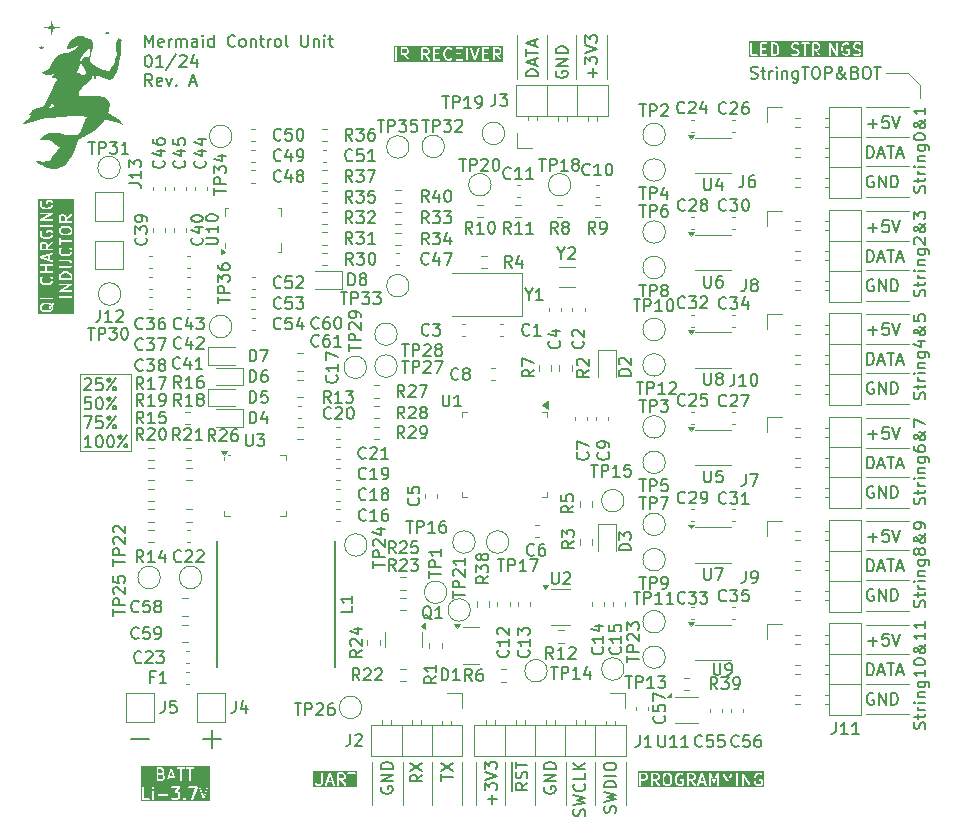
<source format=gbr>
%TF.GenerationSoftware,KiCad,Pcbnew,8.0.7*%
%TF.CreationDate,2025-01-12T17:23:01+01:00*%
%TF.ProjectId,MermaidControlUnit,4d65726d-6169-4644-936f-6e74726f6c55,rev?*%
%TF.SameCoordinates,PXb2564c0PY59d60c0*%
%TF.FileFunction,Legend,Top*%
%TF.FilePolarity,Positive*%
%FSLAX46Y46*%
G04 Gerber Fmt 4.6, Leading zero omitted, Abs format (unit mm)*
G04 Created by KiCad (PCBNEW 8.0.7) date 2025-01-12 17:23:01*
%MOMM*%
%LPD*%
G01*
G04 APERTURE LIST*
%ADD10C,0.100000*%
%ADD11C,0.150000*%
%ADD12C,0.200000*%
%ADD13C,0.120000*%
%ADD14C,0.127000*%
%ADD15C,0.000000*%
G04 APERTURE END LIST*
D10*
X77000000Y62900000D02*
X77000000Y61800000D01*
X52100000Y5600000D02*
X52100000Y1900000D01*
X72400000Y26000000D02*
X76100000Y26000000D01*
X74100000Y63900000D02*
X76000000Y63900000D01*
X72400000Y38500000D02*
X76100000Y38500000D01*
X39400000Y5600000D02*
X39400000Y1900000D01*
X45400000Y63400000D02*
X45400000Y67100000D01*
X72400000Y41000000D02*
X76100000Y41000000D01*
X47900000Y63400000D02*
X47900000Y67100000D01*
X72400000Y32200000D02*
X76100000Y32200000D01*
X35700000Y5600000D02*
X35700000Y1900000D01*
X72400000Y49700000D02*
X76100000Y49700000D01*
X72400000Y23500000D02*
X76100000Y23500000D01*
X72400000Y27100000D02*
X76100000Y27100000D01*
X72400000Y61000000D02*
X76100000Y61000000D01*
X72400000Y34700000D02*
X76100000Y34700000D01*
X38200000Y5600000D02*
X38200000Y1900000D01*
X72400000Y17200000D02*
X76100000Y17200000D01*
X76000000Y63900000D02*
X77000000Y62900000D01*
X50500000Y63400000D02*
X50500000Y67100000D01*
X33200000Y5600000D02*
X33200000Y1900000D01*
X72400000Y21000000D02*
X76100000Y21000000D01*
X10200000Y31900000D02*
X5900000Y31900000D01*
X72400000Y53400000D02*
X76100000Y53400000D01*
X47000000Y5600000D02*
X47000000Y1900000D01*
X44400000Y5600000D02*
X44400000Y1900000D01*
X72400000Y29700000D02*
X76100000Y29700000D01*
X72400000Y35900000D02*
X76100000Y35900000D01*
X42900000Y63400000D02*
X42900000Y67100000D01*
X72400000Y52200000D02*
X76100000Y52200000D01*
X5900000Y38400000D02*
X10200000Y38400000D01*
X72400000Y47200000D02*
X76100000Y47200000D01*
X72400000Y43500000D02*
X76100000Y43500000D01*
X72400000Y18400000D02*
X76100000Y18400000D01*
X10200000Y38400000D02*
X10200000Y31900000D01*
X5900000Y31900000D02*
X5900000Y38400000D01*
X72400000Y58500000D02*
X76100000Y58500000D01*
X72400000Y12200000D02*
X76100000Y12200000D01*
X49500000Y5600000D02*
X49500000Y1900000D01*
X72400000Y56000000D02*
X76100000Y56000000D01*
X41900000Y5600000D02*
X41900000Y1900000D01*
X30600000Y5600000D02*
X30600000Y1900000D01*
X72400000Y14700000D02*
X76100000Y14700000D01*
X72400000Y44600000D02*
X76100000Y44600000D01*
X72400000Y9600000D02*
X76100000Y9600000D01*
D11*
X77422200Y53789161D02*
X77469819Y53932018D01*
X77469819Y53932018D02*
X77469819Y54170113D01*
X77469819Y54170113D02*
X77422200Y54265351D01*
X77422200Y54265351D02*
X77374580Y54312970D01*
X77374580Y54312970D02*
X77279342Y54360589D01*
X77279342Y54360589D02*
X77184104Y54360589D01*
X77184104Y54360589D02*
X77088866Y54312970D01*
X77088866Y54312970D02*
X77041247Y54265351D01*
X77041247Y54265351D02*
X76993628Y54170113D01*
X76993628Y54170113D02*
X76946009Y53979637D01*
X76946009Y53979637D02*
X76898390Y53884399D01*
X76898390Y53884399D02*
X76850771Y53836780D01*
X76850771Y53836780D02*
X76755533Y53789161D01*
X76755533Y53789161D02*
X76660295Y53789161D01*
X76660295Y53789161D02*
X76565057Y53836780D01*
X76565057Y53836780D02*
X76517438Y53884399D01*
X76517438Y53884399D02*
X76469819Y53979637D01*
X76469819Y53979637D02*
X76469819Y54217732D01*
X76469819Y54217732D02*
X76517438Y54360589D01*
X76803152Y54646304D02*
X76803152Y55027256D01*
X76469819Y54789161D02*
X77326961Y54789161D01*
X77326961Y54789161D02*
X77422200Y54836780D01*
X77422200Y54836780D02*
X77469819Y54932018D01*
X77469819Y54932018D02*
X77469819Y55027256D01*
X77469819Y55360590D02*
X76803152Y55360590D01*
X76993628Y55360590D02*
X76898390Y55408209D01*
X76898390Y55408209D02*
X76850771Y55455828D01*
X76850771Y55455828D02*
X76803152Y55551066D01*
X76803152Y55551066D02*
X76803152Y55646304D01*
X77469819Y55979638D02*
X76803152Y55979638D01*
X76469819Y55979638D02*
X76517438Y55932019D01*
X76517438Y55932019D02*
X76565057Y55979638D01*
X76565057Y55979638D02*
X76517438Y56027257D01*
X76517438Y56027257D02*
X76469819Y55979638D01*
X76469819Y55979638D02*
X76565057Y55979638D01*
X76803152Y56455828D02*
X77469819Y56455828D01*
X76898390Y56455828D02*
X76850771Y56503447D01*
X76850771Y56503447D02*
X76803152Y56598685D01*
X76803152Y56598685D02*
X76803152Y56741542D01*
X76803152Y56741542D02*
X76850771Y56836780D01*
X76850771Y56836780D02*
X76946009Y56884399D01*
X76946009Y56884399D02*
X77469819Y56884399D01*
X76803152Y57789161D02*
X77612676Y57789161D01*
X77612676Y57789161D02*
X77707914Y57741542D01*
X77707914Y57741542D02*
X77755533Y57693923D01*
X77755533Y57693923D02*
X77803152Y57598685D01*
X77803152Y57598685D02*
X77803152Y57455828D01*
X77803152Y57455828D02*
X77755533Y57360590D01*
X77422200Y57789161D02*
X77469819Y57693923D01*
X77469819Y57693923D02*
X77469819Y57503447D01*
X77469819Y57503447D02*
X77422200Y57408209D01*
X77422200Y57408209D02*
X77374580Y57360590D01*
X77374580Y57360590D02*
X77279342Y57312971D01*
X77279342Y57312971D02*
X76993628Y57312971D01*
X76993628Y57312971D02*
X76898390Y57360590D01*
X76898390Y57360590D02*
X76850771Y57408209D01*
X76850771Y57408209D02*
X76803152Y57503447D01*
X76803152Y57503447D02*
X76803152Y57693923D01*
X76803152Y57693923D02*
X76850771Y57789161D01*
X76469819Y58455828D02*
X76469819Y58551066D01*
X76469819Y58551066D02*
X76517438Y58646304D01*
X76517438Y58646304D02*
X76565057Y58693923D01*
X76565057Y58693923D02*
X76660295Y58741542D01*
X76660295Y58741542D02*
X76850771Y58789161D01*
X76850771Y58789161D02*
X77088866Y58789161D01*
X77088866Y58789161D02*
X77279342Y58741542D01*
X77279342Y58741542D02*
X77374580Y58693923D01*
X77374580Y58693923D02*
X77422200Y58646304D01*
X77422200Y58646304D02*
X77469819Y58551066D01*
X77469819Y58551066D02*
X77469819Y58455828D01*
X77469819Y58455828D02*
X77422200Y58360590D01*
X77422200Y58360590D02*
X77374580Y58312971D01*
X77374580Y58312971D02*
X77279342Y58265352D01*
X77279342Y58265352D02*
X77088866Y58217733D01*
X77088866Y58217733D02*
X76850771Y58217733D01*
X76850771Y58217733D02*
X76660295Y58265352D01*
X76660295Y58265352D02*
X76565057Y58312971D01*
X76565057Y58312971D02*
X76517438Y58360590D01*
X76517438Y58360590D02*
X76469819Y58455828D01*
X77469819Y60027257D02*
X77469819Y59979637D01*
X77469819Y59979637D02*
X77422200Y59884399D01*
X77422200Y59884399D02*
X77279342Y59741542D01*
X77279342Y59741542D02*
X76993628Y59503447D01*
X76993628Y59503447D02*
X76850771Y59408209D01*
X76850771Y59408209D02*
X76707914Y59360590D01*
X76707914Y59360590D02*
X76612676Y59360590D01*
X76612676Y59360590D02*
X76517438Y59408209D01*
X76517438Y59408209D02*
X76469819Y59503447D01*
X76469819Y59503447D02*
X76469819Y59551066D01*
X76469819Y59551066D02*
X76517438Y59646304D01*
X76517438Y59646304D02*
X76612676Y59693923D01*
X76612676Y59693923D02*
X76660295Y59693923D01*
X76660295Y59693923D02*
X76755533Y59646304D01*
X76755533Y59646304D02*
X76803152Y59598685D01*
X76803152Y59598685D02*
X76993628Y59312971D01*
X76993628Y59312971D02*
X77041247Y59265352D01*
X77041247Y59265352D02*
X77136485Y59217733D01*
X77136485Y59217733D02*
X77279342Y59217733D01*
X77279342Y59217733D02*
X77374580Y59265352D01*
X77374580Y59265352D02*
X77422200Y59312971D01*
X77422200Y59312971D02*
X77469819Y59408209D01*
X77469819Y59408209D02*
X77469819Y59551066D01*
X77469819Y59551066D02*
X77422200Y59646304D01*
X77422200Y59646304D02*
X77374580Y59693923D01*
X77374580Y59693923D02*
X77184104Y59836780D01*
X77184104Y59836780D02*
X77041247Y59884399D01*
X77041247Y59884399D02*
X76946009Y59884399D01*
X77469819Y60979637D02*
X77469819Y60408209D01*
X77469819Y60693923D02*
X76469819Y60693923D01*
X76469819Y60693923D02*
X76612676Y60598685D01*
X76612676Y60598685D02*
X76707914Y60503447D01*
X76707914Y60503447D02*
X76755533Y60408209D01*
G36*
X64791503Y66317010D02*
G01*
X64865616Y66242897D01*
X64904109Y66165910D01*
X64947493Y65992376D01*
X64947493Y65867987D01*
X64904109Y65694453D01*
X64865615Y65617466D01*
X64791503Y65543353D01*
X64676990Y65505181D01*
X64526065Y65505181D01*
X64526065Y66355181D01*
X64676990Y66355181D01*
X64791503Y66317010D01*
G37*
G36*
X68359019Y66320923D02*
G01*
X68389426Y66290516D01*
X68423684Y66222000D01*
X68423684Y66114553D01*
X68389426Y66046037D01*
X68359019Y66015630D01*
X68290503Y65981372D01*
X68002256Y65981372D01*
X68002256Y66355181D01*
X68290503Y66355181D01*
X68359019Y66320923D01*
G37*
G36*
X72160985Y65244070D02*
G01*
X62550668Y65244070D01*
X62550668Y66430181D01*
X62661779Y66430181D01*
X62661779Y65430181D01*
X62663220Y65415549D01*
X62674419Y65388513D01*
X62695111Y65367821D01*
X62722147Y65356622D01*
X62736779Y65355181D01*
X63212969Y65355181D01*
X63227601Y65356622D01*
X63254637Y65367821D01*
X63275329Y65388513D01*
X63286528Y65415549D01*
X63286528Y65444813D01*
X63275329Y65471849D01*
X63254637Y65492541D01*
X63227601Y65503740D01*
X63212969Y65505181D01*
X62811779Y65505181D01*
X62811779Y66430181D01*
X63471303Y66430181D01*
X63471303Y65430181D01*
X63472744Y65415549D01*
X63483943Y65388513D01*
X63504635Y65367821D01*
X63531671Y65356622D01*
X63546303Y65355181D01*
X64022493Y65355181D01*
X64037125Y65356622D01*
X64064161Y65367821D01*
X64084853Y65388513D01*
X64096052Y65415549D01*
X64096052Y65444813D01*
X64084853Y65471849D01*
X64064161Y65492541D01*
X64037125Y65503740D01*
X64022493Y65505181D01*
X63621303Y65505181D01*
X63621303Y65878991D01*
X63879636Y65878991D01*
X63894268Y65880432D01*
X63921304Y65891631D01*
X63941996Y65912323D01*
X63953195Y65939359D01*
X63953195Y65968623D01*
X63941996Y65995659D01*
X63921304Y66016351D01*
X63894268Y66027550D01*
X63879636Y66028991D01*
X63621303Y66028991D01*
X63621303Y66355181D01*
X64022493Y66355181D01*
X64037125Y66356622D01*
X64064161Y66367821D01*
X64084853Y66388513D01*
X64096052Y66415549D01*
X64096052Y66430181D01*
X64376065Y66430181D01*
X64376065Y65430181D01*
X64377506Y65415549D01*
X64388705Y65388513D01*
X64409397Y65367821D01*
X64436433Y65356622D01*
X64451065Y65355181D01*
X64689160Y65355181D01*
X64696565Y65355911D01*
X64698540Y65355770D01*
X64701137Y65356361D01*
X64703792Y65356622D01*
X64705623Y65357381D01*
X64712877Y65359030D01*
X64855734Y65406649D01*
X64869159Y65412643D01*
X64871194Y65414409D01*
X64873685Y65415440D01*
X64885050Y65424767D01*
X64980289Y65520007D01*
X64985006Y65525756D01*
X64986505Y65527055D01*
X64987926Y65529314D01*
X64989616Y65531372D01*
X64990373Y65533202D01*
X64994337Y65539498D01*
X65041956Y65634736D01*
X65042365Y65635806D01*
X65042688Y65636241D01*
X65044880Y65642378D01*
X65047211Y65648467D01*
X65047249Y65649008D01*
X65047635Y65650087D01*
X65095254Y65840563D01*
X65095629Y65843100D01*
X65096052Y65844121D01*
X65096594Y65849634D01*
X65097404Y65855107D01*
X65097241Y65856200D01*
X65097493Y65858753D01*
X65097493Y66001610D01*
X65097241Y66004164D01*
X65097404Y66005256D01*
X65096594Y66010730D01*
X65096052Y66016242D01*
X65095629Y66017264D01*
X65095254Y66019800D01*
X65047635Y66210276D01*
X65047249Y66211356D01*
X65047211Y66211896D01*
X65044880Y66217986D01*
X65042688Y66224122D01*
X65042365Y66224558D01*
X65041956Y66225627D01*
X65034917Y66239705D01*
X66090351Y66239705D01*
X66090351Y66144467D01*
X66091792Y66129835D01*
X66092823Y66127346D01*
X66093014Y66124658D01*
X66098269Y66110926D01*
X66145888Y66015688D01*
X66149852Y66009389D01*
X66150610Y66007561D01*
X66152298Y66005505D01*
X66153720Y66003245D01*
X66155218Y66001946D01*
X66159937Y65996196D01*
X66207556Y65948577D01*
X66213305Y65943859D01*
X66214605Y65942360D01*
X66216864Y65940939D01*
X66218921Y65939250D01*
X66220748Y65938493D01*
X66227048Y65934528D01*
X66322286Y65886909D01*
X66323355Y65886500D01*
X66323791Y65886177D01*
X66329927Y65883985D01*
X66336017Y65881654D01*
X66336557Y65881616D01*
X66337637Y65881230D01*
X66520127Y65835608D01*
X66597114Y65797114D01*
X66627521Y65766707D01*
X66661779Y65698191D01*
X66661779Y65638363D01*
X66627520Y65569847D01*
X66597113Y65539439D01*
X66528598Y65505181D01*
X66320378Y65505181D01*
X66189068Y65548951D01*
X66174731Y65552211D01*
X66145541Y65550136D01*
X66119368Y65537050D01*
X66100194Y65514943D01*
X66090940Y65487180D01*
X66093015Y65457990D01*
X66106101Y65431817D01*
X66128208Y65412643D01*
X66141634Y65406649D01*
X66284490Y65359030D01*
X66291745Y65357381D01*
X66293576Y65356622D01*
X66296229Y65356361D01*
X66298827Y65355770D01*
X66300801Y65355911D01*
X66308208Y65355181D01*
X66546303Y65355181D01*
X66560935Y65356622D01*
X66563424Y65357654D01*
X66566112Y65357844D01*
X66579844Y65363099D01*
X66675082Y65410718D01*
X66681381Y65414683D01*
X66683209Y65415440D01*
X66685265Y65417128D01*
X66687525Y65418550D01*
X66688825Y65420050D01*
X66694575Y65424768D01*
X66742193Y65472387D01*
X66746911Y65478137D01*
X66748410Y65479436D01*
X66749831Y65481695D01*
X66751521Y65483753D01*
X66752278Y65485583D01*
X66756242Y65491879D01*
X66803861Y65587117D01*
X66809116Y65600848D01*
X66809307Y65603538D01*
X66810338Y65606026D01*
X66811779Y65620658D01*
X66811779Y65715896D01*
X66810338Y65730528D01*
X66809307Y65733017D01*
X66809116Y65735706D01*
X66803861Y65749437D01*
X66756242Y65844675D01*
X66752277Y65850975D01*
X66751520Y65852802D01*
X66749831Y65854859D01*
X66748410Y65857118D01*
X66746911Y65858418D01*
X66742193Y65864167D01*
X66694574Y65911786D01*
X66688824Y65916505D01*
X66687525Y65918003D01*
X66685265Y65919425D01*
X66683209Y65921113D01*
X66681381Y65921871D01*
X66675082Y65925835D01*
X66579844Y65973454D01*
X66578774Y65973864D01*
X66578339Y65974186D01*
X66572193Y65976382D01*
X66566112Y65978709D01*
X66565572Y65978748D01*
X66564493Y65979133D01*
X66382003Y66024756D01*
X66305016Y66063249D01*
X66274609Y66093656D01*
X66240351Y66162172D01*
X66240351Y66222000D01*
X66274609Y66290516D01*
X66305016Y66320923D01*
X66373532Y66355181D01*
X66581752Y66355181D01*
X66713061Y66311411D01*
X66727398Y66308151D01*
X66756588Y66310226D01*
X66782762Y66323312D01*
X66801936Y66345420D01*
X66811190Y66373182D01*
X66809115Y66402372D01*
X66796028Y66428545D01*
X66777272Y66444813D01*
X66948935Y66444813D01*
X66948935Y66415549D01*
X66960134Y66388513D01*
X66980826Y66367821D01*
X67007862Y66356622D01*
X67022494Y66355181D01*
X67233208Y66355181D01*
X67233208Y65430181D01*
X67234649Y65415549D01*
X67245848Y65388513D01*
X67266540Y65367821D01*
X67293576Y65356622D01*
X67322840Y65356622D01*
X67349876Y65367821D01*
X67370568Y65388513D01*
X67381767Y65415549D01*
X67383208Y65430181D01*
X67383208Y66355181D01*
X67593922Y66355181D01*
X67608554Y66356622D01*
X67635590Y66367821D01*
X67656282Y66388513D01*
X67667481Y66415549D01*
X67667481Y66430181D01*
X67852256Y66430181D01*
X67852256Y65430181D01*
X67853697Y65415549D01*
X67864896Y65388513D01*
X67885588Y65367821D01*
X67912624Y65356622D01*
X67941888Y65356622D01*
X67968924Y65367821D01*
X67989616Y65388513D01*
X68000815Y65415549D01*
X68002256Y65430181D01*
X68002256Y65831372D01*
X68126302Y65831372D01*
X68437242Y65387171D01*
X68446813Y65376011D01*
X68471492Y65360284D01*
X68500309Y65355198D01*
X68528880Y65361528D01*
X68552854Y65378310D01*
X68568581Y65402988D01*
X68573666Y65431806D01*
X68567337Y65460377D01*
X68560127Y65473190D01*
X68309323Y65831482D01*
X68322840Y65832813D01*
X68325329Y65833845D01*
X68328017Y65834035D01*
X68341749Y65839290D01*
X68436987Y65886909D01*
X68443286Y65890874D01*
X68445114Y65891631D01*
X68447170Y65893320D01*
X68449430Y65894741D01*
X68450729Y65896240D01*
X68456479Y65900958D01*
X68504098Y65948577D01*
X68508816Y65954327D01*
X68510315Y65955626D01*
X68511736Y65957886D01*
X68513425Y65959942D01*
X68514182Y65961770D01*
X68518147Y65968069D01*
X68565766Y66063307D01*
X68571021Y66077038D01*
X68571212Y66079728D01*
X68572243Y66082216D01*
X68573684Y66096848D01*
X68573684Y66239705D01*
X68572243Y66254337D01*
X68571212Y66256826D01*
X68571021Y66259515D01*
X68565766Y66273246D01*
X68518147Y66368484D01*
X68514182Y66374784D01*
X68513425Y66376611D01*
X68511736Y66378668D01*
X68510315Y66380927D01*
X68508816Y66382227D01*
X68504098Y66387976D01*
X68461893Y66430181D01*
X68852256Y66430181D01*
X68852256Y65430181D01*
X68853697Y65415549D01*
X68864896Y65388513D01*
X68885588Y65367821D01*
X68912624Y65356622D01*
X68941888Y65356622D01*
X68968924Y65367821D01*
X68989616Y65388513D01*
X69000815Y65415549D01*
X69002256Y65430181D01*
X69002256Y66430181D01*
X69328446Y66430181D01*
X69328446Y65430181D01*
X69329887Y65415549D01*
X69341086Y65388513D01*
X69361778Y65367821D01*
X69388814Y65356622D01*
X69418078Y65356622D01*
X69445114Y65367821D01*
X69465806Y65388513D01*
X69477005Y65415549D01*
X69478446Y65430181D01*
X69478446Y66147765D01*
X69909756Y65392970D01*
X69911945Y65389886D01*
X69912514Y65388513D01*
X69913911Y65387116D01*
X69918266Y65380981D01*
X69926154Y65374873D01*
X69933206Y65367821D01*
X69937624Y65365991D01*
X69941404Y65363064D01*
X69951025Y65360440D01*
X69960242Y65356622D01*
X69965023Y65356622D01*
X69969635Y65355364D01*
X69979532Y65356622D01*
X69989506Y65356622D01*
X69993921Y65358452D01*
X69998665Y65359054D01*
X70007329Y65364005D01*
X70016542Y65367821D01*
X70019920Y65371200D01*
X70024074Y65373573D01*
X70030183Y65381463D01*
X70037234Y65388513D01*
X70039063Y65392930D01*
X70041991Y65396710D01*
X70044615Y65406334D01*
X70048433Y65415549D01*
X70049169Y65423032D01*
X70049691Y65424942D01*
X70049503Y65426418D01*
X70049874Y65430181D01*
X70049874Y66001610D01*
X70328446Y66001610D01*
X70328446Y65858753D01*
X70328697Y65856200D01*
X70328535Y65855107D01*
X70329344Y65849634D01*
X70329887Y65844121D01*
X70330309Y65843100D01*
X70330685Y65840563D01*
X70378304Y65650087D01*
X70378689Y65649008D01*
X70378728Y65648468D01*
X70381055Y65642387D01*
X70383251Y65636241D01*
X70383573Y65635806D01*
X70383983Y65634736D01*
X70431602Y65539498D01*
X70435565Y65533202D01*
X70436323Y65531372D01*
X70438012Y65529314D01*
X70439434Y65527055D01*
X70440932Y65525756D01*
X70445651Y65520006D01*
X70540889Y65424767D01*
X70552254Y65415439D01*
X70554744Y65414408D01*
X70556779Y65412643D01*
X70570205Y65406649D01*
X70713061Y65359030D01*
X70720316Y65357381D01*
X70722147Y65356622D01*
X70724800Y65356361D01*
X70727398Y65355770D01*
X70729372Y65355911D01*
X70736779Y65355181D01*
X70832017Y65355181D01*
X70839422Y65355911D01*
X70841397Y65355770D01*
X70843994Y65356361D01*
X70846649Y65356622D01*
X70848480Y65357381D01*
X70855734Y65359030D01*
X70998591Y65406649D01*
X71012016Y65412643D01*
X71014051Y65414409D01*
X71016542Y65415440D01*
X71027908Y65424768D01*
X71075526Y65472387D01*
X71084854Y65483753D01*
X71092135Y65501332D01*
X71096052Y65510788D01*
X71097493Y65525420D01*
X71097493Y65858753D01*
X71096052Y65873385D01*
X71084853Y65900421D01*
X71064161Y65921113D01*
X71037125Y65932312D01*
X71022493Y65933753D01*
X70832017Y65933753D01*
X70817385Y65932312D01*
X70790349Y65921113D01*
X70769657Y65900421D01*
X70758458Y65873385D01*
X70758458Y65844121D01*
X70769657Y65817085D01*
X70790349Y65796393D01*
X70817385Y65785194D01*
X70832017Y65783753D01*
X70947493Y65783753D01*
X70947493Y65556486D01*
X70934360Y65543353D01*
X70819847Y65505181D01*
X70748949Y65505181D01*
X70634436Y65543352D01*
X70560323Y65617466D01*
X70521829Y65694453D01*
X70478446Y65867987D01*
X70478446Y65992376D01*
X70521829Y66165910D01*
X70558727Y66239705D01*
X71328446Y66239705D01*
X71328446Y66144467D01*
X71329887Y66129835D01*
X71330918Y66127346D01*
X71331109Y66124658D01*
X71336364Y66110926D01*
X71383983Y66015688D01*
X71387947Y66009389D01*
X71388705Y66007561D01*
X71390393Y66005505D01*
X71391815Y66003245D01*
X71393313Y66001946D01*
X71398032Y65996196D01*
X71445651Y65948577D01*
X71451400Y65943859D01*
X71452700Y65942360D01*
X71454959Y65940939D01*
X71457016Y65939250D01*
X71458843Y65938493D01*
X71465143Y65934528D01*
X71560381Y65886909D01*
X71561450Y65886500D01*
X71561886Y65886177D01*
X71568022Y65883985D01*
X71574112Y65881654D01*
X71574652Y65881616D01*
X71575732Y65881230D01*
X71758222Y65835608D01*
X71835209Y65797114D01*
X71865616Y65766707D01*
X71899874Y65698191D01*
X71899874Y65638363D01*
X71865615Y65569847D01*
X71835208Y65539439D01*
X71766693Y65505181D01*
X71558473Y65505181D01*
X71427163Y65548951D01*
X71412826Y65552211D01*
X71383636Y65550136D01*
X71357463Y65537050D01*
X71338289Y65514943D01*
X71329035Y65487180D01*
X71331110Y65457990D01*
X71344196Y65431817D01*
X71366303Y65412643D01*
X71379729Y65406649D01*
X71522585Y65359030D01*
X71529840Y65357381D01*
X71531671Y65356622D01*
X71534324Y65356361D01*
X71536922Y65355770D01*
X71538896Y65355911D01*
X71546303Y65355181D01*
X71784398Y65355181D01*
X71799030Y65356622D01*
X71801519Y65357654D01*
X71804207Y65357844D01*
X71817939Y65363099D01*
X71913177Y65410718D01*
X71919476Y65414683D01*
X71921304Y65415440D01*
X71923360Y65417128D01*
X71925620Y65418550D01*
X71926920Y65420050D01*
X71932670Y65424768D01*
X71980288Y65472387D01*
X71985006Y65478137D01*
X71986505Y65479436D01*
X71987926Y65481695D01*
X71989616Y65483753D01*
X71990373Y65485583D01*
X71994337Y65491879D01*
X72041956Y65587117D01*
X72047211Y65600848D01*
X72047402Y65603538D01*
X72048433Y65606026D01*
X72049874Y65620658D01*
X72049874Y65715896D01*
X72048433Y65730528D01*
X72047402Y65733017D01*
X72047211Y65735706D01*
X72041956Y65749437D01*
X71994337Y65844675D01*
X71990372Y65850975D01*
X71989615Y65852802D01*
X71987926Y65854859D01*
X71986505Y65857118D01*
X71985006Y65858418D01*
X71980288Y65864167D01*
X71932669Y65911786D01*
X71926919Y65916505D01*
X71925620Y65918003D01*
X71923360Y65919425D01*
X71921304Y65921113D01*
X71919476Y65921871D01*
X71913177Y65925835D01*
X71817939Y65973454D01*
X71816869Y65973864D01*
X71816434Y65974186D01*
X71810288Y65976382D01*
X71804207Y65978709D01*
X71803667Y65978748D01*
X71802588Y65979133D01*
X71620098Y66024756D01*
X71543111Y66063249D01*
X71512704Y66093656D01*
X71478446Y66162172D01*
X71478446Y66222000D01*
X71512704Y66290516D01*
X71543111Y66320923D01*
X71611627Y66355181D01*
X71819847Y66355181D01*
X71951156Y66311411D01*
X71965493Y66308151D01*
X71994683Y66310226D01*
X72020857Y66323312D01*
X72040031Y66345420D01*
X72049285Y66373182D01*
X72047210Y66402372D01*
X72034123Y66428545D01*
X72012016Y66447719D01*
X71998591Y66453713D01*
X71855734Y66501332D01*
X71848480Y66502982D01*
X71846649Y66503740D01*
X71843994Y66504002D01*
X71841397Y66504592D01*
X71839422Y66504452D01*
X71832017Y66505181D01*
X71593922Y66505181D01*
X71579290Y66503740D01*
X71576801Y66502710D01*
X71574112Y66502518D01*
X71560381Y66497263D01*
X71465143Y66449644D01*
X71458843Y66445680D01*
X71457016Y66444922D01*
X71454959Y66443234D01*
X71452700Y66441812D01*
X71451400Y66440314D01*
X71445651Y66435595D01*
X71398032Y66387976D01*
X71393313Y66382227D01*
X71391815Y66380927D01*
X71390393Y66378668D01*
X71388705Y66376611D01*
X71387947Y66374784D01*
X71383983Y66368484D01*
X71336364Y66273246D01*
X71331109Y66259514D01*
X71330918Y66256827D01*
X71329887Y66254337D01*
X71328446Y66239705D01*
X70558727Y66239705D01*
X70560323Y66242897D01*
X70634436Y66317010D01*
X70748949Y66355181D01*
X70861931Y66355181D01*
X70941333Y66315480D01*
X70955064Y66310225D01*
X70984254Y66308151D01*
X71012016Y66317405D01*
X71034123Y66336578D01*
X71047211Y66362753D01*
X71049285Y66391943D01*
X71040031Y66419704D01*
X71020858Y66441812D01*
X71008415Y66449644D01*
X70913177Y66497263D01*
X70899445Y66502518D01*
X70896757Y66502709D01*
X70894268Y66503740D01*
X70879636Y66505181D01*
X70736779Y66505181D01*
X70729372Y66504452D01*
X70727398Y66504592D01*
X70724800Y66504002D01*
X70722147Y66503740D01*
X70720316Y66502982D01*
X70713061Y66501332D01*
X70570205Y66453713D01*
X70556779Y66447719D01*
X70554744Y66445955D01*
X70552254Y66444923D01*
X70540889Y66435595D01*
X70445651Y66340357D01*
X70440932Y66334608D01*
X70439434Y66333308D01*
X70438012Y66331049D01*
X70436324Y66328992D01*
X70435566Y66327165D01*
X70431602Y66320865D01*
X70383983Y66225627D01*
X70383573Y66224558D01*
X70383251Y66224122D01*
X70381055Y66217977D01*
X70378728Y66211895D01*
X70378689Y66211356D01*
X70378304Y66210276D01*
X70330685Y66019800D01*
X70330309Y66017264D01*
X70329887Y66016242D01*
X70329344Y66010730D01*
X70328535Y66005256D01*
X70328697Y66004164D01*
X70328446Y66001610D01*
X70049874Y66001610D01*
X70049874Y66430181D01*
X70048433Y66444813D01*
X70037234Y66471849D01*
X70016542Y66492541D01*
X69989506Y66503740D01*
X69960242Y66503740D01*
X69933206Y66492541D01*
X69912514Y66471849D01*
X69901315Y66444813D01*
X69899874Y66430181D01*
X69899874Y65712598D01*
X69468564Y66467391D01*
X69466375Y66470475D01*
X69465806Y66471849D01*
X69464406Y66473249D01*
X69460054Y66479381D01*
X69452164Y66485491D01*
X69445114Y66492541D01*
X69440697Y66494371D01*
X69436917Y66497298D01*
X69427293Y66499923D01*
X69418078Y66503740D01*
X69413297Y66503740D01*
X69408685Y66504998D01*
X69398788Y66503740D01*
X69388814Y66503740D01*
X69384398Y66501911D01*
X69379655Y66501308D01*
X69370990Y66496358D01*
X69361778Y66492541D01*
X69358399Y66489163D01*
X69354246Y66486789D01*
X69348136Y66478900D01*
X69341086Y66471849D01*
X69339256Y66467433D01*
X69336329Y66463652D01*
X69333704Y66454029D01*
X69329887Y66444813D01*
X69329150Y66437331D01*
X69328629Y66435420D01*
X69328816Y66433945D01*
X69328446Y66430181D01*
X69002256Y66430181D01*
X69000815Y66444813D01*
X68989616Y66471849D01*
X68968924Y66492541D01*
X68941888Y66503740D01*
X68912624Y66503740D01*
X68885588Y66492541D01*
X68864896Y66471849D01*
X68853697Y66444813D01*
X68852256Y66430181D01*
X68461893Y66430181D01*
X68456479Y66435595D01*
X68450729Y66440314D01*
X68449430Y66441812D01*
X68447170Y66443234D01*
X68445114Y66444922D01*
X68443286Y66445680D01*
X68436987Y66449644D01*
X68341749Y66497263D01*
X68328017Y66502518D01*
X68325329Y66502709D01*
X68322840Y66503740D01*
X68308208Y66505181D01*
X67927256Y66505181D01*
X67912624Y66503740D01*
X67885588Y66492541D01*
X67864896Y66471849D01*
X67853697Y66444813D01*
X67852256Y66430181D01*
X67667481Y66430181D01*
X67667481Y66444813D01*
X67656282Y66471849D01*
X67635590Y66492541D01*
X67608554Y66503740D01*
X67593922Y66505181D01*
X67022494Y66505181D01*
X67007862Y66503740D01*
X66980826Y66492541D01*
X66960134Y66471849D01*
X66948935Y66444813D01*
X66777272Y66444813D01*
X66773921Y66447719D01*
X66760496Y66453713D01*
X66617639Y66501332D01*
X66610385Y66502982D01*
X66608554Y66503740D01*
X66605899Y66504002D01*
X66603302Y66504592D01*
X66601327Y66504452D01*
X66593922Y66505181D01*
X66355827Y66505181D01*
X66341195Y66503740D01*
X66338706Y66502710D01*
X66336017Y66502518D01*
X66322286Y66497263D01*
X66227048Y66449644D01*
X66220748Y66445680D01*
X66218921Y66444922D01*
X66216864Y66443234D01*
X66214605Y66441812D01*
X66213305Y66440314D01*
X66207556Y66435595D01*
X66159937Y66387976D01*
X66155218Y66382227D01*
X66153720Y66380927D01*
X66152298Y66378668D01*
X66150610Y66376611D01*
X66149852Y66374784D01*
X66145888Y66368484D01*
X66098269Y66273246D01*
X66093014Y66259514D01*
X66092823Y66256827D01*
X66091792Y66254337D01*
X66090351Y66239705D01*
X65034917Y66239705D01*
X64994337Y66320865D01*
X64990374Y66327160D01*
X64989616Y66328992D01*
X64987924Y66331054D01*
X64986505Y66333308D01*
X64985008Y66334607D01*
X64980288Y66340357D01*
X64885050Y66435595D01*
X64873685Y66444922D01*
X64871194Y66445954D01*
X64869159Y66447719D01*
X64855734Y66453713D01*
X64712877Y66501332D01*
X64705623Y66502982D01*
X64703792Y66503740D01*
X64701137Y66504002D01*
X64698540Y66504592D01*
X64696565Y66504452D01*
X64689160Y66505181D01*
X64451065Y66505181D01*
X64436433Y66503740D01*
X64409397Y66492541D01*
X64388705Y66471849D01*
X64377506Y66444813D01*
X64376065Y66430181D01*
X64096052Y66430181D01*
X64096052Y66444813D01*
X64084853Y66471849D01*
X64064161Y66492541D01*
X64037125Y66503740D01*
X64022493Y66505181D01*
X63546303Y66505181D01*
X63531671Y66503740D01*
X63504635Y66492541D01*
X63483943Y66471849D01*
X63472744Y66444813D01*
X63471303Y66430181D01*
X62811779Y66430181D01*
X62810338Y66444813D01*
X62799139Y66471849D01*
X62778447Y66492541D01*
X62751411Y66503740D01*
X62722147Y66503740D01*
X62695111Y66492541D01*
X62674419Y66471849D01*
X62663220Y66444813D01*
X62661779Y66430181D01*
X62550668Y66430181D01*
X62550668Y66616292D01*
X72160985Y66616292D01*
X72160985Y65244070D01*
G37*
X72636779Y15811134D02*
X73398684Y15811134D01*
X73017731Y15430181D02*
X73017731Y16192086D01*
X74351064Y16430181D02*
X73874874Y16430181D01*
X73874874Y16430181D02*
X73827255Y15953991D01*
X73827255Y15953991D02*
X73874874Y16001610D01*
X73874874Y16001610D02*
X73970112Y16049229D01*
X73970112Y16049229D02*
X74208207Y16049229D01*
X74208207Y16049229D02*
X74303445Y16001610D01*
X74303445Y16001610D02*
X74351064Y15953991D01*
X74351064Y15953991D02*
X74398683Y15858753D01*
X74398683Y15858753D02*
X74398683Y15620658D01*
X74398683Y15620658D02*
X74351064Y15525420D01*
X74351064Y15525420D02*
X74303445Y15477800D01*
X74303445Y15477800D02*
X74208207Y15430181D01*
X74208207Y15430181D02*
X73970112Y15430181D01*
X73970112Y15430181D02*
X73874874Y15477800D01*
X73874874Y15477800D02*
X73827255Y15525420D01*
X74684398Y16430181D02*
X75017731Y15430181D01*
X75017731Y15430181D02*
X75351064Y16430181D01*
X48622200Y989161D02*
X48669819Y1132018D01*
X48669819Y1132018D02*
X48669819Y1370113D01*
X48669819Y1370113D02*
X48622200Y1465351D01*
X48622200Y1465351D02*
X48574580Y1512970D01*
X48574580Y1512970D02*
X48479342Y1560589D01*
X48479342Y1560589D02*
X48384104Y1560589D01*
X48384104Y1560589D02*
X48288866Y1512970D01*
X48288866Y1512970D02*
X48241247Y1465351D01*
X48241247Y1465351D02*
X48193628Y1370113D01*
X48193628Y1370113D02*
X48146009Y1179637D01*
X48146009Y1179637D02*
X48098390Y1084399D01*
X48098390Y1084399D02*
X48050771Y1036780D01*
X48050771Y1036780D02*
X47955533Y989161D01*
X47955533Y989161D02*
X47860295Y989161D01*
X47860295Y989161D02*
X47765057Y1036780D01*
X47765057Y1036780D02*
X47717438Y1084399D01*
X47717438Y1084399D02*
X47669819Y1179637D01*
X47669819Y1179637D02*
X47669819Y1417732D01*
X47669819Y1417732D02*
X47717438Y1560589D01*
X47669819Y1893923D02*
X48669819Y2132018D01*
X48669819Y2132018D02*
X47955533Y2322494D01*
X47955533Y2322494D02*
X48669819Y2512970D01*
X48669819Y2512970D02*
X47669819Y2751065D01*
X48574580Y3703446D02*
X48622200Y3655827D01*
X48622200Y3655827D02*
X48669819Y3512970D01*
X48669819Y3512970D02*
X48669819Y3417732D01*
X48669819Y3417732D02*
X48622200Y3274875D01*
X48622200Y3274875D02*
X48526961Y3179637D01*
X48526961Y3179637D02*
X48431723Y3132018D01*
X48431723Y3132018D02*
X48241247Y3084399D01*
X48241247Y3084399D02*
X48098390Y3084399D01*
X48098390Y3084399D02*
X47907914Y3132018D01*
X47907914Y3132018D02*
X47812676Y3179637D01*
X47812676Y3179637D02*
X47717438Y3274875D01*
X47717438Y3274875D02*
X47669819Y3417732D01*
X47669819Y3417732D02*
X47669819Y3512970D01*
X47669819Y3512970D02*
X47717438Y3655827D01*
X47717438Y3655827D02*
X47765057Y3703446D01*
X48669819Y4608208D02*
X48669819Y4132018D01*
X48669819Y4132018D02*
X47669819Y4132018D01*
X48669819Y4941542D02*
X47669819Y4941542D01*
X48669819Y5512970D02*
X48098390Y5084399D01*
X47669819Y5512970D02*
X48241247Y4941542D01*
X77422200Y36289161D02*
X77469819Y36432018D01*
X77469819Y36432018D02*
X77469819Y36670113D01*
X77469819Y36670113D02*
X77422200Y36765351D01*
X77422200Y36765351D02*
X77374580Y36812970D01*
X77374580Y36812970D02*
X77279342Y36860589D01*
X77279342Y36860589D02*
X77184104Y36860589D01*
X77184104Y36860589D02*
X77088866Y36812970D01*
X77088866Y36812970D02*
X77041247Y36765351D01*
X77041247Y36765351D02*
X76993628Y36670113D01*
X76993628Y36670113D02*
X76946009Y36479637D01*
X76946009Y36479637D02*
X76898390Y36384399D01*
X76898390Y36384399D02*
X76850771Y36336780D01*
X76850771Y36336780D02*
X76755533Y36289161D01*
X76755533Y36289161D02*
X76660295Y36289161D01*
X76660295Y36289161D02*
X76565057Y36336780D01*
X76565057Y36336780D02*
X76517438Y36384399D01*
X76517438Y36384399D02*
X76469819Y36479637D01*
X76469819Y36479637D02*
X76469819Y36717732D01*
X76469819Y36717732D02*
X76517438Y36860589D01*
X76803152Y37146304D02*
X76803152Y37527256D01*
X76469819Y37289161D02*
X77326961Y37289161D01*
X77326961Y37289161D02*
X77422200Y37336780D01*
X77422200Y37336780D02*
X77469819Y37432018D01*
X77469819Y37432018D02*
X77469819Y37527256D01*
X77469819Y37860590D02*
X76803152Y37860590D01*
X76993628Y37860590D02*
X76898390Y37908209D01*
X76898390Y37908209D02*
X76850771Y37955828D01*
X76850771Y37955828D02*
X76803152Y38051066D01*
X76803152Y38051066D02*
X76803152Y38146304D01*
X77469819Y38479638D02*
X76803152Y38479638D01*
X76469819Y38479638D02*
X76517438Y38432019D01*
X76517438Y38432019D02*
X76565057Y38479638D01*
X76565057Y38479638D02*
X76517438Y38527257D01*
X76517438Y38527257D02*
X76469819Y38479638D01*
X76469819Y38479638D02*
X76565057Y38479638D01*
X76803152Y38955828D02*
X77469819Y38955828D01*
X76898390Y38955828D02*
X76850771Y39003447D01*
X76850771Y39003447D02*
X76803152Y39098685D01*
X76803152Y39098685D02*
X76803152Y39241542D01*
X76803152Y39241542D02*
X76850771Y39336780D01*
X76850771Y39336780D02*
X76946009Y39384399D01*
X76946009Y39384399D02*
X77469819Y39384399D01*
X76803152Y40289161D02*
X77612676Y40289161D01*
X77612676Y40289161D02*
X77707914Y40241542D01*
X77707914Y40241542D02*
X77755533Y40193923D01*
X77755533Y40193923D02*
X77803152Y40098685D01*
X77803152Y40098685D02*
X77803152Y39955828D01*
X77803152Y39955828D02*
X77755533Y39860590D01*
X77422200Y40289161D02*
X77469819Y40193923D01*
X77469819Y40193923D02*
X77469819Y40003447D01*
X77469819Y40003447D02*
X77422200Y39908209D01*
X77422200Y39908209D02*
X77374580Y39860590D01*
X77374580Y39860590D02*
X77279342Y39812971D01*
X77279342Y39812971D02*
X76993628Y39812971D01*
X76993628Y39812971D02*
X76898390Y39860590D01*
X76898390Y39860590D02*
X76850771Y39908209D01*
X76850771Y39908209D02*
X76803152Y40003447D01*
X76803152Y40003447D02*
X76803152Y40193923D01*
X76803152Y40193923D02*
X76850771Y40289161D01*
X76803152Y41193923D02*
X77469819Y41193923D01*
X76422200Y40955828D02*
X77136485Y40717733D01*
X77136485Y40717733D02*
X77136485Y41336780D01*
X77469819Y42527257D02*
X77469819Y42479637D01*
X77469819Y42479637D02*
X77422200Y42384399D01*
X77422200Y42384399D02*
X77279342Y42241542D01*
X77279342Y42241542D02*
X76993628Y42003447D01*
X76993628Y42003447D02*
X76850771Y41908209D01*
X76850771Y41908209D02*
X76707914Y41860590D01*
X76707914Y41860590D02*
X76612676Y41860590D01*
X76612676Y41860590D02*
X76517438Y41908209D01*
X76517438Y41908209D02*
X76469819Y42003447D01*
X76469819Y42003447D02*
X76469819Y42051066D01*
X76469819Y42051066D02*
X76517438Y42146304D01*
X76517438Y42146304D02*
X76612676Y42193923D01*
X76612676Y42193923D02*
X76660295Y42193923D01*
X76660295Y42193923D02*
X76755533Y42146304D01*
X76755533Y42146304D02*
X76803152Y42098685D01*
X76803152Y42098685D02*
X76993628Y41812971D01*
X76993628Y41812971D02*
X77041247Y41765352D01*
X77041247Y41765352D02*
X77136485Y41717733D01*
X77136485Y41717733D02*
X77279342Y41717733D01*
X77279342Y41717733D02*
X77374580Y41765352D01*
X77374580Y41765352D02*
X77422200Y41812971D01*
X77422200Y41812971D02*
X77469819Y41908209D01*
X77469819Y41908209D02*
X77469819Y42051066D01*
X77469819Y42051066D02*
X77422200Y42146304D01*
X77422200Y42146304D02*
X77374580Y42193923D01*
X77374580Y42193923D02*
X77184104Y42336780D01*
X77184104Y42336780D02*
X77041247Y42384399D01*
X77041247Y42384399D02*
X76946009Y42384399D01*
X76469819Y43432018D02*
X76469819Y42955828D01*
X76469819Y42955828D02*
X76946009Y42908209D01*
X76946009Y42908209D02*
X76898390Y42955828D01*
X76898390Y42955828D02*
X76850771Y43051066D01*
X76850771Y43051066D02*
X76850771Y43289161D01*
X76850771Y43289161D02*
X76898390Y43384399D01*
X76898390Y43384399D02*
X76946009Y43432018D01*
X76946009Y43432018D02*
X77041247Y43479637D01*
X77041247Y43479637D02*
X77279342Y43479637D01*
X77279342Y43479637D02*
X77374580Y43432018D01*
X77374580Y43432018D02*
X77422200Y43384399D01*
X77422200Y43384399D02*
X77469819Y43289161D01*
X77469819Y43289161D02*
X77469819Y43051066D01*
X77469819Y43051066D02*
X77422200Y42955828D01*
X77422200Y42955828D02*
X77374580Y42908209D01*
X73060588Y11382562D02*
X72965350Y11430181D01*
X72965350Y11430181D02*
X72822493Y11430181D01*
X72822493Y11430181D02*
X72679636Y11382562D01*
X72679636Y11382562D02*
X72584398Y11287324D01*
X72584398Y11287324D02*
X72536779Y11192086D01*
X72536779Y11192086D02*
X72489160Y11001610D01*
X72489160Y11001610D02*
X72489160Y10858753D01*
X72489160Y10858753D02*
X72536779Y10668277D01*
X72536779Y10668277D02*
X72584398Y10573039D01*
X72584398Y10573039D02*
X72679636Y10477800D01*
X72679636Y10477800D02*
X72822493Y10430181D01*
X72822493Y10430181D02*
X72917731Y10430181D01*
X72917731Y10430181D02*
X73060588Y10477800D01*
X73060588Y10477800D02*
X73108207Y10525420D01*
X73108207Y10525420D02*
X73108207Y10858753D01*
X73108207Y10858753D02*
X72917731Y10858753D01*
X73536779Y10430181D02*
X73536779Y11430181D01*
X73536779Y11430181D02*
X74108207Y10430181D01*
X74108207Y10430181D02*
X74108207Y11430181D01*
X74584398Y10430181D02*
X74584398Y11430181D01*
X74584398Y11430181D02*
X74822493Y11430181D01*
X74822493Y11430181D02*
X74965350Y11382562D01*
X74965350Y11382562D02*
X75060588Y11287324D01*
X75060588Y11287324D02*
X75108207Y11192086D01*
X75108207Y11192086D02*
X75155826Y11001610D01*
X75155826Y11001610D02*
X75155826Y10858753D01*
X75155826Y10858753D02*
X75108207Y10668277D01*
X75108207Y10668277D02*
X75060588Y10573039D01*
X75060588Y10573039D02*
X74965350Y10477800D01*
X74965350Y10477800D02*
X74822493Y10430181D01*
X74822493Y10430181D02*
X74584398Y10430181D01*
X72536779Y12930181D02*
X72536779Y13930181D01*
X72536779Y13930181D02*
X72774874Y13930181D01*
X72774874Y13930181D02*
X72917731Y13882562D01*
X72917731Y13882562D02*
X73012969Y13787324D01*
X73012969Y13787324D02*
X73060588Y13692086D01*
X73060588Y13692086D02*
X73108207Y13501610D01*
X73108207Y13501610D02*
X73108207Y13358753D01*
X73108207Y13358753D02*
X73060588Y13168277D01*
X73060588Y13168277D02*
X73012969Y13073039D01*
X73012969Y13073039D02*
X72917731Y12977800D01*
X72917731Y12977800D02*
X72774874Y12930181D01*
X72774874Y12930181D02*
X72536779Y12930181D01*
X73489160Y13215896D02*
X73965350Y13215896D01*
X73393922Y12930181D02*
X73727255Y13930181D01*
X73727255Y13930181D02*
X74060588Y12930181D01*
X74251065Y13930181D02*
X74822493Y13930181D01*
X74536779Y12930181D02*
X74536779Y13930181D01*
X75108208Y13215896D02*
X75584398Y13215896D01*
X75012970Y12930181D02*
X75346303Y13930181D01*
X75346303Y13930181D02*
X75679636Y12930181D01*
X49288866Y63536780D02*
X49288866Y64298684D01*
X49669819Y63917732D02*
X48907914Y63917732D01*
X48669819Y64679637D02*
X48669819Y65298684D01*
X48669819Y65298684D02*
X49050771Y64965351D01*
X49050771Y64965351D02*
X49050771Y65108208D01*
X49050771Y65108208D02*
X49098390Y65203446D01*
X49098390Y65203446D02*
X49146009Y65251065D01*
X49146009Y65251065D02*
X49241247Y65298684D01*
X49241247Y65298684D02*
X49479342Y65298684D01*
X49479342Y65298684D02*
X49574580Y65251065D01*
X49574580Y65251065D02*
X49622200Y65203446D01*
X49622200Y65203446D02*
X49669819Y65108208D01*
X49669819Y65108208D02*
X49669819Y64822494D01*
X49669819Y64822494D02*
X49622200Y64727256D01*
X49622200Y64727256D02*
X49574580Y64679637D01*
X48669819Y65584399D02*
X49669819Y65917732D01*
X49669819Y65917732D02*
X48669819Y66251065D01*
X48669819Y66489161D02*
X48669819Y67108208D01*
X48669819Y67108208D02*
X49050771Y66774875D01*
X49050771Y66774875D02*
X49050771Y66917732D01*
X49050771Y66917732D02*
X49098390Y67012970D01*
X49098390Y67012970D02*
X49146009Y67060589D01*
X49146009Y67060589D02*
X49241247Y67108208D01*
X49241247Y67108208D02*
X49479342Y67108208D01*
X49479342Y67108208D02*
X49574580Y67060589D01*
X49574580Y67060589D02*
X49622200Y67012970D01*
X49622200Y67012970D02*
X49669819Y66917732D01*
X49669819Y66917732D02*
X49669819Y66632018D01*
X49669819Y66632018D02*
X49622200Y66536780D01*
X49622200Y66536780D02*
X49574580Y66489161D01*
X72636779Y33311134D02*
X73398684Y33311134D01*
X73017731Y32930181D02*
X73017731Y33692086D01*
X74351064Y33930181D02*
X73874874Y33930181D01*
X73874874Y33930181D02*
X73827255Y33453991D01*
X73827255Y33453991D02*
X73874874Y33501610D01*
X73874874Y33501610D02*
X73970112Y33549229D01*
X73970112Y33549229D02*
X74208207Y33549229D01*
X74208207Y33549229D02*
X74303445Y33501610D01*
X74303445Y33501610D02*
X74351064Y33453991D01*
X74351064Y33453991D02*
X74398683Y33358753D01*
X74398683Y33358753D02*
X74398683Y33120658D01*
X74398683Y33120658D02*
X74351064Y33025420D01*
X74351064Y33025420D02*
X74303445Y32977800D01*
X74303445Y32977800D02*
X74208207Y32930181D01*
X74208207Y32930181D02*
X73970112Y32930181D01*
X73970112Y32930181D02*
X73874874Y32977800D01*
X73874874Y32977800D02*
X73827255Y33025420D01*
X74684398Y33930181D02*
X75017731Y32930181D01*
X75017731Y32930181D02*
X75351064Y33930181D01*
X43769819Y3808208D02*
X43293628Y3474875D01*
X43769819Y3236780D02*
X42769819Y3236780D01*
X42769819Y3236780D02*
X42769819Y3617732D01*
X42769819Y3617732D02*
X42817438Y3712970D01*
X42817438Y3712970D02*
X42865057Y3760589D01*
X42865057Y3760589D02*
X42960295Y3808208D01*
X42960295Y3808208D02*
X43103152Y3808208D01*
X43103152Y3808208D02*
X43198390Y3760589D01*
X43198390Y3760589D02*
X43246009Y3712970D01*
X43246009Y3712970D02*
X43293628Y3617732D01*
X43293628Y3617732D02*
X43293628Y3236780D01*
X43722200Y4189161D02*
X43769819Y4332018D01*
X43769819Y4332018D02*
X43769819Y4570113D01*
X43769819Y4570113D02*
X43722200Y4665351D01*
X43722200Y4665351D02*
X43674580Y4712970D01*
X43674580Y4712970D02*
X43579342Y4760589D01*
X43579342Y4760589D02*
X43484104Y4760589D01*
X43484104Y4760589D02*
X43388866Y4712970D01*
X43388866Y4712970D02*
X43341247Y4665351D01*
X43341247Y4665351D02*
X43293628Y4570113D01*
X43293628Y4570113D02*
X43246009Y4379637D01*
X43246009Y4379637D02*
X43198390Y4284399D01*
X43198390Y4284399D02*
X43150771Y4236780D01*
X43150771Y4236780D02*
X43055533Y4189161D01*
X43055533Y4189161D02*
X42960295Y4189161D01*
X42960295Y4189161D02*
X42865057Y4236780D01*
X42865057Y4236780D02*
X42817438Y4284399D01*
X42817438Y4284399D02*
X42769819Y4379637D01*
X42769819Y4379637D02*
X42769819Y4617732D01*
X42769819Y4617732D02*
X42817438Y4760589D01*
X42769819Y5046304D02*
X42769819Y5617732D01*
X43769819Y5332018D02*
X42769819Y5332018D01*
X42492200Y3098684D02*
X42492200Y5612970D01*
X72636779Y50811134D02*
X73398684Y50811134D01*
X73017731Y50430181D02*
X73017731Y51192086D01*
X74351064Y51430181D02*
X73874874Y51430181D01*
X73874874Y51430181D02*
X73827255Y50953991D01*
X73827255Y50953991D02*
X73874874Y51001610D01*
X73874874Y51001610D02*
X73970112Y51049229D01*
X73970112Y51049229D02*
X74208207Y51049229D01*
X74208207Y51049229D02*
X74303445Y51001610D01*
X74303445Y51001610D02*
X74351064Y50953991D01*
X74351064Y50953991D02*
X74398683Y50858753D01*
X74398683Y50858753D02*
X74398683Y50620658D01*
X74398683Y50620658D02*
X74351064Y50525420D01*
X74351064Y50525420D02*
X74303445Y50477800D01*
X74303445Y50477800D02*
X74208207Y50430181D01*
X74208207Y50430181D02*
X73970112Y50430181D01*
X73970112Y50430181D02*
X73874874Y50477800D01*
X73874874Y50477800D02*
X73827255Y50525420D01*
X74684398Y51430181D02*
X75017731Y50430181D01*
X75017731Y50430181D02*
X75351064Y51430181D01*
X45217438Y3460589D02*
X45169819Y3365351D01*
X45169819Y3365351D02*
X45169819Y3222494D01*
X45169819Y3222494D02*
X45217438Y3079637D01*
X45217438Y3079637D02*
X45312676Y2984399D01*
X45312676Y2984399D02*
X45407914Y2936780D01*
X45407914Y2936780D02*
X45598390Y2889161D01*
X45598390Y2889161D02*
X45741247Y2889161D01*
X45741247Y2889161D02*
X45931723Y2936780D01*
X45931723Y2936780D02*
X46026961Y2984399D01*
X46026961Y2984399D02*
X46122200Y3079637D01*
X46122200Y3079637D02*
X46169819Y3222494D01*
X46169819Y3222494D02*
X46169819Y3317732D01*
X46169819Y3317732D02*
X46122200Y3460589D01*
X46122200Y3460589D02*
X46074580Y3508208D01*
X46074580Y3508208D02*
X45741247Y3508208D01*
X45741247Y3508208D02*
X45741247Y3317732D01*
X46169819Y3936780D02*
X45169819Y3936780D01*
X45169819Y3936780D02*
X46169819Y4508208D01*
X46169819Y4508208D02*
X45169819Y4508208D01*
X46169819Y4984399D02*
X45169819Y4984399D01*
X45169819Y4984399D02*
X45169819Y5222494D01*
X45169819Y5222494D02*
X45217438Y5365351D01*
X45217438Y5365351D02*
X45312676Y5460589D01*
X45312676Y5460589D02*
X45407914Y5508208D01*
X45407914Y5508208D02*
X45598390Y5555827D01*
X45598390Y5555827D02*
X45741247Y5555827D01*
X45741247Y5555827D02*
X45931723Y5508208D01*
X45931723Y5508208D02*
X46026961Y5460589D01*
X46026961Y5460589D02*
X46122200Y5365351D01*
X46122200Y5365351D02*
X46169819Y5222494D01*
X46169819Y5222494D02*
X46169819Y4984399D01*
X72536779Y56730181D02*
X72536779Y57730181D01*
X72536779Y57730181D02*
X72774874Y57730181D01*
X72774874Y57730181D02*
X72917731Y57682562D01*
X72917731Y57682562D02*
X73012969Y57587324D01*
X73012969Y57587324D02*
X73060588Y57492086D01*
X73060588Y57492086D02*
X73108207Y57301610D01*
X73108207Y57301610D02*
X73108207Y57158753D01*
X73108207Y57158753D02*
X73060588Y56968277D01*
X73060588Y56968277D02*
X73012969Y56873039D01*
X73012969Y56873039D02*
X72917731Y56777800D01*
X72917731Y56777800D02*
X72774874Y56730181D01*
X72774874Y56730181D02*
X72536779Y56730181D01*
X73489160Y57015896D02*
X73965350Y57015896D01*
X73393922Y56730181D02*
X73727255Y57730181D01*
X73727255Y57730181D02*
X74060588Y56730181D01*
X74251065Y57730181D02*
X74822493Y57730181D01*
X74536779Y56730181D02*
X74536779Y57730181D01*
X75108208Y57015896D02*
X75584398Y57015896D01*
X75012970Y56730181D02*
X75346303Y57730181D01*
X75346303Y57730181D02*
X75679636Y56730181D01*
X11436779Y66130181D02*
X11436779Y67130181D01*
X11436779Y67130181D02*
X11770112Y66415896D01*
X11770112Y66415896D02*
X12103445Y67130181D01*
X12103445Y67130181D02*
X12103445Y66130181D01*
X12960588Y66177800D02*
X12865350Y66130181D01*
X12865350Y66130181D02*
X12674874Y66130181D01*
X12674874Y66130181D02*
X12579636Y66177800D01*
X12579636Y66177800D02*
X12532017Y66273039D01*
X12532017Y66273039D02*
X12532017Y66653991D01*
X12532017Y66653991D02*
X12579636Y66749229D01*
X12579636Y66749229D02*
X12674874Y66796848D01*
X12674874Y66796848D02*
X12865350Y66796848D01*
X12865350Y66796848D02*
X12960588Y66749229D01*
X12960588Y66749229D02*
X13008207Y66653991D01*
X13008207Y66653991D02*
X13008207Y66558753D01*
X13008207Y66558753D02*
X12532017Y66463515D01*
X13436779Y66130181D02*
X13436779Y66796848D01*
X13436779Y66606372D02*
X13484398Y66701610D01*
X13484398Y66701610D02*
X13532017Y66749229D01*
X13532017Y66749229D02*
X13627255Y66796848D01*
X13627255Y66796848D02*
X13722493Y66796848D01*
X14055827Y66130181D02*
X14055827Y66796848D01*
X14055827Y66701610D02*
X14103446Y66749229D01*
X14103446Y66749229D02*
X14198684Y66796848D01*
X14198684Y66796848D02*
X14341541Y66796848D01*
X14341541Y66796848D02*
X14436779Y66749229D01*
X14436779Y66749229D02*
X14484398Y66653991D01*
X14484398Y66653991D02*
X14484398Y66130181D01*
X14484398Y66653991D02*
X14532017Y66749229D01*
X14532017Y66749229D02*
X14627255Y66796848D01*
X14627255Y66796848D02*
X14770112Y66796848D01*
X14770112Y66796848D02*
X14865351Y66749229D01*
X14865351Y66749229D02*
X14912970Y66653991D01*
X14912970Y66653991D02*
X14912970Y66130181D01*
X15817731Y66130181D02*
X15817731Y66653991D01*
X15817731Y66653991D02*
X15770112Y66749229D01*
X15770112Y66749229D02*
X15674874Y66796848D01*
X15674874Y66796848D02*
X15484398Y66796848D01*
X15484398Y66796848D02*
X15389160Y66749229D01*
X15817731Y66177800D02*
X15722493Y66130181D01*
X15722493Y66130181D02*
X15484398Y66130181D01*
X15484398Y66130181D02*
X15389160Y66177800D01*
X15389160Y66177800D02*
X15341541Y66273039D01*
X15341541Y66273039D02*
X15341541Y66368277D01*
X15341541Y66368277D02*
X15389160Y66463515D01*
X15389160Y66463515D02*
X15484398Y66511134D01*
X15484398Y66511134D02*
X15722493Y66511134D01*
X15722493Y66511134D02*
X15817731Y66558753D01*
X16293922Y66130181D02*
X16293922Y66796848D01*
X16293922Y67130181D02*
X16246303Y67082562D01*
X16246303Y67082562D02*
X16293922Y67034943D01*
X16293922Y67034943D02*
X16341541Y67082562D01*
X16341541Y67082562D02*
X16293922Y67130181D01*
X16293922Y67130181D02*
X16293922Y67034943D01*
X17198683Y66130181D02*
X17198683Y67130181D01*
X17198683Y66177800D02*
X17103445Y66130181D01*
X17103445Y66130181D02*
X16912969Y66130181D01*
X16912969Y66130181D02*
X16817731Y66177800D01*
X16817731Y66177800D02*
X16770112Y66225420D01*
X16770112Y66225420D02*
X16722493Y66320658D01*
X16722493Y66320658D02*
X16722493Y66606372D01*
X16722493Y66606372D02*
X16770112Y66701610D01*
X16770112Y66701610D02*
X16817731Y66749229D01*
X16817731Y66749229D02*
X16912969Y66796848D01*
X16912969Y66796848D02*
X17103445Y66796848D01*
X17103445Y66796848D02*
X17198683Y66749229D01*
X19008207Y66225420D02*
X18960588Y66177800D01*
X18960588Y66177800D02*
X18817731Y66130181D01*
X18817731Y66130181D02*
X18722493Y66130181D01*
X18722493Y66130181D02*
X18579636Y66177800D01*
X18579636Y66177800D02*
X18484398Y66273039D01*
X18484398Y66273039D02*
X18436779Y66368277D01*
X18436779Y66368277D02*
X18389160Y66558753D01*
X18389160Y66558753D02*
X18389160Y66701610D01*
X18389160Y66701610D02*
X18436779Y66892086D01*
X18436779Y66892086D02*
X18484398Y66987324D01*
X18484398Y66987324D02*
X18579636Y67082562D01*
X18579636Y67082562D02*
X18722493Y67130181D01*
X18722493Y67130181D02*
X18817731Y67130181D01*
X18817731Y67130181D02*
X18960588Y67082562D01*
X18960588Y67082562D02*
X19008207Y67034943D01*
X19579636Y66130181D02*
X19484398Y66177800D01*
X19484398Y66177800D02*
X19436779Y66225420D01*
X19436779Y66225420D02*
X19389160Y66320658D01*
X19389160Y66320658D02*
X19389160Y66606372D01*
X19389160Y66606372D02*
X19436779Y66701610D01*
X19436779Y66701610D02*
X19484398Y66749229D01*
X19484398Y66749229D02*
X19579636Y66796848D01*
X19579636Y66796848D02*
X19722493Y66796848D01*
X19722493Y66796848D02*
X19817731Y66749229D01*
X19817731Y66749229D02*
X19865350Y66701610D01*
X19865350Y66701610D02*
X19912969Y66606372D01*
X19912969Y66606372D02*
X19912969Y66320658D01*
X19912969Y66320658D02*
X19865350Y66225420D01*
X19865350Y66225420D02*
X19817731Y66177800D01*
X19817731Y66177800D02*
X19722493Y66130181D01*
X19722493Y66130181D02*
X19579636Y66130181D01*
X20341541Y66796848D02*
X20341541Y66130181D01*
X20341541Y66701610D02*
X20389160Y66749229D01*
X20389160Y66749229D02*
X20484398Y66796848D01*
X20484398Y66796848D02*
X20627255Y66796848D01*
X20627255Y66796848D02*
X20722493Y66749229D01*
X20722493Y66749229D02*
X20770112Y66653991D01*
X20770112Y66653991D02*
X20770112Y66130181D01*
X21103446Y66796848D02*
X21484398Y66796848D01*
X21246303Y67130181D02*
X21246303Y66273039D01*
X21246303Y66273039D02*
X21293922Y66177800D01*
X21293922Y66177800D02*
X21389160Y66130181D01*
X21389160Y66130181D02*
X21484398Y66130181D01*
X21817732Y66130181D02*
X21817732Y66796848D01*
X21817732Y66606372D02*
X21865351Y66701610D01*
X21865351Y66701610D02*
X21912970Y66749229D01*
X21912970Y66749229D02*
X22008208Y66796848D01*
X22008208Y66796848D02*
X22103446Y66796848D01*
X22579637Y66130181D02*
X22484399Y66177800D01*
X22484399Y66177800D02*
X22436780Y66225420D01*
X22436780Y66225420D02*
X22389161Y66320658D01*
X22389161Y66320658D02*
X22389161Y66606372D01*
X22389161Y66606372D02*
X22436780Y66701610D01*
X22436780Y66701610D02*
X22484399Y66749229D01*
X22484399Y66749229D02*
X22579637Y66796848D01*
X22579637Y66796848D02*
X22722494Y66796848D01*
X22722494Y66796848D02*
X22817732Y66749229D01*
X22817732Y66749229D02*
X22865351Y66701610D01*
X22865351Y66701610D02*
X22912970Y66606372D01*
X22912970Y66606372D02*
X22912970Y66320658D01*
X22912970Y66320658D02*
X22865351Y66225420D01*
X22865351Y66225420D02*
X22817732Y66177800D01*
X22817732Y66177800D02*
X22722494Y66130181D01*
X22722494Y66130181D02*
X22579637Y66130181D01*
X23484399Y66130181D02*
X23389161Y66177800D01*
X23389161Y66177800D02*
X23341542Y66273039D01*
X23341542Y66273039D02*
X23341542Y67130181D01*
X24627257Y67130181D02*
X24627257Y66320658D01*
X24627257Y66320658D02*
X24674876Y66225420D01*
X24674876Y66225420D02*
X24722495Y66177800D01*
X24722495Y66177800D02*
X24817733Y66130181D01*
X24817733Y66130181D02*
X25008209Y66130181D01*
X25008209Y66130181D02*
X25103447Y66177800D01*
X25103447Y66177800D02*
X25151066Y66225420D01*
X25151066Y66225420D02*
X25198685Y66320658D01*
X25198685Y66320658D02*
X25198685Y67130181D01*
X25674876Y66796848D02*
X25674876Y66130181D01*
X25674876Y66701610D02*
X25722495Y66749229D01*
X25722495Y66749229D02*
X25817733Y66796848D01*
X25817733Y66796848D02*
X25960590Y66796848D01*
X25960590Y66796848D02*
X26055828Y66749229D01*
X26055828Y66749229D02*
X26103447Y66653991D01*
X26103447Y66653991D02*
X26103447Y66130181D01*
X26579638Y66130181D02*
X26579638Y66796848D01*
X26579638Y67130181D02*
X26532019Y67082562D01*
X26532019Y67082562D02*
X26579638Y67034943D01*
X26579638Y67034943D02*
X26627257Y67082562D01*
X26627257Y67082562D02*
X26579638Y67130181D01*
X26579638Y67130181D02*
X26579638Y67034943D01*
X26912971Y66796848D02*
X27293923Y66796848D01*
X27055828Y67130181D02*
X27055828Y66273039D01*
X27055828Y66273039D02*
X27103447Y66177800D01*
X27103447Y66177800D02*
X27198685Y66130181D01*
X27198685Y66130181D02*
X27293923Y66130181D01*
G36*
X3378673Y44284660D02*
G01*
X3406189Y44257144D01*
X3316365Y44167320D01*
X3311646Y44161571D01*
X3310148Y44160271D01*
X3308726Y44158012D01*
X3307038Y44155955D01*
X3306280Y44154128D01*
X3302316Y44147828D01*
X3254697Y44052590D01*
X3249442Y44038858D01*
X3249251Y44036171D01*
X3248220Y44033681D01*
X3246779Y44019049D01*
X3246779Y43923811D01*
X3248220Y43909179D01*
X3259419Y43882143D01*
X3280111Y43861451D01*
X3307147Y43850252D01*
X3336411Y43850252D01*
X3363447Y43861451D01*
X3384139Y43882143D01*
X3395338Y43909179D01*
X3396779Y43923811D01*
X3396779Y44001344D01*
X3431036Y44069860D01*
X3484875Y44123698D01*
X3484875Y43989135D01*
X3450617Y43920620D01*
X3378673Y43848677D01*
X3217307Y43808335D01*
X2902442Y43808335D01*
X2741075Y43848677D01*
X2669133Y43920619D01*
X2634875Y43989135D01*
X2634875Y44144201D01*
X2669133Y44212717D01*
X2741075Y44284660D01*
X2902442Y44325001D01*
X3217307Y44325001D01*
X3378673Y44284660D01*
G37*
G36*
X4905547Y46924474D02*
G01*
X4982534Y46885980D01*
X5056648Y46811867D01*
X5094819Y46697354D01*
X5094819Y46546429D01*
X4244819Y46546429D01*
X4244819Y46697354D01*
X4282990Y46811868D01*
X4357103Y46885980D01*
X4434090Y46924474D01*
X4607624Y46967857D01*
X4732013Y46967857D01*
X4905547Y46924474D01*
G37*
G36*
X3199160Y48170725D02*
G01*
X2797045Y48304763D01*
X3199160Y48438802D01*
X3199160Y48170725D01*
G37*
G36*
X2944019Y49433600D02*
G01*
X2974426Y49403193D01*
X3008684Y49334677D01*
X3008684Y49046430D01*
X2634875Y49046430D01*
X2634875Y49334677D01*
X2669133Y49403193D01*
X2699540Y49433600D01*
X2768056Y49467858D01*
X2875503Y49467858D01*
X2944019Y49433600D01*
G37*
G36*
X4988617Y50784659D02*
G01*
X5060561Y50712716D01*
X5094819Y50644200D01*
X5094819Y50489134D01*
X5060561Y50420619D01*
X4988617Y50348676D01*
X4827251Y50308334D01*
X4512386Y50308334D01*
X4351019Y50348676D01*
X4279077Y50420618D01*
X4244819Y50489134D01*
X4244819Y50644200D01*
X4279077Y50712716D01*
X4351019Y50784659D01*
X4512386Y50825000D01*
X4827251Y50825000D01*
X4988617Y50784659D01*
G37*
G36*
X4553963Y51790742D02*
G01*
X4584370Y51760335D01*
X4618628Y51691819D01*
X4618628Y51403572D01*
X4244819Y51403572D01*
X4244819Y51691819D01*
X4279077Y51760335D01*
X4309484Y51790742D01*
X4378000Y51825000D01*
X4485447Y51825000D01*
X4553963Y51790742D01*
G37*
G36*
X5355930Y43547224D02*
G01*
X2373764Y43547224D01*
X2373764Y44161906D01*
X2484875Y44161906D01*
X2484875Y43971430D01*
X2486316Y43956798D01*
X2487347Y43954309D01*
X2487538Y43951621D01*
X2492793Y43937889D01*
X2540412Y43842651D01*
X2544376Y43836352D01*
X2545134Y43834524D01*
X2546822Y43832468D01*
X2548244Y43830208D01*
X2549742Y43828909D01*
X2554461Y43823159D01*
X2649699Y43727921D01*
X2661064Y43718593D01*
X2666217Y43716459D01*
X2670696Y43713140D01*
X2684542Y43708193D01*
X2875018Y43660574D01*
X2877554Y43660199D01*
X2878576Y43659776D01*
X2884088Y43659234D01*
X2889562Y43658424D01*
X2890654Y43658587D01*
X2893208Y43658335D01*
X3226541Y43658335D01*
X3229094Y43658587D01*
X3230187Y43658424D01*
X3235660Y43659234D01*
X3241173Y43659776D01*
X3242194Y43660199D01*
X3244731Y43660574D01*
X3435207Y43708193D01*
X3449053Y43713140D01*
X3453532Y43716460D01*
X3458684Y43718593D01*
X3470050Y43727921D01*
X3565289Y43823159D01*
X3570009Y43828910D01*
X3571506Y43830208D01*
X3572925Y43832463D01*
X3574617Y43834524D01*
X3575375Y43836357D01*
X3579338Y43842651D01*
X3626957Y43937889D01*
X3632212Y43951620D01*
X3632403Y43954310D01*
X3633434Y43956798D01*
X3634875Y43971430D01*
X3634875Y44161906D01*
X3633434Y44176538D01*
X3632403Y44179027D01*
X3632212Y44181716D01*
X3626957Y44195447D01*
X3603513Y44242335D01*
X3660527Y44299349D01*
X3665247Y44305100D01*
X3666744Y44306398D01*
X3668163Y44308653D01*
X3669855Y44310714D01*
X3670613Y44312547D01*
X3674576Y44318841D01*
X3722195Y44414079D01*
X3727450Y44427810D01*
X3729524Y44457000D01*
X3720270Y44484762D01*
X3701097Y44506869D01*
X3674922Y44519957D01*
X3645732Y44522031D01*
X3617971Y44512777D01*
X3595863Y44493604D01*
X3588031Y44481161D01*
X3545855Y44396809D01*
X3512255Y44363210D01*
X3470050Y44405415D01*
X3458684Y44414743D01*
X3453532Y44416877D01*
X3449053Y44420196D01*
X3435207Y44425143D01*
X3244731Y44472762D01*
X3242194Y44473138D01*
X3241173Y44473560D01*
X3235660Y44474103D01*
X3230187Y44474912D01*
X3229094Y44474750D01*
X3226541Y44475001D01*
X2893208Y44475001D01*
X2890654Y44474750D01*
X2889562Y44474912D01*
X2884088Y44474103D01*
X2878576Y44473560D01*
X2877554Y44473138D01*
X2875018Y44472762D01*
X2684542Y44425143D01*
X2670696Y44420196D01*
X2666217Y44416878D01*
X2661064Y44414743D01*
X2649699Y44405415D01*
X2554461Y44310177D01*
X2549742Y44304428D01*
X2548244Y44303128D01*
X2546822Y44300869D01*
X2545134Y44298812D01*
X2544376Y44296985D01*
X2540412Y44290685D01*
X2492793Y44195447D01*
X2487538Y44181715D01*
X2487347Y44179028D01*
X2486316Y44176538D01*
X2484875Y44161906D01*
X2373764Y44161906D01*
X2373764Y44843205D01*
X2486316Y44843205D01*
X2486316Y44813941D01*
X2497515Y44786905D01*
X2518207Y44766213D01*
X2545243Y44755014D01*
X2559875Y44753573D01*
X3559875Y44753573D01*
X3574507Y44755014D01*
X3601543Y44766213D01*
X3622235Y44786905D01*
X3633434Y44813941D01*
X3633434Y44843205D01*
X3622235Y44870241D01*
X3601543Y44890933D01*
X3574507Y44902132D01*
X3559875Y44903573D01*
X2559875Y44903573D01*
X2545243Y44902132D01*
X2518207Y44890933D01*
X2497515Y44870241D01*
X2486316Y44843205D01*
X2373764Y44843205D01*
X2373764Y44962252D01*
X4096260Y44962252D01*
X4096260Y44932988D01*
X4107459Y44905952D01*
X4128151Y44885260D01*
X4155187Y44874061D01*
X4169819Y44872620D01*
X5169819Y44872620D01*
X5184451Y44874061D01*
X5211487Y44885260D01*
X5232179Y44905952D01*
X5243378Y44932988D01*
X5243378Y44962252D01*
X5232179Y44989288D01*
X5211487Y45009980D01*
X5184451Y45021179D01*
X5169819Y45022620D01*
X4169819Y45022620D01*
X4155187Y45021179D01*
X4128151Y45009980D01*
X4107459Y44989288D01*
X4096260Y44962252D01*
X2373764Y44962252D01*
X2373764Y45429049D01*
X4095002Y45429049D01*
X4096260Y45419153D01*
X4096260Y45409178D01*
X4098089Y45404763D01*
X4098692Y45400019D01*
X4103642Y45391355D01*
X4107459Y45382142D01*
X4110837Y45378764D01*
X4113211Y45374610D01*
X4121100Y45368501D01*
X4128151Y45361450D01*
X4132567Y45359621D01*
X4136348Y45356693D01*
X4145971Y45354069D01*
X4155187Y45350251D01*
X4162669Y45349515D01*
X4164580Y45348993D01*
X4166055Y45349181D01*
X4169819Y45348810D01*
X5169819Y45348810D01*
X5184451Y45350251D01*
X5211487Y45361450D01*
X5232179Y45382142D01*
X5243378Y45409178D01*
X5243378Y45438442D01*
X5232179Y45465478D01*
X5211487Y45486170D01*
X5184451Y45497369D01*
X5169819Y45498810D01*
X4452236Y45498810D01*
X5207030Y45930120D01*
X5210114Y45932310D01*
X5211487Y45932878D01*
X5212884Y45934276D01*
X5219019Y45938630D01*
X5225127Y45946519D01*
X5232179Y45953570D01*
X5234009Y45957989D01*
X5236936Y45961768D01*
X5239560Y45971390D01*
X5243378Y45980606D01*
X5243378Y45985387D01*
X5244636Y45989999D01*
X5243378Y45999896D01*
X5243378Y46009870D01*
X5241548Y46014286D01*
X5240946Y46019029D01*
X5235995Y46027694D01*
X5232179Y46036906D01*
X5228800Y46040285D01*
X5226427Y46044438D01*
X5218537Y46050548D01*
X5211487Y46057598D01*
X5207070Y46059428D01*
X5203290Y46062355D01*
X5193666Y46064980D01*
X5184451Y46068797D01*
X5176968Y46069534D01*
X5175058Y46070055D01*
X5173582Y46069868D01*
X5169819Y46070238D01*
X4169819Y46070238D01*
X4155187Y46068797D01*
X4128151Y46057598D01*
X4107459Y46036906D01*
X4096260Y46009870D01*
X4096260Y45980606D01*
X4107459Y45953570D01*
X4128151Y45932878D01*
X4155187Y45921679D01*
X4169819Y45920238D01*
X4887402Y45920238D01*
X4132609Y45488928D01*
X4129525Y45486740D01*
X4128151Y45486170D01*
X4126751Y45484771D01*
X4120619Y45480418D01*
X4114509Y45472529D01*
X4107459Y45465478D01*
X4105629Y45461062D01*
X4102702Y45457281D01*
X4100077Y45447658D01*
X4096260Y45438442D01*
X4096260Y45433662D01*
X4095002Y45429049D01*
X2373764Y45429049D01*
X2373764Y46447620D01*
X2484875Y46447620D01*
X2484875Y46352382D01*
X2485604Y46344977D01*
X2485464Y46343002D01*
X2486054Y46340405D01*
X2486316Y46337750D01*
X2487074Y46335919D01*
X2488724Y46328665D01*
X2536343Y46185808D01*
X2542337Y46172383D01*
X2544102Y46170348D01*
X2545134Y46167857D01*
X2554461Y46156492D01*
X2649699Y46061254D01*
X2655449Y46056534D01*
X2656748Y46055037D01*
X2659002Y46053618D01*
X2661064Y46051926D01*
X2662896Y46051168D01*
X2669191Y46047205D01*
X2764429Y45999586D01*
X2765498Y45999177D01*
X2765934Y45998854D01*
X2772070Y45996662D01*
X2778160Y45994331D01*
X2778700Y45994293D01*
X2779780Y45993907D01*
X2970256Y45946288D01*
X2972792Y45945913D01*
X2973814Y45945490D01*
X2979326Y45944948D01*
X2984800Y45944138D01*
X2985892Y45944301D01*
X2988446Y45944049D01*
X3131303Y45944049D01*
X3133856Y45944301D01*
X3134949Y45944138D01*
X3140422Y45944948D01*
X3145935Y45945490D01*
X3146956Y45945913D01*
X3149493Y45946288D01*
X3339969Y45993907D01*
X3341048Y45994293D01*
X3341588Y45994331D01*
X3347669Y45996659D01*
X3353815Y45998854D01*
X3354250Y45999177D01*
X3355320Y45999586D01*
X3450558Y46047205D01*
X3456854Y46051169D01*
X3458684Y46051926D01*
X3460742Y46053616D01*
X3463001Y46055037D01*
X3464300Y46056536D01*
X3470050Y46061254D01*
X3565289Y46156492D01*
X3574617Y46167857D01*
X3575648Y46170348D01*
X3577413Y46172382D01*
X3583407Y46185808D01*
X3631026Y46328664D01*
X3632675Y46335920D01*
X3633434Y46337750D01*
X3633695Y46340404D01*
X3634286Y46343001D01*
X3634145Y46344976D01*
X3634875Y46352382D01*
X3634875Y46447620D01*
X3634145Y46455027D01*
X3634286Y46457001D01*
X3633695Y46459599D01*
X3633434Y46462252D01*
X3632675Y46464083D01*
X3631026Y46471338D01*
X3583407Y46614194D01*
X3577413Y46627620D01*
X3575646Y46629657D01*
X3574616Y46632145D01*
X3565288Y46643511D01*
X3517668Y46691130D01*
X3506303Y46700457D01*
X3484412Y46709524D01*
X4094819Y46709524D01*
X4094819Y46471429D01*
X4096260Y46456797D01*
X4107459Y46429761D01*
X4128151Y46409069D01*
X4155187Y46397870D01*
X4169819Y46396429D01*
X5169819Y46396429D01*
X5184451Y46397870D01*
X5211487Y46409069D01*
X5232179Y46429761D01*
X5243378Y46456797D01*
X5244819Y46471429D01*
X5244819Y46709524D01*
X5244089Y46716931D01*
X5244230Y46718905D01*
X5243639Y46721503D01*
X5243378Y46724156D01*
X5242619Y46725987D01*
X5240970Y46733242D01*
X5193351Y46876098D01*
X5187357Y46889524D01*
X5185592Y46891559D01*
X5184561Y46894049D01*
X5175233Y46905414D01*
X5079994Y47000652D01*
X5074244Y47005371D01*
X5072945Y47006869D01*
X5070686Y47008291D01*
X5068628Y47009980D01*
X5066798Y47010738D01*
X5060502Y47014701D01*
X4965264Y47062320D01*
X4964194Y47062730D01*
X4963759Y47063052D01*
X4957613Y47065248D01*
X4951532Y47067575D01*
X4950992Y47067614D01*
X4949913Y47067999D01*
X4759437Y47115618D01*
X4756900Y47115994D01*
X4755879Y47116416D01*
X4750366Y47116959D01*
X4744893Y47117768D01*
X4743800Y47117606D01*
X4741247Y47117857D01*
X4598390Y47117857D01*
X4595836Y47117606D01*
X4594744Y47117768D01*
X4589270Y47116959D01*
X4583758Y47116416D01*
X4582736Y47115994D01*
X4580200Y47115618D01*
X4389724Y47067999D01*
X4388644Y47067614D01*
X4388104Y47067575D01*
X4382014Y47065245D01*
X4375878Y47063052D01*
X4375442Y47062730D01*
X4374373Y47062320D01*
X4279135Y47014701D01*
X4272840Y47010739D01*
X4271008Y47009980D01*
X4268946Y47008289D01*
X4266692Y47006869D01*
X4265393Y47005373D01*
X4259643Y47000652D01*
X4164405Y46905414D01*
X4155078Y46894049D01*
X4154046Y46891559D01*
X4152281Y46889523D01*
X4146287Y46876098D01*
X4098668Y46733241D01*
X4097018Y46725988D01*
X4096260Y46724156D01*
X4095998Y46721502D01*
X4095408Y46718904D01*
X4095548Y46716930D01*
X4094819Y46709524D01*
X3484412Y46709524D01*
X3479267Y46711655D01*
X3450004Y46711655D01*
X3422968Y46700456D01*
X3402275Y46679763D01*
X3391077Y46652727D01*
X3391077Y46623464D01*
X3402276Y46596428D01*
X3411604Y46585062D01*
X3446704Y46549963D01*
X3484875Y46435450D01*
X3484875Y46364552D01*
X3446704Y46250040D01*
X3372590Y46175927D01*
X3295603Y46137433D01*
X3122069Y46094049D01*
X2997680Y46094049D01*
X2824146Y46137433D01*
X2747159Y46175926D01*
X2673046Y46250039D01*
X2634875Y46364553D01*
X2634875Y46435450D01*
X2673046Y46549964D01*
X2708146Y46585063D01*
X2717473Y46596428D01*
X2728672Y46623464D01*
X2728672Y46652727D01*
X2717473Y46679763D01*
X2696780Y46700456D01*
X2669744Y46711655D01*
X2640481Y46711655D01*
X2613445Y46700456D01*
X2602080Y46691129D01*
X2554461Y46643510D01*
X2545134Y46632145D01*
X2544102Y46629655D01*
X2542337Y46627619D01*
X2536343Y46614194D01*
X2488724Y46471337D01*
X2487074Y46464084D01*
X2486316Y46462252D01*
X2486054Y46459598D01*
X2485464Y46457000D01*
X2485604Y46455026D01*
X2484875Y46447620D01*
X2373764Y46447620D01*
X2373764Y47652728D01*
X2486316Y47652728D01*
X2486316Y47623464D01*
X2497515Y47596428D01*
X2518207Y47575736D01*
X2545243Y47564537D01*
X2559875Y47563096D01*
X2961065Y47563096D01*
X2961065Y47141668D01*
X2559875Y47141668D01*
X2545243Y47140227D01*
X2518207Y47129028D01*
X2497515Y47108336D01*
X2486316Y47081300D01*
X2486316Y47052036D01*
X2497515Y47025000D01*
X2518207Y47004308D01*
X2545243Y46993109D01*
X2559875Y46991668D01*
X3559875Y46991668D01*
X3574507Y46993109D01*
X3601543Y47004308D01*
X3622235Y47025000D01*
X3633434Y47052036D01*
X3633434Y47081300D01*
X3622235Y47108336D01*
X3601543Y47129028D01*
X3574507Y47140227D01*
X3559875Y47141668D01*
X3111065Y47141668D01*
X3111065Y47563096D01*
X3559875Y47563096D01*
X3574507Y47564537D01*
X3601543Y47575736D01*
X3622235Y47596428D01*
X3633434Y47623464D01*
X3633434Y47652728D01*
X3622235Y47679764D01*
X3601543Y47700456D01*
X3574507Y47711655D01*
X3559875Y47713096D01*
X2559875Y47713096D01*
X2545243Y47711655D01*
X2518207Y47700456D01*
X2497515Y47679764D01*
X2486316Y47652728D01*
X2373764Y47652728D01*
X2373764Y48314143D01*
X2485464Y48314143D01*
X2486130Y48304763D01*
X2485464Y48295383D01*
X2487159Y48290298D01*
X2487539Y48284953D01*
X2491743Y48276544D01*
X2494718Y48267620D01*
X2498229Y48263572D01*
X2500625Y48258780D01*
X2507729Y48252618D01*
X2513892Y48245513D01*
X2518683Y48243118D01*
X2522732Y48239606D01*
X2536158Y48233612D01*
X3536158Y47900279D01*
X3550494Y47897019D01*
X3579684Y47899094D01*
X3605858Y47912180D01*
X3625032Y47934288D01*
X3634286Y47962050D01*
X3632211Y47991240D01*
X3619124Y48017413D01*
X3597017Y48036587D01*
X3583592Y48042581D01*
X3538868Y48057489D01*
X4096260Y48057489D01*
X4096260Y48028225D01*
X4107459Y48001189D01*
X4128151Y47980497D01*
X4155187Y47969298D01*
X4169819Y47967857D01*
X4961637Y47967857D01*
X5030153Y47933599D01*
X5060561Y47903192D01*
X5094819Y47834676D01*
X5094819Y47679610D01*
X5060561Y47611095D01*
X5030153Y47580688D01*
X4961637Y47546429D01*
X4169819Y47546429D01*
X4155187Y47544988D01*
X4128151Y47533789D01*
X4107459Y47513097D01*
X4096260Y47486061D01*
X4096260Y47456797D01*
X4107459Y47429761D01*
X4128151Y47409069D01*
X4155187Y47397870D01*
X4169819Y47396429D01*
X4979342Y47396429D01*
X4993974Y47397870D01*
X4996463Y47398902D01*
X4999151Y47399092D01*
X5012883Y47404347D01*
X5108121Y47451966D01*
X5114417Y47455930D01*
X5116247Y47456687D01*
X5118305Y47458377D01*
X5120564Y47459798D01*
X5121863Y47461297D01*
X5127612Y47466014D01*
X5175232Y47513633D01*
X5179950Y47519383D01*
X5181450Y47520683D01*
X5182872Y47522943D01*
X5184560Y47524999D01*
X5185317Y47526827D01*
X5189282Y47533126D01*
X5236901Y47628364D01*
X5242156Y47642095D01*
X5242347Y47644785D01*
X5243378Y47647273D01*
X5244819Y47661905D01*
X5244819Y47852381D01*
X5243378Y47867013D01*
X5242347Y47869502D01*
X5242156Y47872191D01*
X5236901Y47885922D01*
X5189282Y47981160D01*
X5185317Y47987460D01*
X5184560Y47989287D01*
X5182872Y47991344D01*
X5181450Y47993603D01*
X5179950Y47994904D01*
X5175232Y48000653D01*
X5127612Y48048272D01*
X5121863Y48052990D01*
X5120564Y48054488D01*
X5118305Y48055910D01*
X5116247Y48057599D01*
X5114417Y48058357D01*
X5108121Y48062320D01*
X5012883Y48109939D01*
X4999151Y48115194D01*
X4996463Y48115385D01*
X4993974Y48116416D01*
X4979342Y48117857D01*
X4169819Y48117857D01*
X4155187Y48116416D01*
X4128151Y48105217D01*
X4107459Y48084525D01*
X4096260Y48057489D01*
X3538868Y48057489D01*
X3349160Y48120725D01*
X3349160Y48488802D01*
X3583592Y48566945D01*
X3597017Y48572939D01*
X3619124Y48592113D01*
X3632211Y48618286D01*
X3634286Y48647476D01*
X3625032Y48675238D01*
X3605858Y48697346D01*
X3579684Y48710432D01*
X3550494Y48712507D01*
X3536158Y48709247D01*
X2536158Y48375914D01*
X2522732Y48369920D01*
X2518683Y48366409D01*
X2513892Y48364013D01*
X2507729Y48356909D01*
X2500625Y48350746D01*
X2498229Y48345955D01*
X2494718Y48341906D01*
X2491743Y48332983D01*
X2487539Y48324573D01*
X2487159Y48319229D01*
X2485464Y48314143D01*
X2373764Y48314143D01*
X2373764Y49352382D01*
X2484875Y49352382D01*
X2484875Y48971430D01*
X2486316Y48956798D01*
X2497515Y48929762D01*
X2518207Y48909070D01*
X2545243Y48897871D01*
X2559875Y48896430D01*
X3559875Y48896430D01*
X3574507Y48897871D01*
X3579647Y48900000D01*
X4094819Y48900000D01*
X4094819Y48804762D01*
X4095548Y48797357D01*
X4095408Y48795382D01*
X4095998Y48792785D01*
X4096260Y48790130D01*
X4097018Y48788299D01*
X4098668Y48781045D01*
X4146287Y48638188D01*
X4152281Y48624763D01*
X4154046Y48622728D01*
X4155078Y48620237D01*
X4164405Y48608872D01*
X4259643Y48513634D01*
X4265393Y48508914D01*
X4266692Y48507417D01*
X4268946Y48505998D01*
X4271008Y48504306D01*
X4272840Y48503548D01*
X4279135Y48499585D01*
X4374373Y48451966D01*
X4375442Y48451557D01*
X4375878Y48451234D01*
X4382014Y48449042D01*
X4388104Y48446711D01*
X4388644Y48446673D01*
X4389724Y48446287D01*
X4580200Y48398668D01*
X4582736Y48398293D01*
X4583758Y48397870D01*
X4589270Y48397328D01*
X4594744Y48396518D01*
X4595836Y48396681D01*
X4598390Y48396429D01*
X4741247Y48396429D01*
X4743800Y48396681D01*
X4744893Y48396518D01*
X4750366Y48397328D01*
X4755879Y48397870D01*
X4756900Y48398293D01*
X4759437Y48398668D01*
X4949913Y48446287D01*
X4950992Y48446673D01*
X4951532Y48446711D01*
X4957613Y48449039D01*
X4963759Y48451234D01*
X4964194Y48451557D01*
X4965264Y48451966D01*
X5060502Y48499585D01*
X5066798Y48503549D01*
X5068628Y48504306D01*
X5070686Y48505996D01*
X5072945Y48507417D01*
X5074244Y48508916D01*
X5079994Y48513634D01*
X5175233Y48608872D01*
X5184561Y48620237D01*
X5185592Y48622728D01*
X5187357Y48624762D01*
X5193351Y48638188D01*
X5240970Y48781044D01*
X5242619Y48788300D01*
X5243378Y48790130D01*
X5243639Y48792784D01*
X5244230Y48795381D01*
X5244089Y48797356D01*
X5244819Y48804762D01*
X5244819Y48900000D01*
X5244089Y48907407D01*
X5244230Y48909381D01*
X5243639Y48911979D01*
X5243378Y48914632D01*
X5242619Y48916463D01*
X5240970Y48923718D01*
X5193351Y49066574D01*
X5187357Y49080000D01*
X5185590Y49082037D01*
X5184560Y49084525D01*
X5175232Y49095891D01*
X5127612Y49143510D01*
X5116247Y49152837D01*
X5089211Y49164035D01*
X5059948Y49164035D01*
X5032912Y49152836D01*
X5012219Y49132143D01*
X5001021Y49105107D01*
X5001021Y49075844D01*
X5012220Y49048808D01*
X5021548Y49037442D01*
X5056648Y49002343D01*
X5094819Y48887830D01*
X5094819Y48816932D01*
X5056648Y48702420D01*
X4982534Y48628307D01*
X4905547Y48589813D01*
X4732013Y48546429D01*
X4607624Y48546429D01*
X4434090Y48589813D01*
X4357103Y48628306D01*
X4282990Y48702419D01*
X4244819Y48816933D01*
X4244819Y48887830D01*
X4282990Y49002344D01*
X4318090Y49037443D01*
X4327417Y49048808D01*
X4338616Y49075844D01*
X4338616Y49105107D01*
X4327417Y49132143D01*
X4306724Y49152836D01*
X4279688Y49164035D01*
X4250425Y49164035D01*
X4223389Y49152836D01*
X4212024Y49143509D01*
X4164405Y49095890D01*
X4155078Y49084525D01*
X4154046Y49082035D01*
X4152281Y49079999D01*
X4146287Y49066574D01*
X4098668Y48923717D01*
X4097018Y48916464D01*
X4096260Y48914632D01*
X4095998Y48911978D01*
X4095408Y48909380D01*
X4095548Y48907406D01*
X4094819Y48900000D01*
X3579647Y48900000D01*
X3601543Y48909070D01*
X3622235Y48929762D01*
X3633434Y48956798D01*
X3633434Y48986062D01*
X3622235Y49013098D01*
X3601543Y49033790D01*
X3574507Y49044989D01*
X3559875Y49046430D01*
X3158684Y49046430D01*
X3158684Y49170476D01*
X3602885Y49481416D01*
X3614045Y49490987D01*
X3629772Y49515666D01*
X3634858Y49544483D01*
X3628528Y49573054D01*
X3611746Y49597028D01*
X3587068Y49612755D01*
X3558250Y49617840D01*
X3529679Y49611511D01*
X3516866Y49604301D01*
X3158574Y49353498D01*
X3157243Y49367014D01*
X3156212Y49369503D01*
X3156021Y49372192D01*
X3150766Y49385923D01*
X3103147Y49481161D01*
X3099182Y49487461D01*
X3098425Y49489288D01*
X3096736Y49491345D01*
X3095315Y49493604D01*
X3093816Y49494904D01*
X3089098Y49500653D01*
X3041479Y49548272D01*
X3035729Y49552991D01*
X3034430Y49554489D01*
X3032170Y49555911D01*
X3030114Y49557599D01*
X3028286Y49558357D01*
X3021987Y49562321D01*
X2926749Y49609940D01*
X2913017Y49615195D01*
X2910329Y49615386D01*
X2907840Y49616417D01*
X2893208Y49617858D01*
X2750351Y49617858D01*
X2735719Y49616417D01*
X2733230Y49615387D01*
X2730541Y49615195D01*
X2716810Y49609940D01*
X2621572Y49562321D01*
X2615272Y49558357D01*
X2613445Y49557599D01*
X2611388Y49555911D01*
X2609129Y49554489D01*
X2607829Y49552991D01*
X2602080Y49548272D01*
X2554461Y49500653D01*
X2549742Y49494904D01*
X2548244Y49493604D01*
X2546822Y49491345D01*
X2545134Y49489288D01*
X2544376Y49487461D01*
X2540412Y49481161D01*
X2492793Y49385923D01*
X2487538Y49372191D01*
X2487347Y49369504D01*
X2486316Y49367014D01*
X2484875Y49352382D01*
X2373764Y49352382D01*
X2373764Y50400001D01*
X2484875Y50400001D01*
X2484875Y50257144D01*
X2485604Y50249739D01*
X2485464Y50247764D01*
X2486054Y50245167D01*
X2486316Y50242512D01*
X2487074Y50240681D01*
X2488724Y50233427D01*
X2536343Y50090570D01*
X2542337Y50077145D01*
X2544102Y50075110D01*
X2545134Y50072619D01*
X2554461Y50061254D01*
X2649699Y49966016D01*
X2655449Y49961296D01*
X2656748Y49959799D01*
X2659002Y49958380D01*
X2661064Y49956688D01*
X2662896Y49955930D01*
X2669191Y49951967D01*
X2764429Y49904348D01*
X2765498Y49903939D01*
X2765934Y49903616D01*
X2772070Y49901424D01*
X2778160Y49899093D01*
X2778700Y49899055D01*
X2779780Y49898669D01*
X2970256Y49851050D01*
X2972792Y49850675D01*
X2973814Y49850252D01*
X2979326Y49849710D01*
X2984800Y49848900D01*
X2985892Y49849063D01*
X2988446Y49848811D01*
X3131303Y49848811D01*
X3133856Y49849063D01*
X3134949Y49848900D01*
X3140422Y49849710D01*
X3145935Y49850252D01*
X3146956Y49850675D01*
X3149493Y49851050D01*
X3339969Y49898669D01*
X3341048Y49899055D01*
X3341588Y49899093D01*
X3347669Y49901421D01*
X3353815Y49903616D01*
X3354250Y49903939D01*
X3355320Y49904348D01*
X3441862Y49947619D01*
X4094819Y49947619D01*
X4094819Y49376191D01*
X4096260Y49361559D01*
X4107459Y49334523D01*
X4128151Y49313831D01*
X4155187Y49302632D01*
X4184451Y49302632D01*
X4211487Y49313831D01*
X4232179Y49334523D01*
X4243378Y49361559D01*
X4244819Y49376191D01*
X4244819Y49586905D01*
X5169819Y49586905D01*
X5184451Y49588346D01*
X5211487Y49599545D01*
X5232179Y49620237D01*
X5243378Y49647273D01*
X5243378Y49676537D01*
X5232179Y49703573D01*
X5211487Y49724265D01*
X5184451Y49735464D01*
X5169819Y49736905D01*
X4244819Y49736905D01*
X4244819Y49947619D01*
X4243378Y49962251D01*
X4232179Y49989287D01*
X4211487Y50009979D01*
X4184451Y50021178D01*
X4155187Y50021178D01*
X4128151Y50009979D01*
X4107459Y49989287D01*
X4096260Y49962251D01*
X4094819Y49947619D01*
X3441862Y49947619D01*
X3450558Y49951967D01*
X3456854Y49955931D01*
X3458684Y49956688D01*
X3460742Y49958378D01*
X3463001Y49959799D01*
X3464300Y49961298D01*
X3470050Y49966016D01*
X3565289Y50061254D01*
X3574617Y50072619D01*
X3575648Y50075110D01*
X3577413Y50077144D01*
X3583407Y50090570D01*
X3631026Y50233426D01*
X3632675Y50240682D01*
X3633434Y50242512D01*
X3633695Y50245166D01*
X3634286Y50247763D01*
X3634145Y50249738D01*
X3634875Y50257144D01*
X3634875Y50352382D01*
X3634145Y50359789D01*
X3634286Y50361763D01*
X3633695Y50364361D01*
X3633434Y50367014D01*
X3632675Y50368845D01*
X3631026Y50376100D01*
X3583407Y50518956D01*
X3577413Y50532382D01*
X3575646Y50534419D01*
X3574616Y50536907D01*
X3565288Y50548273D01*
X3517668Y50595892D01*
X3506303Y50605219D01*
X3480465Y50615921D01*
X3479268Y50616417D01*
X3464636Y50617858D01*
X3131303Y50617858D01*
X3116671Y50616417D01*
X3089635Y50605218D01*
X3068943Y50584526D01*
X3057744Y50557490D01*
X3056303Y50542858D01*
X3056303Y50352382D01*
X3057744Y50337750D01*
X3068943Y50310714D01*
X3089635Y50290022D01*
X3116671Y50278823D01*
X3145935Y50278823D01*
X3172971Y50290022D01*
X3193663Y50310714D01*
X3204862Y50337750D01*
X3206303Y50352382D01*
X3206303Y50467858D01*
X3433570Y50467858D01*
X3446704Y50454725D01*
X3484875Y50340212D01*
X3484875Y50269314D01*
X3446704Y50154802D01*
X3372590Y50080689D01*
X3295603Y50042195D01*
X3122069Y49998811D01*
X2997680Y49998811D01*
X2824146Y50042195D01*
X2747159Y50080688D01*
X2673046Y50154801D01*
X2634875Y50269315D01*
X2634875Y50382296D01*
X2674576Y50461698D01*
X2679831Y50475429D01*
X2681905Y50504619D01*
X2672651Y50532381D01*
X2653478Y50554488D01*
X2627303Y50567576D01*
X2598113Y50569650D01*
X2570352Y50560396D01*
X2548244Y50541223D01*
X2540412Y50528780D01*
X2492793Y50433542D01*
X2487538Y50419810D01*
X2487347Y50417123D01*
X2486316Y50414633D01*
X2484875Y50400001D01*
X2373764Y50400001D01*
X2373764Y50661905D01*
X4094819Y50661905D01*
X4094819Y50471429D01*
X4096260Y50456797D01*
X4097291Y50454308D01*
X4097482Y50451620D01*
X4102737Y50437888D01*
X4150356Y50342650D01*
X4154320Y50336351D01*
X4155078Y50334523D01*
X4156766Y50332467D01*
X4158188Y50330207D01*
X4159686Y50328908D01*
X4164405Y50323158D01*
X4259643Y50227920D01*
X4271008Y50218592D01*
X4276161Y50216458D01*
X4280640Y50213139D01*
X4294486Y50208192D01*
X4484962Y50160573D01*
X4487498Y50160198D01*
X4488520Y50159775D01*
X4494032Y50159233D01*
X4499506Y50158423D01*
X4500598Y50158586D01*
X4503152Y50158334D01*
X4836485Y50158334D01*
X4839038Y50158586D01*
X4840131Y50158423D01*
X4845604Y50159233D01*
X4851117Y50159775D01*
X4852138Y50160198D01*
X4854675Y50160573D01*
X5045151Y50208192D01*
X5058997Y50213139D01*
X5063476Y50216459D01*
X5068628Y50218592D01*
X5079994Y50227920D01*
X5175233Y50323158D01*
X5179953Y50328909D01*
X5181450Y50330207D01*
X5182869Y50332462D01*
X5184561Y50334523D01*
X5185319Y50336356D01*
X5189282Y50342650D01*
X5236901Y50437888D01*
X5242156Y50451619D01*
X5242347Y50454309D01*
X5243378Y50456797D01*
X5244819Y50471429D01*
X5244819Y50661905D01*
X5243378Y50676537D01*
X5242347Y50679026D01*
X5242156Y50681715D01*
X5236901Y50695446D01*
X5189282Y50790684D01*
X5185319Y50796979D01*
X5184561Y50798811D01*
X5182869Y50800873D01*
X5181450Y50803127D01*
X5179953Y50804426D01*
X5175233Y50810176D01*
X5079994Y50905414D01*
X5068628Y50914742D01*
X5063476Y50916876D01*
X5058997Y50920195D01*
X5045151Y50925142D01*
X4854675Y50972761D01*
X4852138Y50973137D01*
X4851117Y50973559D01*
X4845604Y50974102D01*
X4840131Y50974911D01*
X4839038Y50974749D01*
X4836485Y50975000D01*
X4503152Y50975000D01*
X4500598Y50974749D01*
X4499506Y50974911D01*
X4494032Y50974102D01*
X4488520Y50973559D01*
X4487498Y50973137D01*
X4484962Y50972761D01*
X4294486Y50925142D01*
X4280640Y50920195D01*
X4276161Y50916877D01*
X4271008Y50914742D01*
X4259643Y50905414D01*
X4164405Y50810176D01*
X4159686Y50804427D01*
X4158188Y50803127D01*
X4156766Y50800868D01*
X4155078Y50798811D01*
X4154320Y50796984D01*
X4150356Y50790684D01*
X4102737Y50695446D01*
X4097482Y50681714D01*
X4097291Y50679027D01*
X4096260Y50676537D01*
X4094819Y50661905D01*
X2373764Y50661905D01*
X2373764Y50986062D01*
X2486316Y50986062D01*
X2486316Y50956798D01*
X2497515Y50929762D01*
X2518207Y50909070D01*
X2545243Y50897871D01*
X2559875Y50896430D01*
X3559875Y50896430D01*
X3574507Y50897871D01*
X3601543Y50909070D01*
X3622235Y50929762D01*
X3633434Y50956798D01*
X3633434Y50986062D01*
X3622235Y51013098D01*
X3601543Y51033790D01*
X3574507Y51044989D01*
X3559875Y51046430D01*
X2559875Y51046430D01*
X2545243Y51044989D01*
X2518207Y51033790D01*
X2497515Y51013098D01*
X2486316Y50986062D01*
X2373764Y50986062D01*
X2373764Y51452859D01*
X2485058Y51452859D01*
X2486316Y51442963D01*
X2486316Y51432988D01*
X2488145Y51428573D01*
X2488748Y51423829D01*
X2493698Y51415165D01*
X2497515Y51405952D01*
X2500893Y51402574D01*
X2503267Y51398420D01*
X2511156Y51392311D01*
X2518207Y51385260D01*
X2522623Y51383431D01*
X2526404Y51380503D01*
X2536027Y51377879D01*
X2545243Y51374061D01*
X2552725Y51373325D01*
X2554636Y51372803D01*
X2556111Y51372991D01*
X2559875Y51372620D01*
X3559875Y51372620D01*
X3574507Y51374061D01*
X3601543Y51385260D01*
X3622235Y51405952D01*
X3633434Y51432988D01*
X3633434Y51462252D01*
X3622235Y51489288D01*
X3601543Y51509980D01*
X3574507Y51521179D01*
X3559875Y51522620D01*
X2842292Y51522620D01*
X3169375Y51709524D01*
X4094819Y51709524D01*
X4094819Y51328572D01*
X4096260Y51313940D01*
X4107459Y51286904D01*
X4128151Y51266212D01*
X4155187Y51255013D01*
X4169819Y51253572D01*
X5169819Y51253572D01*
X5184451Y51255013D01*
X5211487Y51266212D01*
X5232179Y51286904D01*
X5243378Y51313940D01*
X5243378Y51343204D01*
X5232179Y51370240D01*
X5211487Y51390932D01*
X5184451Y51402131D01*
X5169819Y51403572D01*
X4768628Y51403572D01*
X4768628Y51527618D01*
X5212829Y51838558D01*
X5223989Y51848129D01*
X5239716Y51872808D01*
X5244802Y51901625D01*
X5238472Y51930196D01*
X5221690Y51954170D01*
X5197012Y51969897D01*
X5168194Y51974982D01*
X5139623Y51968653D01*
X5126810Y51961443D01*
X4768518Y51710640D01*
X4767187Y51724156D01*
X4766156Y51726645D01*
X4765965Y51729334D01*
X4760710Y51743065D01*
X4713091Y51838303D01*
X4709126Y51844603D01*
X4708369Y51846430D01*
X4706680Y51848487D01*
X4705259Y51850746D01*
X4703760Y51852046D01*
X4699042Y51857795D01*
X4651423Y51905414D01*
X4645673Y51910133D01*
X4644374Y51911631D01*
X4642114Y51913053D01*
X4640058Y51914741D01*
X4638230Y51915499D01*
X4631931Y51919463D01*
X4536693Y51967082D01*
X4522961Y51972337D01*
X4520273Y51972528D01*
X4517784Y51973559D01*
X4503152Y51975000D01*
X4360295Y51975000D01*
X4345663Y51973559D01*
X4343174Y51972529D01*
X4340485Y51972337D01*
X4326754Y51967082D01*
X4231516Y51919463D01*
X4225216Y51915499D01*
X4223389Y51914741D01*
X4221332Y51913053D01*
X4219073Y51911631D01*
X4217773Y51910133D01*
X4212024Y51905414D01*
X4164405Y51857795D01*
X4159686Y51852046D01*
X4158188Y51850746D01*
X4156766Y51848487D01*
X4155078Y51846430D01*
X4154320Y51844603D01*
X4150356Y51838303D01*
X4102737Y51743065D01*
X4097482Y51729333D01*
X4097291Y51726646D01*
X4096260Y51724156D01*
X4094819Y51709524D01*
X3169375Y51709524D01*
X3597086Y51953930D01*
X3600170Y51956120D01*
X3601543Y51956688D01*
X3602940Y51958086D01*
X3609075Y51962440D01*
X3615183Y51970329D01*
X3622235Y51977380D01*
X3624065Y51981799D01*
X3626992Y51985578D01*
X3629616Y51995200D01*
X3633434Y52004416D01*
X3633434Y52009197D01*
X3634692Y52013809D01*
X3633434Y52023706D01*
X3633434Y52033680D01*
X3631604Y52038096D01*
X3631002Y52042839D01*
X3626051Y52051504D01*
X3622235Y52060716D01*
X3618856Y52064095D01*
X3616483Y52068248D01*
X3608593Y52074358D01*
X3601543Y52081408D01*
X3597126Y52083238D01*
X3593346Y52086165D01*
X3583722Y52088790D01*
X3574507Y52092607D01*
X3567024Y52093344D01*
X3565114Y52093865D01*
X3563638Y52093678D01*
X3559875Y52094048D01*
X2559875Y52094048D01*
X2545243Y52092607D01*
X2518207Y52081408D01*
X2497515Y52060716D01*
X2486316Y52033680D01*
X2486316Y52004416D01*
X2497515Y51977380D01*
X2518207Y51956688D01*
X2545243Y51945489D01*
X2559875Y51944048D01*
X3277458Y51944048D01*
X2522665Y51512738D01*
X2519581Y51510550D01*
X2518207Y51509980D01*
X2516807Y51508581D01*
X2510675Y51504228D01*
X2504565Y51496339D01*
X2497515Y51489288D01*
X2495685Y51484872D01*
X2492758Y51481091D01*
X2490133Y51471468D01*
X2486316Y51462252D01*
X2486316Y51457472D01*
X2485058Y51452859D01*
X2373764Y51452859D01*
X2373764Y52923810D01*
X2484875Y52923810D01*
X2484875Y52780953D01*
X2485604Y52773548D01*
X2485464Y52771573D01*
X2486054Y52768976D01*
X2486316Y52766321D01*
X2487074Y52764490D01*
X2488724Y52757236D01*
X2536343Y52614379D01*
X2542337Y52600954D01*
X2544102Y52598919D01*
X2545134Y52596428D01*
X2554461Y52585063D01*
X2649699Y52489825D01*
X2655449Y52485105D01*
X2656748Y52483608D01*
X2659002Y52482189D01*
X2661064Y52480497D01*
X2662896Y52479739D01*
X2669191Y52475776D01*
X2764429Y52428157D01*
X2765498Y52427748D01*
X2765934Y52427425D01*
X2772070Y52425233D01*
X2778160Y52422902D01*
X2778700Y52422864D01*
X2779780Y52422478D01*
X2970256Y52374859D01*
X2972792Y52374484D01*
X2973814Y52374061D01*
X2979326Y52373519D01*
X2984800Y52372709D01*
X2985892Y52372872D01*
X2988446Y52372620D01*
X3131303Y52372620D01*
X3133856Y52372872D01*
X3134949Y52372709D01*
X3140422Y52373519D01*
X3145935Y52374061D01*
X3146956Y52374484D01*
X3149493Y52374859D01*
X3339969Y52422478D01*
X3341048Y52422864D01*
X3341588Y52422902D01*
X3347669Y52425230D01*
X3353815Y52427425D01*
X3354250Y52427748D01*
X3355320Y52428157D01*
X3450558Y52475776D01*
X3456854Y52479740D01*
X3458684Y52480497D01*
X3460742Y52482187D01*
X3463001Y52483608D01*
X3464300Y52485107D01*
X3470050Y52489825D01*
X3565289Y52585063D01*
X3574617Y52596428D01*
X3575648Y52598919D01*
X3577413Y52600953D01*
X3583407Y52614379D01*
X3631026Y52757235D01*
X3632675Y52764491D01*
X3633434Y52766321D01*
X3633695Y52768975D01*
X3634286Y52771572D01*
X3634145Y52773547D01*
X3634875Y52780953D01*
X3634875Y52876191D01*
X3634145Y52883598D01*
X3634286Y52885572D01*
X3633695Y52888170D01*
X3633434Y52890823D01*
X3632675Y52892654D01*
X3631026Y52899909D01*
X3583407Y53042765D01*
X3577413Y53056191D01*
X3575646Y53058228D01*
X3574616Y53060716D01*
X3565288Y53072082D01*
X3517668Y53119701D01*
X3506303Y53129028D01*
X3490466Y53135588D01*
X3479268Y53140226D01*
X3464636Y53141667D01*
X3131303Y53141667D01*
X3116671Y53140226D01*
X3089635Y53129027D01*
X3068943Y53108335D01*
X3057744Y53081299D01*
X3056303Y53066667D01*
X3056303Y52876191D01*
X3057744Y52861559D01*
X3068943Y52834523D01*
X3089635Y52813831D01*
X3116671Y52802632D01*
X3145935Y52802632D01*
X3172971Y52813831D01*
X3193663Y52834523D01*
X3204862Y52861559D01*
X3206303Y52876191D01*
X3206303Y52991667D01*
X3433570Y52991667D01*
X3446704Y52978534D01*
X3484875Y52864021D01*
X3484875Y52793123D01*
X3446704Y52678611D01*
X3372590Y52604498D01*
X3295603Y52566004D01*
X3122069Y52522620D01*
X2997680Y52522620D01*
X2824146Y52566004D01*
X2747159Y52604497D01*
X2673046Y52678610D01*
X2634875Y52793124D01*
X2634875Y52906105D01*
X2674576Y52985507D01*
X2679831Y52999238D01*
X2681905Y53028428D01*
X2672651Y53056190D01*
X2653478Y53078297D01*
X2627303Y53091385D01*
X2598113Y53093459D01*
X2570352Y53084205D01*
X2548244Y53065032D01*
X2540412Y53052589D01*
X2492793Y52957351D01*
X2487538Y52943619D01*
X2487347Y52940932D01*
X2486316Y52938442D01*
X2484875Y52923810D01*
X2373764Y52923810D01*
X2373764Y53252778D01*
X5355930Y53252778D01*
X5355930Y43547224D01*
G37*
X72636779Y24611134D02*
X73398684Y24611134D01*
X73017731Y24230181D02*
X73017731Y24992086D01*
X74351064Y25230181D02*
X73874874Y25230181D01*
X73874874Y25230181D02*
X73827255Y24753991D01*
X73827255Y24753991D02*
X73874874Y24801610D01*
X73874874Y24801610D02*
X73970112Y24849229D01*
X73970112Y24849229D02*
X74208207Y24849229D01*
X74208207Y24849229D02*
X74303445Y24801610D01*
X74303445Y24801610D02*
X74351064Y24753991D01*
X74351064Y24753991D02*
X74398683Y24658753D01*
X74398683Y24658753D02*
X74398683Y24420658D01*
X74398683Y24420658D02*
X74351064Y24325420D01*
X74351064Y24325420D02*
X74303445Y24277800D01*
X74303445Y24277800D02*
X74208207Y24230181D01*
X74208207Y24230181D02*
X73970112Y24230181D01*
X73970112Y24230181D02*
X73874874Y24277800D01*
X73874874Y24277800D02*
X73827255Y24325420D01*
X74684398Y25230181D02*
X75017731Y24230181D01*
X75017731Y24230181D02*
X75351064Y25230181D01*
X73060588Y37682562D02*
X72965350Y37730181D01*
X72965350Y37730181D02*
X72822493Y37730181D01*
X72822493Y37730181D02*
X72679636Y37682562D01*
X72679636Y37682562D02*
X72584398Y37587324D01*
X72584398Y37587324D02*
X72536779Y37492086D01*
X72536779Y37492086D02*
X72489160Y37301610D01*
X72489160Y37301610D02*
X72489160Y37158753D01*
X72489160Y37158753D02*
X72536779Y36968277D01*
X72536779Y36968277D02*
X72584398Y36873039D01*
X72584398Y36873039D02*
X72679636Y36777800D01*
X72679636Y36777800D02*
X72822493Y36730181D01*
X72822493Y36730181D02*
X72917731Y36730181D01*
X72917731Y36730181D02*
X73060588Y36777800D01*
X73060588Y36777800D02*
X73108207Y36825420D01*
X73108207Y36825420D02*
X73108207Y37158753D01*
X73108207Y37158753D02*
X72917731Y37158753D01*
X73536779Y36730181D02*
X73536779Y37730181D01*
X73536779Y37730181D02*
X74108207Y36730181D01*
X74108207Y36730181D02*
X74108207Y37730181D01*
X74584398Y36730181D02*
X74584398Y37730181D01*
X74584398Y37730181D02*
X74822493Y37730181D01*
X74822493Y37730181D02*
X74965350Y37682562D01*
X74965350Y37682562D02*
X75060588Y37587324D01*
X75060588Y37587324D02*
X75108207Y37492086D01*
X75108207Y37492086D02*
X75155826Y37301610D01*
X75155826Y37301610D02*
X75155826Y37158753D01*
X75155826Y37158753D02*
X75108207Y36968277D01*
X75108207Y36968277D02*
X75060588Y36873039D01*
X75060588Y36873039D02*
X74965350Y36777800D01*
X74965350Y36777800D02*
X74822493Y36730181D01*
X74822493Y36730181D02*
X74584398Y36730181D01*
X73060588Y46382562D02*
X72965350Y46430181D01*
X72965350Y46430181D02*
X72822493Y46430181D01*
X72822493Y46430181D02*
X72679636Y46382562D01*
X72679636Y46382562D02*
X72584398Y46287324D01*
X72584398Y46287324D02*
X72536779Y46192086D01*
X72536779Y46192086D02*
X72489160Y46001610D01*
X72489160Y46001610D02*
X72489160Y45858753D01*
X72489160Y45858753D02*
X72536779Y45668277D01*
X72536779Y45668277D02*
X72584398Y45573039D01*
X72584398Y45573039D02*
X72679636Y45477800D01*
X72679636Y45477800D02*
X72822493Y45430181D01*
X72822493Y45430181D02*
X72917731Y45430181D01*
X72917731Y45430181D02*
X73060588Y45477800D01*
X73060588Y45477800D02*
X73108207Y45525420D01*
X73108207Y45525420D02*
X73108207Y45858753D01*
X73108207Y45858753D02*
X72917731Y45858753D01*
X73536779Y45430181D02*
X73536779Y46430181D01*
X73536779Y46430181D02*
X74108207Y45430181D01*
X74108207Y45430181D02*
X74108207Y46430181D01*
X74584398Y45430181D02*
X74584398Y46430181D01*
X74584398Y46430181D02*
X74822493Y46430181D01*
X74822493Y46430181D02*
X74965350Y46382562D01*
X74965350Y46382562D02*
X75060588Y46287324D01*
X75060588Y46287324D02*
X75108207Y46192086D01*
X75108207Y46192086D02*
X75155826Y46001610D01*
X75155826Y46001610D02*
X75155826Y45858753D01*
X75155826Y45858753D02*
X75108207Y45668277D01*
X75108207Y45668277D02*
X75060588Y45573039D01*
X75060588Y45573039D02*
X74965350Y45477800D01*
X74965350Y45477800D02*
X74822493Y45430181D01*
X74822493Y45430181D02*
X74584398Y45430181D01*
X72536779Y30430181D02*
X72536779Y31430181D01*
X72536779Y31430181D02*
X72774874Y31430181D01*
X72774874Y31430181D02*
X72917731Y31382562D01*
X72917731Y31382562D02*
X73012969Y31287324D01*
X73012969Y31287324D02*
X73060588Y31192086D01*
X73060588Y31192086D02*
X73108207Y31001610D01*
X73108207Y31001610D02*
X73108207Y30858753D01*
X73108207Y30858753D02*
X73060588Y30668277D01*
X73060588Y30668277D02*
X73012969Y30573039D01*
X73012969Y30573039D02*
X72917731Y30477800D01*
X72917731Y30477800D02*
X72774874Y30430181D01*
X72774874Y30430181D02*
X72536779Y30430181D01*
X73489160Y30715896D02*
X73965350Y30715896D01*
X73393922Y30430181D02*
X73727255Y31430181D01*
X73727255Y31430181D02*
X74060588Y30430181D01*
X74251065Y31430181D02*
X74822493Y31430181D01*
X74536779Y30430181D02*
X74536779Y31430181D01*
X75108208Y30715896D02*
X75584398Y30715896D01*
X75012970Y30430181D02*
X75346303Y31430181D01*
X75346303Y31430181D02*
X75679636Y30430181D01*
X73060588Y55182562D02*
X72965350Y55230181D01*
X72965350Y55230181D02*
X72822493Y55230181D01*
X72822493Y55230181D02*
X72679636Y55182562D01*
X72679636Y55182562D02*
X72584398Y55087324D01*
X72584398Y55087324D02*
X72536779Y54992086D01*
X72536779Y54992086D02*
X72489160Y54801610D01*
X72489160Y54801610D02*
X72489160Y54658753D01*
X72489160Y54658753D02*
X72536779Y54468277D01*
X72536779Y54468277D02*
X72584398Y54373039D01*
X72584398Y54373039D02*
X72679636Y54277800D01*
X72679636Y54277800D02*
X72822493Y54230181D01*
X72822493Y54230181D02*
X72917731Y54230181D01*
X72917731Y54230181D02*
X73060588Y54277800D01*
X73060588Y54277800D02*
X73108207Y54325420D01*
X73108207Y54325420D02*
X73108207Y54658753D01*
X73108207Y54658753D02*
X72917731Y54658753D01*
X73536779Y54230181D02*
X73536779Y55230181D01*
X73536779Y55230181D02*
X74108207Y54230181D01*
X74108207Y54230181D02*
X74108207Y55230181D01*
X74584398Y54230181D02*
X74584398Y55230181D01*
X74584398Y55230181D02*
X74822493Y55230181D01*
X74822493Y55230181D02*
X74965350Y55182562D01*
X74965350Y55182562D02*
X75060588Y55087324D01*
X75060588Y55087324D02*
X75108207Y54992086D01*
X75108207Y54992086D02*
X75155826Y54801610D01*
X75155826Y54801610D02*
X75155826Y54658753D01*
X75155826Y54658753D02*
X75108207Y54468277D01*
X75108207Y54468277D02*
X75060588Y54373039D01*
X75060588Y54373039D02*
X74965350Y54277800D01*
X74965350Y54277800D02*
X74822493Y54230181D01*
X74822493Y54230181D02*
X74584398Y54230181D01*
X51222200Y1289161D02*
X51269819Y1432018D01*
X51269819Y1432018D02*
X51269819Y1670113D01*
X51269819Y1670113D02*
X51222200Y1765351D01*
X51222200Y1765351D02*
X51174580Y1812970D01*
X51174580Y1812970D02*
X51079342Y1860589D01*
X51079342Y1860589D02*
X50984104Y1860589D01*
X50984104Y1860589D02*
X50888866Y1812970D01*
X50888866Y1812970D02*
X50841247Y1765351D01*
X50841247Y1765351D02*
X50793628Y1670113D01*
X50793628Y1670113D02*
X50746009Y1479637D01*
X50746009Y1479637D02*
X50698390Y1384399D01*
X50698390Y1384399D02*
X50650771Y1336780D01*
X50650771Y1336780D02*
X50555533Y1289161D01*
X50555533Y1289161D02*
X50460295Y1289161D01*
X50460295Y1289161D02*
X50365057Y1336780D01*
X50365057Y1336780D02*
X50317438Y1384399D01*
X50317438Y1384399D02*
X50269819Y1479637D01*
X50269819Y1479637D02*
X50269819Y1717732D01*
X50269819Y1717732D02*
X50317438Y1860589D01*
X50269819Y2193923D02*
X51269819Y2432018D01*
X51269819Y2432018D02*
X50555533Y2622494D01*
X50555533Y2622494D02*
X51269819Y2812970D01*
X51269819Y2812970D02*
X50269819Y3051065D01*
X51269819Y3432018D02*
X50269819Y3432018D01*
X50269819Y3432018D02*
X50269819Y3670113D01*
X50269819Y3670113D02*
X50317438Y3812970D01*
X50317438Y3812970D02*
X50412676Y3908208D01*
X50412676Y3908208D02*
X50507914Y3955827D01*
X50507914Y3955827D02*
X50698390Y4003446D01*
X50698390Y4003446D02*
X50841247Y4003446D01*
X50841247Y4003446D02*
X51031723Y3955827D01*
X51031723Y3955827D02*
X51126961Y3908208D01*
X51126961Y3908208D02*
X51222200Y3812970D01*
X51222200Y3812970D02*
X51269819Y3670113D01*
X51269819Y3670113D02*
X51269819Y3432018D01*
X51269819Y4432018D02*
X50269819Y4432018D01*
X50269819Y5098684D02*
X50269819Y5289160D01*
X50269819Y5289160D02*
X50317438Y5384398D01*
X50317438Y5384398D02*
X50412676Y5479636D01*
X50412676Y5479636D02*
X50603152Y5527255D01*
X50603152Y5527255D02*
X50936485Y5527255D01*
X50936485Y5527255D02*
X51126961Y5479636D01*
X51126961Y5479636D02*
X51222200Y5384398D01*
X51222200Y5384398D02*
X51269819Y5289160D01*
X51269819Y5289160D02*
X51269819Y5098684D01*
X51269819Y5098684D02*
X51222200Y5003446D01*
X51222200Y5003446D02*
X51126961Y4908208D01*
X51126961Y4908208D02*
X50936485Y4860589D01*
X50936485Y4860589D02*
X50603152Y4860589D01*
X50603152Y4860589D02*
X50412676Y4908208D01*
X50412676Y4908208D02*
X50317438Y5003446D01*
X50317438Y5003446D02*
X50269819Y5098684D01*
X72536779Y47930181D02*
X72536779Y48930181D01*
X72536779Y48930181D02*
X72774874Y48930181D01*
X72774874Y48930181D02*
X72917731Y48882562D01*
X72917731Y48882562D02*
X73012969Y48787324D01*
X73012969Y48787324D02*
X73060588Y48692086D01*
X73060588Y48692086D02*
X73108207Y48501610D01*
X73108207Y48501610D02*
X73108207Y48358753D01*
X73108207Y48358753D02*
X73060588Y48168277D01*
X73060588Y48168277D02*
X73012969Y48073039D01*
X73012969Y48073039D02*
X72917731Y47977800D01*
X72917731Y47977800D02*
X72774874Y47930181D01*
X72774874Y47930181D02*
X72536779Y47930181D01*
X73489160Y48215896D02*
X73965350Y48215896D01*
X73393922Y47930181D02*
X73727255Y48930181D01*
X73727255Y48930181D02*
X74060588Y47930181D01*
X74251065Y48930181D02*
X74822493Y48930181D01*
X74536779Y47930181D02*
X74536779Y48930181D01*
X75108208Y48215896D02*
X75584398Y48215896D01*
X75012970Y47930181D02*
X75346303Y48930181D01*
X75346303Y48930181D02*
X75679636Y47930181D01*
X73060588Y28882562D02*
X72965350Y28930181D01*
X72965350Y28930181D02*
X72822493Y28930181D01*
X72822493Y28930181D02*
X72679636Y28882562D01*
X72679636Y28882562D02*
X72584398Y28787324D01*
X72584398Y28787324D02*
X72536779Y28692086D01*
X72536779Y28692086D02*
X72489160Y28501610D01*
X72489160Y28501610D02*
X72489160Y28358753D01*
X72489160Y28358753D02*
X72536779Y28168277D01*
X72536779Y28168277D02*
X72584398Y28073039D01*
X72584398Y28073039D02*
X72679636Y27977800D01*
X72679636Y27977800D02*
X72822493Y27930181D01*
X72822493Y27930181D02*
X72917731Y27930181D01*
X72917731Y27930181D02*
X73060588Y27977800D01*
X73060588Y27977800D02*
X73108207Y28025420D01*
X73108207Y28025420D02*
X73108207Y28358753D01*
X73108207Y28358753D02*
X72917731Y28358753D01*
X73536779Y27930181D02*
X73536779Y28930181D01*
X73536779Y28930181D02*
X74108207Y27930181D01*
X74108207Y27930181D02*
X74108207Y28930181D01*
X74584398Y27930181D02*
X74584398Y28930181D01*
X74584398Y28930181D02*
X74822493Y28930181D01*
X74822493Y28930181D02*
X74965350Y28882562D01*
X74965350Y28882562D02*
X75060588Y28787324D01*
X75060588Y28787324D02*
X75108207Y28692086D01*
X75108207Y28692086D02*
X75155826Y28501610D01*
X75155826Y28501610D02*
X75155826Y28358753D01*
X75155826Y28358753D02*
X75108207Y28168277D01*
X75108207Y28168277D02*
X75060588Y28073039D01*
X75060588Y28073039D02*
X74965350Y27977800D01*
X74965350Y27977800D02*
X74822493Y27930181D01*
X74822493Y27930181D02*
X74584398Y27930181D01*
X77422200Y27389161D02*
X77469819Y27532018D01*
X77469819Y27532018D02*
X77469819Y27770113D01*
X77469819Y27770113D02*
X77422200Y27865351D01*
X77422200Y27865351D02*
X77374580Y27912970D01*
X77374580Y27912970D02*
X77279342Y27960589D01*
X77279342Y27960589D02*
X77184104Y27960589D01*
X77184104Y27960589D02*
X77088866Y27912970D01*
X77088866Y27912970D02*
X77041247Y27865351D01*
X77041247Y27865351D02*
X76993628Y27770113D01*
X76993628Y27770113D02*
X76946009Y27579637D01*
X76946009Y27579637D02*
X76898390Y27484399D01*
X76898390Y27484399D02*
X76850771Y27436780D01*
X76850771Y27436780D02*
X76755533Y27389161D01*
X76755533Y27389161D02*
X76660295Y27389161D01*
X76660295Y27389161D02*
X76565057Y27436780D01*
X76565057Y27436780D02*
X76517438Y27484399D01*
X76517438Y27484399D02*
X76469819Y27579637D01*
X76469819Y27579637D02*
X76469819Y27817732D01*
X76469819Y27817732D02*
X76517438Y27960589D01*
X76803152Y28246304D02*
X76803152Y28627256D01*
X76469819Y28389161D02*
X77326961Y28389161D01*
X77326961Y28389161D02*
X77422200Y28436780D01*
X77422200Y28436780D02*
X77469819Y28532018D01*
X77469819Y28532018D02*
X77469819Y28627256D01*
X77469819Y28960590D02*
X76803152Y28960590D01*
X76993628Y28960590D02*
X76898390Y29008209D01*
X76898390Y29008209D02*
X76850771Y29055828D01*
X76850771Y29055828D02*
X76803152Y29151066D01*
X76803152Y29151066D02*
X76803152Y29246304D01*
X77469819Y29579638D02*
X76803152Y29579638D01*
X76469819Y29579638D02*
X76517438Y29532019D01*
X76517438Y29532019D02*
X76565057Y29579638D01*
X76565057Y29579638D02*
X76517438Y29627257D01*
X76517438Y29627257D02*
X76469819Y29579638D01*
X76469819Y29579638D02*
X76565057Y29579638D01*
X76803152Y30055828D02*
X77469819Y30055828D01*
X76898390Y30055828D02*
X76850771Y30103447D01*
X76850771Y30103447D02*
X76803152Y30198685D01*
X76803152Y30198685D02*
X76803152Y30341542D01*
X76803152Y30341542D02*
X76850771Y30436780D01*
X76850771Y30436780D02*
X76946009Y30484399D01*
X76946009Y30484399D02*
X77469819Y30484399D01*
X76803152Y31389161D02*
X77612676Y31389161D01*
X77612676Y31389161D02*
X77707914Y31341542D01*
X77707914Y31341542D02*
X77755533Y31293923D01*
X77755533Y31293923D02*
X77803152Y31198685D01*
X77803152Y31198685D02*
X77803152Y31055828D01*
X77803152Y31055828D02*
X77755533Y30960590D01*
X77422200Y31389161D02*
X77469819Y31293923D01*
X77469819Y31293923D02*
X77469819Y31103447D01*
X77469819Y31103447D02*
X77422200Y31008209D01*
X77422200Y31008209D02*
X77374580Y30960590D01*
X77374580Y30960590D02*
X77279342Y30912971D01*
X77279342Y30912971D02*
X76993628Y30912971D01*
X76993628Y30912971D02*
X76898390Y30960590D01*
X76898390Y30960590D02*
X76850771Y31008209D01*
X76850771Y31008209D02*
X76803152Y31103447D01*
X76803152Y31103447D02*
X76803152Y31293923D01*
X76803152Y31293923D02*
X76850771Y31389161D01*
X76469819Y32293923D02*
X76469819Y32103447D01*
X76469819Y32103447D02*
X76517438Y32008209D01*
X76517438Y32008209D02*
X76565057Y31960590D01*
X76565057Y31960590D02*
X76707914Y31865352D01*
X76707914Y31865352D02*
X76898390Y31817733D01*
X76898390Y31817733D02*
X77279342Y31817733D01*
X77279342Y31817733D02*
X77374580Y31865352D01*
X77374580Y31865352D02*
X77422200Y31912971D01*
X77422200Y31912971D02*
X77469819Y32008209D01*
X77469819Y32008209D02*
X77469819Y32198685D01*
X77469819Y32198685D02*
X77422200Y32293923D01*
X77422200Y32293923D02*
X77374580Y32341542D01*
X77374580Y32341542D02*
X77279342Y32389161D01*
X77279342Y32389161D02*
X77041247Y32389161D01*
X77041247Y32389161D02*
X76946009Y32341542D01*
X76946009Y32341542D02*
X76898390Y32293923D01*
X76898390Y32293923D02*
X76850771Y32198685D01*
X76850771Y32198685D02*
X76850771Y32008209D01*
X76850771Y32008209D02*
X76898390Y31912971D01*
X76898390Y31912971D02*
X76946009Y31865352D01*
X76946009Y31865352D02*
X77041247Y31817733D01*
X77469819Y33627257D02*
X77469819Y33579637D01*
X77469819Y33579637D02*
X77422200Y33484399D01*
X77422200Y33484399D02*
X77279342Y33341542D01*
X77279342Y33341542D02*
X76993628Y33103447D01*
X76993628Y33103447D02*
X76850771Y33008209D01*
X76850771Y33008209D02*
X76707914Y32960590D01*
X76707914Y32960590D02*
X76612676Y32960590D01*
X76612676Y32960590D02*
X76517438Y33008209D01*
X76517438Y33008209D02*
X76469819Y33103447D01*
X76469819Y33103447D02*
X76469819Y33151066D01*
X76469819Y33151066D02*
X76517438Y33246304D01*
X76517438Y33246304D02*
X76612676Y33293923D01*
X76612676Y33293923D02*
X76660295Y33293923D01*
X76660295Y33293923D02*
X76755533Y33246304D01*
X76755533Y33246304D02*
X76803152Y33198685D01*
X76803152Y33198685D02*
X76993628Y32912971D01*
X76993628Y32912971D02*
X77041247Y32865352D01*
X77041247Y32865352D02*
X77136485Y32817733D01*
X77136485Y32817733D02*
X77279342Y32817733D01*
X77279342Y32817733D02*
X77374580Y32865352D01*
X77374580Y32865352D02*
X77422200Y32912971D01*
X77422200Y32912971D02*
X77469819Y33008209D01*
X77469819Y33008209D02*
X77469819Y33151066D01*
X77469819Y33151066D02*
X77422200Y33246304D01*
X77422200Y33246304D02*
X77374580Y33293923D01*
X77374580Y33293923D02*
X77184104Y33436780D01*
X77184104Y33436780D02*
X77041247Y33484399D01*
X77041247Y33484399D02*
X76946009Y33484399D01*
X76469819Y33960590D02*
X76469819Y34627256D01*
X76469819Y34627256D02*
X77469819Y34198685D01*
G36*
X12883295Y4450764D02*
G01*
X12909789Y4424270D01*
X12944047Y4355754D01*
X12944047Y4248307D01*
X12909788Y4179791D01*
X12879381Y4149383D01*
X12810866Y4115125D01*
X12522619Y4115125D01*
X12522619Y4488935D01*
X12768782Y4488935D01*
X12883295Y4450764D01*
G37*
G36*
X12831763Y4930867D02*
G01*
X12862170Y4900460D01*
X12896428Y4831944D01*
X12896428Y4772116D01*
X12862170Y4703600D01*
X12831763Y4673193D01*
X12763247Y4638935D01*
X12522619Y4638935D01*
X12522619Y4965125D01*
X12763247Y4965125D01*
X12831763Y4930867D01*
G37*
G36*
X13772133Y4400840D02*
G01*
X13504057Y4400840D01*
X13638095Y4802955D01*
X13772133Y4400840D01*
G37*
G36*
X16871235Y2244070D02*
G01*
X11071032Y2244070D01*
X11071032Y3430181D01*
X11182143Y3430181D01*
X11182143Y2430181D01*
X11183584Y2415550D01*
X11183584Y2415549D01*
X11194783Y2388513D01*
X11215475Y2367821D01*
X11242511Y2356622D01*
X11257143Y2355181D01*
X11733333Y2355181D01*
X11747965Y2356622D01*
X11775001Y2367821D01*
X11795693Y2388513D01*
X11806892Y2415549D01*
X11806892Y2444813D01*
X11795693Y2471849D01*
X11775001Y2492541D01*
X11747965Y2503740D01*
X11733333Y2505181D01*
X11332143Y2505181D01*
X11332143Y3096848D01*
X11991667Y3096848D01*
X11991667Y2430181D01*
X11993108Y2415549D01*
X12004307Y2388513D01*
X12024999Y2367821D01*
X12052035Y2356622D01*
X12081299Y2356622D01*
X12108335Y2367821D01*
X12129027Y2388513D01*
X12140226Y2415549D01*
X12141667Y2430181D01*
X12141667Y2825766D01*
X12469298Y2825766D01*
X12469298Y2796502D01*
X12480497Y2769466D01*
X12501189Y2748774D01*
X12528225Y2737575D01*
X12542857Y2736134D01*
X13304762Y2736134D01*
X13319394Y2737575D01*
X13346430Y2748774D01*
X13367122Y2769466D01*
X13378321Y2796502D01*
X13378321Y2825766D01*
X13367122Y2852802D01*
X13346430Y2873494D01*
X13319394Y2884693D01*
X13304762Y2886134D01*
X12542857Y2886134D01*
X12528225Y2884693D01*
X12501189Y2873494D01*
X12480497Y2852802D01*
X12469298Y2825766D01*
X12141667Y2825766D01*
X12141667Y3096848D01*
X12140226Y3111480D01*
X12129027Y3138516D01*
X12108335Y3159208D01*
X12081299Y3170407D01*
X12052035Y3170407D01*
X12024999Y3159208D01*
X12004307Y3138516D01*
X11993108Y3111480D01*
X11991667Y3096848D01*
X11332143Y3096848D01*
X11332143Y3397193D01*
X11945489Y3397193D01*
X11945489Y3367931D01*
X11956688Y3340894D01*
X11966015Y3329529D01*
X12013634Y3281910D01*
X12024999Y3272583D01*
X12052035Y3261384D01*
X12052036Y3261384D01*
X12081298Y3261384D01*
X12081299Y3261384D01*
X12108335Y3272583D01*
X12119700Y3281910D01*
X12167319Y3329529D01*
X12176646Y3340894D01*
X12187845Y3367930D01*
X12187845Y3397193D01*
X12186419Y3400637D01*
X12176646Y3424230D01*
X12167319Y3435595D01*
X12158101Y3444813D01*
X13612155Y3444813D01*
X13612155Y3415549D01*
X13623354Y3388513D01*
X13644046Y3367821D01*
X13671082Y3356622D01*
X13685714Y3355181D01*
X14139479Y3355181D01*
X13914985Y3098617D01*
X13910463Y3092293D01*
X13909068Y3090897D01*
X13908519Y3089574D01*
X13906434Y3086656D01*
X13902532Y3075119D01*
X13897869Y3063861D01*
X13897869Y3061331D01*
X13897059Y3058935D01*
X13897869Y3046782D01*
X13897869Y3034597D01*
X13898836Y3032261D01*
X13899005Y3029737D01*
X13904407Y3018812D01*
X13909068Y3007561D01*
X13910854Y3005775D01*
X13911977Y3003505D01*
X13921149Y2995480D01*
X13929760Y2986869D01*
X13932096Y2985901D01*
X13934001Y2984235D01*
X13945538Y2980334D01*
X13956796Y2975670D01*
X13960366Y2975319D01*
X13961722Y2974860D01*
X13963689Y2974992D01*
X13971428Y2974229D01*
X14096580Y2974229D01*
X14165096Y2939971D01*
X14195503Y2909564D01*
X14229761Y2841048D01*
X14229761Y2638363D01*
X14195502Y2569847D01*
X14165095Y2539439D01*
X14096580Y2505181D01*
X13846276Y2505181D01*
X13777760Y2539439D01*
X13738748Y2578452D01*
X13727382Y2587780D01*
X13700346Y2598979D01*
X13671083Y2598979D01*
X13644047Y2587781D01*
X13623354Y2567088D01*
X13612155Y2540052D01*
X13612155Y2510789D01*
X13623353Y2483753D01*
X13632680Y2472388D01*
X13680299Y2424768D01*
X13686048Y2420050D01*
X13687349Y2418550D01*
X13689608Y2417128D01*
X13691665Y2415440D01*
X13693492Y2414683D01*
X13699792Y2410718D01*
X13795030Y2363099D01*
X13808761Y2357844D01*
X13811450Y2357653D01*
X13813939Y2356622D01*
X13828571Y2355181D01*
X14114285Y2355181D01*
X14128917Y2356622D01*
X14131406Y2357654D01*
X14134094Y2357844D01*
X14147826Y2363099D01*
X14243064Y2410718D01*
X14249363Y2414683D01*
X14251191Y2415440D01*
X14253247Y2417128D01*
X14255507Y2418550D01*
X14256807Y2420050D01*
X14262557Y2424768D01*
X14310175Y2472387D01*
X14314893Y2478137D01*
X14316392Y2479436D01*
X14317813Y2481695D01*
X14319503Y2483753D01*
X14320260Y2485583D01*
X14324224Y2491879D01*
X14324500Y2492431D01*
X14612155Y2492431D01*
X14612155Y2463168D01*
X14619758Y2444813D01*
X14623354Y2436132D01*
X14632681Y2424767D01*
X14680300Y2377148D01*
X14691665Y2367821D01*
X14718701Y2356622D01*
X14718702Y2356622D01*
X14747964Y2356622D01*
X14747965Y2356622D01*
X14775001Y2367821D01*
X14786366Y2377148D01*
X14833985Y2424767D01*
X14843312Y2436132D01*
X14854511Y2463168D01*
X14854511Y2492431D01*
X14854465Y2492541D01*
X14843313Y2519467D01*
X14833985Y2530833D01*
X14786367Y2578452D01*
X14775001Y2587780D01*
X14775000Y2587781D01*
X14759163Y2594341D01*
X14747965Y2598979D01*
X14747964Y2598979D01*
X14718701Y2598979D01*
X14707503Y2594341D01*
X14691666Y2587781D01*
X14691665Y2587780D01*
X14680299Y2578452D01*
X14632680Y2530832D01*
X14623353Y2519467D01*
X14612155Y2492431D01*
X14324500Y2492431D01*
X14371843Y2587117D01*
X14377098Y2600848D01*
X14377289Y2603538D01*
X14378320Y2606026D01*
X14379761Y2620658D01*
X14379761Y2858753D01*
X14378320Y2873385D01*
X14377289Y2875874D01*
X14377098Y2878563D01*
X14371843Y2892294D01*
X14324224Y2987532D01*
X14320259Y2993832D01*
X14319502Y2995659D01*
X14317813Y2997716D01*
X14316392Y2999975D01*
X14314893Y3001275D01*
X14310175Y3007024D01*
X14262556Y3054643D01*
X14256806Y3059362D01*
X14255507Y3060860D01*
X14253247Y3062282D01*
X14251191Y3063970D01*
X14249363Y3064728D01*
X14243064Y3068692D01*
X14147826Y3116311D01*
X14134308Y3121484D01*
X14361204Y3380793D01*
X14365725Y3387118D01*
X14367121Y3388513D01*
X14367669Y3389837D01*
X14369755Y3392754D01*
X14373656Y3404292D01*
X14378320Y3415549D01*
X14378320Y3418080D01*
X14379130Y3420475D01*
X14378320Y3432629D01*
X14378320Y3444813D01*
X15040726Y3444813D01*
X15040726Y3415549D01*
X15051925Y3388513D01*
X15072617Y3367821D01*
X15099653Y3356622D01*
X15114285Y3355181D01*
X15667210Y3355181D01*
X15283444Y2459725D01*
X15279005Y2445708D01*
X15278648Y2416447D01*
X15289516Y2389277D01*
X15309955Y2368333D01*
X15336853Y2356806D01*
X15366114Y2356449D01*
X15393284Y2367317D01*
X15414228Y2387756D01*
X15421316Y2400637D01*
X15849887Y3400637D01*
X15854326Y3414653D01*
X15854331Y3415119D01*
X15854510Y3415549D01*
X15854510Y3420801D01*
X15944636Y3420801D01*
X15947896Y3406464D01*
X16281229Y2406464D01*
X16287223Y2393039D01*
X16290733Y2388992D01*
X16293130Y2384198D01*
X16300238Y2378033D01*
X16306397Y2370932D01*
X16311186Y2368538D01*
X16315237Y2365024D01*
X16324162Y2362050D01*
X16332570Y2357845D01*
X16337914Y2357466D01*
X16343000Y2355770D01*
X16352380Y2356437D01*
X16361760Y2355770D01*
X16366845Y2357466D01*
X16372190Y2357845D01*
X16380600Y2362051D01*
X16389522Y2365024D01*
X16393569Y2368535D01*
X16398363Y2370931D01*
X16404526Y2378037D01*
X16411630Y2384198D01*
X16414025Y2388990D01*
X16417537Y2393038D01*
X16423531Y2406464D01*
X16756864Y3406464D01*
X16760124Y3420800D01*
X16758049Y3449990D01*
X16744963Y3476164D01*
X16722855Y3495338D01*
X16695093Y3504592D01*
X16665903Y3502517D01*
X16639730Y3489430D01*
X16620556Y3467323D01*
X16614562Y3453898D01*
X16352380Y2667352D01*
X16090198Y3453898D01*
X16084204Y3467324D01*
X16065030Y3489431D01*
X16038857Y3502517D01*
X16009667Y3504592D01*
X15981904Y3495338D01*
X15959797Y3476164D01*
X15946711Y3449991D01*
X15944636Y3420801D01*
X15854510Y3420801D01*
X15854510Y3429735D01*
X15854683Y3443915D01*
X15854510Y3444348D01*
X15854510Y3444813D01*
X15849088Y3457903D01*
X15843815Y3471085D01*
X15843489Y3471419D01*
X15843311Y3471849D01*
X15833271Y3481889D01*
X15823376Y3492028D01*
X15822948Y3492212D01*
X15822619Y3492541D01*
X15809484Y3497982D01*
X15796478Y3503556D01*
X15796013Y3503562D01*
X15795583Y3503740D01*
X15780951Y3505181D01*
X15114285Y3505181D01*
X15099653Y3503740D01*
X15072617Y3492541D01*
X15051925Y3471849D01*
X15040726Y3444813D01*
X14378320Y3444813D01*
X14377352Y3447150D01*
X14377184Y3449673D01*
X14371781Y3460599D01*
X14367121Y3471849D01*
X14365334Y3473636D01*
X14364212Y3475905D01*
X14355039Y3483931D01*
X14346429Y3492541D01*
X14344092Y3493510D01*
X14342188Y3495175D01*
X14330650Y3499077D01*
X14319393Y3503740D01*
X14315822Y3504092D01*
X14314467Y3504550D01*
X14312499Y3504419D01*
X14304761Y3505181D01*
X13685714Y3505181D01*
X13671082Y3503740D01*
X13644046Y3492541D01*
X13623354Y3471849D01*
X13612155Y3444813D01*
X12158101Y3444813D01*
X12119700Y3483214D01*
X12108335Y3492541D01*
X12101976Y3495175D01*
X12081299Y3503740D01*
X12081298Y3503740D01*
X12052035Y3503740D01*
X12024999Y3492541D01*
X12013634Y3483214D01*
X11966015Y3435595D01*
X11956688Y3424230D01*
X11945489Y3397193D01*
X11332143Y3397193D01*
X11332143Y3430181D01*
X11330702Y3444813D01*
X11319503Y3471849D01*
X11298811Y3492541D01*
X11271775Y3503740D01*
X11242511Y3503740D01*
X11215475Y3492541D01*
X11194783Y3471849D01*
X11183584Y3444813D01*
X11182143Y3430181D01*
X11071032Y3430181D01*
X11071032Y5040125D01*
X12372619Y5040125D01*
X12372619Y4040125D01*
X12374060Y4025493D01*
X12385259Y3998457D01*
X12405951Y3977765D01*
X12432987Y3966566D01*
X12447619Y3965125D01*
X12828571Y3965125D01*
X12843203Y3966566D01*
X12845692Y3967598D01*
X12848380Y3967788D01*
X12862112Y3973043D01*
X12957350Y4020662D01*
X12963649Y4024627D01*
X12965477Y4025384D01*
X12967533Y4027072D01*
X12969793Y4028494D01*
X12971093Y4029994D01*
X12976843Y4034712D01*
X12991636Y4049505D01*
X13230351Y4049505D01*
X13232426Y4020315D01*
X13245512Y3994142D01*
X13267619Y3974968D01*
X13295382Y3965714D01*
X13324572Y3967789D01*
X13350745Y3980875D01*
X13369919Y4002982D01*
X13375913Y4016408D01*
X13454057Y4250840D01*
X13822133Y4250840D01*
X13900277Y4016408D01*
X13906271Y4002983D01*
X13925445Y3980876D01*
X13951618Y3967789D01*
X13980808Y3965714D01*
X14008570Y3974968D01*
X14030678Y3994142D01*
X14043764Y4020316D01*
X14045839Y4049506D01*
X14042579Y4063842D01*
X13712274Y5054757D01*
X14088346Y5054757D01*
X14088346Y5025493D01*
X14099545Y4998457D01*
X14120237Y4977765D01*
X14147273Y4966566D01*
X14161905Y4965125D01*
X14372619Y4965125D01*
X14372619Y4040125D01*
X14374060Y4025493D01*
X14385259Y3998457D01*
X14405951Y3977765D01*
X14432987Y3966566D01*
X14462251Y3966566D01*
X14489287Y3977765D01*
X14509979Y3998457D01*
X14521178Y4025493D01*
X14522619Y4040125D01*
X14522619Y4965125D01*
X14733333Y4965125D01*
X14747965Y4966566D01*
X14775001Y4977765D01*
X14795693Y4998457D01*
X14806892Y5025493D01*
X14806892Y5054757D01*
X14850251Y5054757D01*
X14850251Y5025493D01*
X14861450Y4998457D01*
X14882142Y4977765D01*
X14909178Y4966566D01*
X14923810Y4965125D01*
X15134524Y4965125D01*
X15134524Y4040125D01*
X15135965Y4025493D01*
X15147164Y3998457D01*
X15167856Y3977765D01*
X15194892Y3966566D01*
X15224156Y3966566D01*
X15251192Y3977765D01*
X15271884Y3998457D01*
X15283083Y4025493D01*
X15284524Y4040125D01*
X15284524Y4965125D01*
X15495238Y4965125D01*
X15509870Y4966566D01*
X15536906Y4977765D01*
X15557598Y4998457D01*
X15568797Y5025493D01*
X15568797Y5054757D01*
X15557598Y5081793D01*
X15536906Y5102485D01*
X15509870Y5113684D01*
X15495238Y5115125D01*
X14923810Y5115125D01*
X14909178Y5113684D01*
X14882142Y5102485D01*
X14861450Y5081793D01*
X14850251Y5054757D01*
X14806892Y5054757D01*
X14795693Y5081793D01*
X14775001Y5102485D01*
X14747965Y5113684D01*
X14733333Y5115125D01*
X14161905Y5115125D01*
X14147273Y5113684D01*
X14120237Y5102485D01*
X14099545Y5081793D01*
X14088346Y5054757D01*
X13712274Y5054757D01*
X13709246Y5063842D01*
X13703252Y5077268D01*
X13699740Y5081317D01*
X13697345Y5086108D01*
X13690241Y5092270D01*
X13684078Y5099375D01*
X13679284Y5101772D01*
X13675237Y5105282D01*
X13666315Y5108256D01*
X13657905Y5112461D01*
X13652560Y5112841D01*
X13647475Y5114536D01*
X13638095Y5113870D01*
X13628715Y5114536D01*
X13623629Y5112841D01*
X13618285Y5112461D01*
X13609877Y5108257D01*
X13600952Y5105282D01*
X13596901Y5101769D01*
X13592112Y5099374D01*
X13585953Y5092274D01*
X13578845Y5086108D01*
X13576448Y5081315D01*
X13572938Y5077267D01*
X13566944Y5063842D01*
X13233611Y4063842D01*
X13230351Y4049505D01*
X12991636Y4049505D01*
X13024461Y4082331D01*
X13029179Y4088081D01*
X13030678Y4089380D01*
X13032099Y4091639D01*
X13033789Y4093697D01*
X13034546Y4095527D01*
X13038510Y4101823D01*
X13086129Y4197061D01*
X13091384Y4210792D01*
X13091575Y4213482D01*
X13092606Y4215970D01*
X13094047Y4230602D01*
X13094047Y4373459D01*
X13092606Y4388091D01*
X13091575Y4390580D01*
X13091384Y4393269D01*
X13086129Y4407000D01*
X13038510Y4502238D01*
X13034545Y4508538D01*
X13033788Y4510365D01*
X13032099Y4512422D01*
X13030678Y4514681D01*
X13029179Y4515981D01*
X13024461Y4521730D01*
X12976842Y4569349D01*
X12965477Y4578676D01*
X12962986Y4579708D01*
X12960951Y4581473D01*
X12954883Y4584182D01*
X12976842Y4606140D01*
X12981560Y4611890D01*
X12983059Y4613189D01*
X12984480Y4615449D01*
X12986169Y4617505D01*
X12986926Y4619333D01*
X12990891Y4625632D01*
X13038510Y4720870D01*
X13043765Y4734601D01*
X13043956Y4737291D01*
X13044987Y4739779D01*
X13046428Y4754411D01*
X13046428Y4849649D01*
X13044987Y4864281D01*
X13043956Y4866770D01*
X13043765Y4869459D01*
X13038510Y4883190D01*
X12990891Y4978428D01*
X12986926Y4984728D01*
X12986169Y4986555D01*
X12984480Y4988612D01*
X12983059Y4990871D01*
X12981560Y4992171D01*
X12976842Y4997920D01*
X12929223Y5045539D01*
X12923473Y5050258D01*
X12922174Y5051756D01*
X12919914Y5053178D01*
X12917858Y5054866D01*
X12916030Y5055624D01*
X12909731Y5059588D01*
X12814493Y5107207D01*
X12800761Y5112462D01*
X12798073Y5112653D01*
X12795584Y5113684D01*
X12780952Y5115125D01*
X12447619Y5115125D01*
X12432987Y5113684D01*
X12405951Y5102485D01*
X12385259Y5081793D01*
X12374060Y5054757D01*
X12372619Y5040125D01*
X11071032Y5040125D01*
X11071032Y5226236D01*
X16871235Y5226236D01*
X16871235Y2244070D01*
G37*
X36469819Y3993923D02*
X36469819Y4565351D01*
X37469819Y4279637D02*
X36469819Y4279637D01*
X36469819Y4803447D02*
X37469819Y5470113D01*
X36469819Y5470113D02*
X37469819Y4803447D01*
X72636779Y42111134D02*
X73398684Y42111134D01*
X73017731Y41730181D02*
X73017731Y42492086D01*
X74351064Y42730181D02*
X73874874Y42730181D01*
X73874874Y42730181D02*
X73827255Y42253991D01*
X73827255Y42253991D02*
X73874874Y42301610D01*
X73874874Y42301610D02*
X73970112Y42349229D01*
X73970112Y42349229D02*
X74208207Y42349229D01*
X74208207Y42349229D02*
X74303445Y42301610D01*
X74303445Y42301610D02*
X74351064Y42253991D01*
X74351064Y42253991D02*
X74398683Y42158753D01*
X74398683Y42158753D02*
X74398683Y41920658D01*
X74398683Y41920658D02*
X74351064Y41825420D01*
X74351064Y41825420D02*
X74303445Y41777800D01*
X74303445Y41777800D02*
X74208207Y41730181D01*
X74208207Y41730181D02*
X73970112Y41730181D01*
X73970112Y41730181D02*
X73874874Y41777800D01*
X73874874Y41777800D02*
X73827255Y41825420D01*
X74684398Y42730181D02*
X75017731Y41730181D01*
X75017731Y41730181D02*
X75351064Y42730181D01*
X72636779Y59611134D02*
X73398684Y59611134D01*
X73017731Y59230181D02*
X73017731Y59992086D01*
X74351064Y60230181D02*
X73874874Y60230181D01*
X73874874Y60230181D02*
X73827255Y59753991D01*
X73827255Y59753991D02*
X73874874Y59801610D01*
X73874874Y59801610D02*
X73970112Y59849229D01*
X73970112Y59849229D02*
X74208207Y59849229D01*
X74208207Y59849229D02*
X74303445Y59801610D01*
X74303445Y59801610D02*
X74351064Y59753991D01*
X74351064Y59753991D02*
X74398683Y59658753D01*
X74398683Y59658753D02*
X74398683Y59420658D01*
X74398683Y59420658D02*
X74351064Y59325420D01*
X74351064Y59325420D02*
X74303445Y59277800D01*
X74303445Y59277800D02*
X74208207Y59230181D01*
X74208207Y59230181D02*
X73970112Y59230181D01*
X73970112Y59230181D02*
X73874874Y59277800D01*
X73874874Y59277800D02*
X73827255Y59325420D01*
X74684398Y60230181D02*
X75017731Y59230181D01*
X75017731Y59230181D02*
X75351064Y60230181D01*
X62689160Y63477800D02*
X62832017Y63430181D01*
X62832017Y63430181D02*
X63070112Y63430181D01*
X63070112Y63430181D02*
X63165350Y63477800D01*
X63165350Y63477800D02*
X63212969Y63525420D01*
X63212969Y63525420D02*
X63260588Y63620658D01*
X63260588Y63620658D02*
X63260588Y63715896D01*
X63260588Y63715896D02*
X63212969Y63811134D01*
X63212969Y63811134D02*
X63165350Y63858753D01*
X63165350Y63858753D02*
X63070112Y63906372D01*
X63070112Y63906372D02*
X62879636Y63953991D01*
X62879636Y63953991D02*
X62784398Y64001610D01*
X62784398Y64001610D02*
X62736779Y64049229D01*
X62736779Y64049229D02*
X62689160Y64144467D01*
X62689160Y64144467D02*
X62689160Y64239705D01*
X62689160Y64239705D02*
X62736779Y64334943D01*
X62736779Y64334943D02*
X62784398Y64382562D01*
X62784398Y64382562D02*
X62879636Y64430181D01*
X62879636Y64430181D02*
X63117731Y64430181D01*
X63117731Y64430181D02*
X63260588Y64382562D01*
X63546303Y64096848D02*
X63927255Y64096848D01*
X63689160Y64430181D02*
X63689160Y63573039D01*
X63689160Y63573039D02*
X63736779Y63477800D01*
X63736779Y63477800D02*
X63832017Y63430181D01*
X63832017Y63430181D02*
X63927255Y63430181D01*
X64260589Y63430181D02*
X64260589Y64096848D01*
X64260589Y63906372D02*
X64308208Y64001610D01*
X64308208Y64001610D02*
X64355827Y64049229D01*
X64355827Y64049229D02*
X64451065Y64096848D01*
X64451065Y64096848D02*
X64546303Y64096848D01*
X64879637Y63430181D02*
X64879637Y64096848D01*
X64879637Y64430181D02*
X64832018Y64382562D01*
X64832018Y64382562D02*
X64879637Y64334943D01*
X64879637Y64334943D02*
X64927256Y64382562D01*
X64927256Y64382562D02*
X64879637Y64430181D01*
X64879637Y64430181D02*
X64879637Y64334943D01*
X65355827Y64096848D02*
X65355827Y63430181D01*
X65355827Y64001610D02*
X65403446Y64049229D01*
X65403446Y64049229D02*
X65498684Y64096848D01*
X65498684Y64096848D02*
X65641541Y64096848D01*
X65641541Y64096848D02*
X65736779Y64049229D01*
X65736779Y64049229D02*
X65784398Y63953991D01*
X65784398Y63953991D02*
X65784398Y63430181D01*
X66689160Y64096848D02*
X66689160Y63287324D01*
X66689160Y63287324D02*
X66641541Y63192086D01*
X66641541Y63192086D02*
X66593922Y63144467D01*
X66593922Y63144467D02*
X66498684Y63096848D01*
X66498684Y63096848D02*
X66355827Y63096848D01*
X66355827Y63096848D02*
X66260589Y63144467D01*
X66689160Y63477800D02*
X66593922Y63430181D01*
X66593922Y63430181D02*
X66403446Y63430181D01*
X66403446Y63430181D02*
X66308208Y63477800D01*
X66308208Y63477800D02*
X66260589Y63525420D01*
X66260589Y63525420D02*
X66212970Y63620658D01*
X66212970Y63620658D02*
X66212970Y63906372D01*
X66212970Y63906372D02*
X66260589Y64001610D01*
X66260589Y64001610D02*
X66308208Y64049229D01*
X66308208Y64049229D02*
X66403446Y64096848D01*
X66403446Y64096848D02*
X66593922Y64096848D01*
X66593922Y64096848D02*
X66689160Y64049229D01*
X67022494Y64430181D02*
X67593922Y64430181D01*
X67308208Y63430181D02*
X67308208Y64430181D01*
X68117732Y64430181D02*
X68308208Y64430181D01*
X68308208Y64430181D02*
X68403446Y64382562D01*
X68403446Y64382562D02*
X68498684Y64287324D01*
X68498684Y64287324D02*
X68546303Y64096848D01*
X68546303Y64096848D02*
X68546303Y63763515D01*
X68546303Y63763515D02*
X68498684Y63573039D01*
X68498684Y63573039D02*
X68403446Y63477800D01*
X68403446Y63477800D02*
X68308208Y63430181D01*
X68308208Y63430181D02*
X68117732Y63430181D01*
X68117732Y63430181D02*
X68022494Y63477800D01*
X68022494Y63477800D02*
X67927256Y63573039D01*
X67927256Y63573039D02*
X67879637Y63763515D01*
X67879637Y63763515D02*
X67879637Y64096848D01*
X67879637Y64096848D02*
X67927256Y64287324D01*
X67927256Y64287324D02*
X68022494Y64382562D01*
X68022494Y64382562D02*
X68117732Y64430181D01*
X68974875Y63430181D02*
X68974875Y64430181D01*
X68974875Y64430181D02*
X69355827Y64430181D01*
X69355827Y64430181D02*
X69451065Y64382562D01*
X69451065Y64382562D02*
X69498684Y64334943D01*
X69498684Y64334943D02*
X69546303Y64239705D01*
X69546303Y64239705D02*
X69546303Y64096848D01*
X69546303Y64096848D02*
X69498684Y64001610D01*
X69498684Y64001610D02*
X69451065Y63953991D01*
X69451065Y63953991D02*
X69355827Y63906372D01*
X69355827Y63906372D02*
X68974875Y63906372D01*
X70784399Y63430181D02*
X70736780Y63430181D01*
X70736780Y63430181D02*
X70641541Y63477800D01*
X70641541Y63477800D02*
X70498684Y63620658D01*
X70498684Y63620658D02*
X70260589Y63906372D01*
X70260589Y63906372D02*
X70165351Y64049229D01*
X70165351Y64049229D02*
X70117732Y64192086D01*
X70117732Y64192086D02*
X70117732Y64287324D01*
X70117732Y64287324D02*
X70165351Y64382562D01*
X70165351Y64382562D02*
X70260589Y64430181D01*
X70260589Y64430181D02*
X70308208Y64430181D01*
X70308208Y64430181D02*
X70403446Y64382562D01*
X70403446Y64382562D02*
X70451065Y64287324D01*
X70451065Y64287324D02*
X70451065Y64239705D01*
X70451065Y64239705D02*
X70403446Y64144467D01*
X70403446Y64144467D02*
X70355827Y64096848D01*
X70355827Y64096848D02*
X70070113Y63906372D01*
X70070113Y63906372D02*
X70022494Y63858753D01*
X70022494Y63858753D02*
X69974875Y63763515D01*
X69974875Y63763515D02*
X69974875Y63620658D01*
X69974875Y63620658D02*
X70022494Y63525420D01*
X70022494Y63525420D02*
X70070113Y63477800D01*
X70070113Y63477800D02*
X70165351Y63430181D01*
X70165351Y63430181D02*
X70308208Y63430181D01*
X70308208Y63430181D02*
X70403446Y63477800D01*
X70403446Y63477800D02*
X70451065Y63525420D01*
X70451065Y63525420D02*
X70593922Y63715896D01*
X70593922Y63715896D02*
X70641541Y63858753D01*
X70641541Y63858753D02*
X70641541Y63953991D01*
X71546303Y63953991D02*
X71689160Y63906372D01*
X71689160Y63906372D02*
X71736779Y63858753D01*
X71736779Y63858753D02*
X71784398Y63763515D01*
X71784398Y63763515D02*
X71784398Y63620658D01*
X71784398Y63620658D02*
X71736779Y63525420D01*
X71736779Y63525420D02*
X71689160Y63477800D01*
X71689160Y63477800D02*
X71593922Y63430181D01*
X71593922Y63430181D02*
X71212970Y63430181D01*
X71212970Y63430181D02*
X71212970Y64430181D01*
X71212970Y64430181D02*
X71546303Y64430181D01*
X71546303Y64430181D02*
X71641541Y64382562D01*
X71641541Y64382562D02*
X71689160Y64334943D01*
X71689160Y64334943D02*
X71736779Y64239705D01*
X71736779Y64239705D02*
X71736779Y64144467D01*
X71736779Y64144467D02*
X71689160Y64049229D01*
X71689160Y64049229D02*
X71641541Y64001610D01*
X71641541Y64001610D02*
X71546303Y63953991D01*
X71546303Y63953991D02*
X71212970Y63953991D01*
X72403446Y64430181D02*
X72593922Y64430181D01*
X72593922Y64430181D02*
X72689160Y64382562D01*
X72689160Y64382562D02*
X72784398Y64287324D01*
X72784398Y64287324D02*
X72832017Y64096848D01*
X72832017Y64096848D02*
X72832017Y63763515D01*
X72832017Y63763515D02*
X72784398Y63573039D01*
X72784398Y63573039D02*
X72689160Y63477800D01*
X72689160Y63477800D02*
X72593922Y63430181D01*
X72593922Y63430181D02*
X72403446Y63430181D01*
X72403446Y63430181D02*
X72308208Y63477800D01*
X72308208Y63477800D02*
X72212970Y63573039D01*
X72212970Y63573039D02*
X72165351Y63763515D01*
X72165351Y63763515D02*
X72165351Y64096848D01*
X72165351Y64096848D02*
X72212970Y64287324D01*
X72212970Y64287324D02*
X72308208Y64382562D01*
X72308208Y64382562D02*
X72403446Y64430181D01*
X73117732Y64430181D02*
X73689160Y64430181D01*
X73403446Y63430181D02*
X73403446Y64430181D01*
X40788866Y2036780D02*
X40788866Y2798684D01*
X41169819Y2417732D02*
X40407914Y2417732D01*
X40169819Y3179637D02*
X40169819Y3798684D01*
X40169819Y3798684D02*
X40550771Y3465351D01*
X40550771Y3465351D02*
X40550771Y3608208D01*
X40550771Y3608208D02*
X40598390Y3703446D01*
X40598390Y3703446D02*
X40646009Y3751065D01*
X40646009Y3751065D02*
X40741247Y3798684D01*
X40741247Y3798684D02*
X40979342Y3798684D01*
X40979342Y3798684D02*
X41074580Y3751065D01*
X41074580Y3751065D02*
X41122200Y3703446D01*
X41122200Y3703446D02*
X41169819Y3608208D01*
X41169819Y3608208D02*
X41169819Y3322494D01*
X41169819Y3322494D02*
X41122200Y3227256D01*
X41122200Y3227256D02*
X41074580Y3179637D01*
X40169819Y4084399D02*
X41169819Y4417732D01*
X41169819Y4417732D02*
X40169819Y4751065D01*
X40169819Y4989161D02*
X40169819Y5608208D01*
X40169819Y5608208D02*
X40550771Y5274875D01*
X40550771Y5274875D02*
X40550771Y5417732D01*
X40550771Y5417732D02*
X40598390Y5512970D01*
X40598390Y5512970D02*
X40646009Y5560589D01*
X40646009Y5560589D02*
X40741247Y5608208D01*
X40741247Y5608208D02*
X40979342Y5608208D01*
X40979342Y5608208D02*
X41074580Y5560589D01*
X41074580Y5560589D02*
X41122200Y5512970D01*
X41122200Y5512970D02*
X41169819Y5417732D01*
X41169819Y5417732D02*
X41169819Y5132018D01*
X41169819Y5132018D02*
X41122200Y5036780D01*
X41122200Y5036780D02*
X41074580Y4989161D01*
X77422200Y44989161D02*
X77469819Y45132018D01*
X77469819Y45132018D02*
X77469819Y45370113D01*
X77469819Y45370113D02*
X77422200Y45465351D01*
X77422200Y45465351D02*
X77374580Y45512970D01*
X77374580Y45512970D02*
X77279342Y45560589D01*
X77279342Y45560589D02*
X77184104Y45560589D01*
X77184104Y45560589D02*
X77088866Y45512970D01*
X77088866Y45512970D02*
X77041247Y45465351D01*
X77041247Y45465351D02*
X76993628Y45370113D01*
X76993628Y45370113D02*
X76946009Y45179637D01*
X76946009Y45179637D02*
X76898390Y45084399D01*
X76898390Y45084399D02*
X76850771Y45036780D01*
X76850771Y45036780D02*
X76755533Y44989161D01*
X76755533Y44989161D02*
X76660295Y44989161D01*
X76660295Y44989161D02*
X76565057Y45036780D01*
X76565057Y45036780D02*
X76517438Y45084399D01*
X76517438Y45084399D02*
X76469819Y45179637D01*
X76469819Y45179637D02*
X76469819Y45417732D01*
X76469819Y45417732D02*
X76517438Y45560589D01*
X76803152Y45846304D02*
X76803152Y46227256D01*
X76469819Y45989161D02*
X77326961Y45989161D01*
X77326961Y45989161D02*
X77422200Y46036780D01*
X77422200Y46036780D02*
X77469819Y46132018D01*
X77469819Y46132018D02*
X77469819Y46227256D01*
X77469819Y46560590D02*
X76803152Y46560590D01*
X76993628Y46560590D02*
X76898390Y46608209D01*
X76898390Y46608209D02*
X76850771Y46655828D01*
X76850771Y46655828D02*
X76803152Y46751066D01*
X76803152Y46751066D02*
X76803152Y46846304D01*
X77469819Y47179638D02*
X76803152Y47179638D01*
X76469819Y47179638D02*
X76517438Y47132019D01*
X76517438Y47132019D02*
X76565057Y47179638D01*
X76565057Y47179638D02*
X76517438Y47227257D01*
X76517438Y47227257D02*
X76469819Y47179638D01*
X76469819Y47179638D02*
X76565057Y47179638D01*
X76803152Y47655828D02*
X77469819Y47655828D01*
X76898390Y47655828D02*
X76850771Y47703447D01*
X76850771Y47703447D02*
X76803152Y47798685D01*
X76803152Y47798685D02*
X76803152Y47941542D01*
X76803152Y47941542D02*
X76850771Y48036780D01*
X76850771Y48036780D02*
X76946009Y48084399D01*
X76946009Y48084399D02*
X77469819Y48084399D01*
X76803152Y48989161D02*
X77612676Y48989161D01*
X77612676Y48989161D02*
X77707914Y48941542D01*
X77707914Y48941542D02*
X77755533Y48893923D01*
X77755533Y48893923D02*
X77803152Y48798685D01*
X77803152Y48798685D02*
X77803152Y48655828D01*
X77803152Y48655828D02*
X77755533Y48560590D01*
X77422200Y48989161D02*
X77469819Y48893923D01*
X77469819Y48893923D02*
X77469819Y48703447D01*
X77469819Y48703447D02*
X77422200Y48608209D01*
X77422200Y48608209D02*
X77374580Y48560590D01*
X77374580Y48560590D02*
X77279342Y48512971D01*
X77279342Y48512971D02*
X76993628Y48512971D01*
X76993628Y48512971D02*
X76898390Y48560590D01*
X76898390Y48560590D02*
X76850771Y48608209D01*
X76850771Y48608209D02*
X76803152Y48703447D01*
X76803152Y48703447D02*
X76803152Y48893923D01*
X76803152Y48893923D02*
X76850771Y48989161D01*
X76565057Y49417733D02*
X76517438Y49465352D01*
X76517438Y49465352D02*
X76469819Y49560590D01*
X76469819Y49560590D02*
X76469819Y49798685D01*
X76469819Y49798685D02*
X76517438Y49893923D01*
X76517438Y49893923D02*
X76565057Y49941542D01*
X76565057Y49941542D02*
X76660295Y49989161D01*
X76660295Y49989161D02*
X76755533Y49989161D01*
X76755533Y49989161D02*
X76898390Y49941542D01*
X76898390Y49941542D02*
X77469819Y49370114D01*
X77469819Y49370114D02*
X77469819Y49989161D01*
X77469819Y51227257D02*
X77469819Y51179637D01*
X77469819Y51179637D02*
X77422200Y51084399D01*
X77422200Y51084399D02*
X77279342Y50941542D01*
X77279342Y50941542D02*
X76993628Y50703447D01*
X76993628Y50703447D02*
X76850771Y50608209D01*
X76850771Y50608209D02*
X76707914Y50560590D01*
X76707914Y50560590D02*
X76612676Y50560590D01*
X76612676Y50560590D02*
X76517438Y50608209D01*
X76517438Y50608209D02*
X76469819Y50703447D01*
X76469819Y50703447D02*
X76469819Y50751066D01*
X76469819Y50751066D02*
X76517438Y50846304D01*
X76517438Y50846304D02*
X76612676Y50893923D01*
X76612676Y50893923D02*
X76660295Y50893923D01*
X76660295Y50893923D02*
X76755533Y50846304D01*
X76755533Y50846304D02*
X76803152Y50798685D01*
X76803152Y50798685D02*
X76993628Y50512971D01*
X76993628Y50512971D02*
X77041247Y50465352D01*
X77041247Y50465352D02*
X77136485Y50417733D01*
X77136485Y50417733D02*
X77279342Y50417733D01*
X77279342Y50417733D02*
X77374580Y50465352D01*
X77374580Y50465352D02*
X77422200Y50512971D01*
X77422200Y50512971D02*
X77469819Y50608209D01*
X77469819Y50608209D02*
X77469819Y50751066D01*
X77469819Y50751066D02*
X77422200Y50846304D01*
X77422200Y50846304D02*
X77374580Y50893923D01*
X77374580Y50893923D02*
X77184104Y51036780D01*
X77184104Y51036780D02*
X77041247Y51084399D01*
X77041247Y51084399D02*
X76946009Y51084399D01*
X76469819Y51560590D02*
X76469819Y52179637D01*
X76469819Y52179637D02*
X76850771Y51846304D01*
X76850771Y51846304D02*
X76850771Y51989161D01*
X76850771Y51989161D02*
X76898390Y52084399D01*
X76898390Y52084399D02*
X76946009Y52132018D01*
X76946009Y52132018D02*
X77041247Y52179637D01*
X77041247Y52179637D02*
X77279342Y52179637D01*
X77279342Y52179637D02*
X77374580Y52132018D01*
X77374580Y52132018D02*
X77422200Y52084399D01*
X77422200Y52084399D02*
X77469819Y51989161D01*
X77469819Y51989161D02*
X77469819Y51703447D01*
X77469819Y51703447D02*
X77422200Y51608209D01*
X77422200Y51608209D02*
X77374580Y51560590D01*
X72536779Y21730181D02*
X72536779Y22730181D01*
X72536779Y22730181D02*
X72774874Y22730181D01*
X72774874Y22730181D02*
X72917731Y22682562D01*
X72917731Y22682562D02*
X73012969Y22587324D01*
X73012969Y22587324D02*
X73060588Y22492086D01*
X73060588Y22492086D02*
X73108207Y22301610D01*
X73108207Y22301610D02*
X73108207Y22158753D01*
X73108207Y22158753D02*
X73060588Y21968277D01*
X73060588Y21968277D02*
X73012969Y21873039D01*
X73012969Y21873039D02*
X72917731Y21777800D01*
X72917731Y21777800D02*
X72774874Y21730181D01*
X72774874Y21730181D02*
X72536779Y21730181D01*
X73489160Y22015896D02*
X73965350Y22015896D01*
X73393922Y21730181D02*
X73727255Y22730181D01*
X73727255Y22730181D02*
X74060588Y21730181D01*
X74251065Y22730181D02*
X74822493Y22730181D01*
X74536779Y21730181D02*
X74536779Y22730181D01*
X75108208Y22015896D02*
X75584398Y22015896D01*
X75012970Y21730181D02*
X75346303Y22730181D01*
X75346303Y22730181D02*
X75679636Y21730181D01*
X31417438Y3460589D02*
X31369819Y3365351D01*
X31369819Y3365351D02*
X31369819Y3222494D01*
X31369819Y3222494D02*
X31417438Y3079637D01*
X31417438Y3079637D02*
X31512676Y2984399D01*
X31512676Y2984399D02*
X31607914Y2936780D01*
X31607914Y2936780D02*
X31798390Y2889161D01*
X31798390Y2889161D02*
X31941247Y2889161D01*
X31941247Y2889161D02*
X32131723Y2936780D01*
X32131723Y2936780D02*
X32226961Y2984399D01*
X32226961Y2984399D02*
X32322200Y3079637D01*
X32322200Y3079637D02*
X32369819Y3222494D01*
X32369819Y3222494D02*
X32369819Y3317732D01*
X32369819Y3317732D02*
X32322200Y3460589D01*
X32322200Y3460589D02*
X32274580Y3508208D01*
X32274580Y3508208D02*
X31941247Y3508208D01*
X31941247Y3508208D02*
X31941247Y3317732D01*
X32369819Y3936780D02*
X31369819Y3936780D01*
X31369819Y3936780D02*
X32369819Y4508208D01*
X32369819Y4508208D02*
X31369819Y4508208D01*
X32369819Y4984399D02*
X31369819Y4984399D01*
X31369819Y4984399D02*
X31369819Y5222494D01*
X31369819Y5222494D02*
X31417438Y5365351D01*
X31417438Y5365351D02*
X31512676Y5460589D01*
X31512676Y5460589D02*
X31607914Y5508208D01*
X31607914Y5508208D02*
X31798390Y5555827D01*
X31798390Y5555827D02*
X31941247Y5555827D01*
X31941247Y5555827D02*
X32131723Y5508208D01*
X32131723Y5508208D02*
X32226961Y5460589D01*
X32226961Y5460589D02*
X32322200Y5365351D01*
X32322200Y5365351D02*
X32369819Y5222494D01*
X32369819Y5222494D02*
X32369819Y4984399D01*
X6289160Y37964775D02*
X6336779Y38012394D01*
X6336779Y38012394D02*
X6432017Y38060013D01*
X6432017Y38060013D02*
X6670112Y38060013D01*
X6670112Y38060013D02*
X6765350Y38012394D01*
X6765350Y38012394D02*
X6812969Y37964775D01*
X6812969Y37964775D02*
X6860588Y37869537D01*
X6860588Y37869537D02*
X6860588Y37774299D01*
X6860588Y37774299D02*
X6812969Y37631442D01*
X6812969Y37631442D02*
X6241541Y37060013D01*
X6241541Y37060013D02*
X6860588Y37060013D01*
X7765350Y38060013D02*
X7289160Y38060013D01*
X7289160Y38060013D02*
X7241541Y37583823D01*
X7241541Y37583823D02*
X7289160Y37631442D01*
X7289160Y37631442D02*
X7384398Y37679061D01*
X7384398Y37679061D02*
X7622493Y37679061D01*
X7622493Y37679061D02*
X7717731Y37631442D01*
X7717731Y37631442D02*
X7765350Y37583823D01*
X7765350Y37583823D02*
X7812969Y37488585D01*
X7812969Y37488585D02*
X7812969Y37250490D01*
X7812969Y37250490D02*
X7765350Y37155252D01*
X7765350Y37155252D02*
X7717731Y37107632D01*
X7717731Y37107632D02*
X7622493Y37060013D01*
X7622493Y37060013D02*
X7384398Y37060013D01*
X7384398Y37060013D02*
X7289160Y37107632D01*
X7289160Y37107632D02*
X7241541Y37155252D01*
X8193922Y37060013D02*
X8955826Y38060013D01*
X8336779Y38060013D02*
X8432017Y38012394D01*
X8432017Y38012394D02*
X8479636Y37917156D01*
X8479636Y37917156D02*
X8432017Y37821918D01*
X8432017Y37821918D02*
X8336779Y37774299D01*
X8336779Y37774299D02*
X8241541Y37821918D01*
X8241541Y37821918D02*
X8193922Y37917156D01*
X8193922Y37917156D02*
X8241541Y38012394D01*
X8241541Y38012394D02*
X8336779Y38060013D01*
X8908207Y37107632D02*
X8955826Y37202871D01*
X8955826Y37202871D02*
X8908207Y37298109D01*
X8908207Y37298109D02*
X8812969Y37345728D01*
X8812969Y37345728D02*
X8717731Y37298109D01*
X8717731Y37298109D02*
X8670112Y37202871D01*
X8670112Y37202871D02*
X8717731Y37107632D01*
X8717731Y37107632D02*
X8812969Y37060013D01*
X8812969Y37060013D02*
X8908207Y37107632D01*
X6812969Y36450069D02*
X6336779Y36450069D01*
X6336779Y36450069D02*
X6289160Y35973879D01*
X6289160Y35973879D02*
X6336779Y36021498D01*
X6336779Y36021498D02*
X6432017Y36069117D01*
X6432017Y36069117D02*
X6670112Y36069117D01*
X6670112Y36069117D02*
X6765350Y36021498D01*
X6765350Y36021498D02*
X6812969Y35973879D01*
X6812969Y35973879D02*
X6860588Y35878641D01*
X6860588Y35878641D02*
X6860588Y35640546D01*
X6860588Y35640546D02*
X6812969Y35545308D01*
X6812969Y35545308D02*
X6765350Y35497688D01*
X6765350Y35497688D02*
X6670112Y35450069D01*
X6670112Y35450069D02*
X6432017Y35450069D01*
X6432017Y35450069D02*
X6336779Y35497688D01*
X6336779Y35497688D02*
X6289160Y35545308D01*
X7479636Y36450069D02*
X7574874Y36450069D01*
X7574874Y36450069D02*
X7670112Y36402450D01*
X7670112Y36402450D02*
X7717731Y36354831D01*
X7717731Y36354831D02*
X7765350Y36259593D01*
X7765350Y36259593D02*
X7812969Y36069117D01*
X7812969Y36069117D02*
X7812969Y35831022D01*
X7812969Y35831022D02*
X7765350Y35640546D01*
X7765350Y35640546D02*
X7717731Y35545308D01*
X7717731Y35545308D02*
X7670112Y35497688D01*
X7670112Y35497688D02*
X7574874Y35450069D01*
X7574874Y35450069D02*
X7479636Y35450069D01*
X7479636Y35450069D02*
X7384398Y35497688D01*
X7384398Y35497688D02*
X7336779Y35545308D01*
X7336779Y35545308D02*
X7289160Y35640546D01*
X7289160Y35640546D02*
X7241541Y35831022D01*
X7241541Y35831022D02*
X7241541Y36069117D01*
X7241541Y36069117D02*
X7289160Y36259593D01*
X7289160Y36259593D02*
X7336779Y36354831D01*
X7336779Y36354831D02*
X7384398Y36402450D01*
X7384398Y36402450D02*
X7479636Y36450069D01*
X8193922Y35450069D02*
X8955826Y36450069D01*
X8336779Y36450069D02*
X8432017Y36402450D01*
X8432017Y36402450D02*
X8479636Y36307212D01*
X8479636Y36307212D02*
X8432017Y36211974D01*
X8432017Y36211974D02*
X8336779Y36164355D01*
X8336779Y36164355D02*
X8241541Y36211974D01*
X8241541Y36211974D02*
X8193922Y36307212D01*
X8193922Y36307212D02*
X8241541Y36402450D01*
X8241541Y36402450D02*
X8336779Y36450069D01*
X8908207Y35497688D02*
X8955826Y35592927D01*
X8955826Y35592927D02*
X8908207Y35688165D01*
X8908207Y35688165D02*
X8812969Y35735784D01*
X8812969Y35735784D02*
X8717731Y35688165D01*
X8717731Y35688165D02*
X8670112Y35592927D01*
X8670112Y35592927D02*
X8717731Y35497688D01*
X8717731Y35497688D02*
X8812969Y35450069D01*
X8812969Y35450069D02*
X8908207Y35497688D01*
X6241541Y34840125D02*
X6908207Y34840125D01*
X6908207Y34840125D02*
X6479636Y33840125D01*
X7765350Y34840125D02*
X7289160Y34840125D01*
X7289160Y34840125D02*
X7241541Y34363935D01*
X7241541Y34363935D02*
X7289160Y34411554D01*
X7289160Y34411554D02*
X7384398Y34459173D01*
X7384398Y34459173D02*
X7622493Y34459173D01*
X7622493Y34459173D02*
X7717731Y34411554D01*
X7717731Y34411554D02*
X7765350Y34363935D01*
X7765350Y34363935D02*
X7812969Y34268697D01*
X7812969Y34268697D02*
X7812969Y34030602D01*
X7812969Y34030602D02*
X7765350Y33935364D01*
X7765350Y33935364D02*
X7717731Y33887744D01*
X7717731Y33887744D02*
X7622493Y33840125D01*
X7622493Y33840125D02*
X7384398Y33840125D01*
X7384398Y33840125D02*
X7289160Y33887744D01*
X7289160Y33887744D02*
X7241541Y33935364D01*
X8193922Y33840125D02*
X8955826Y34840125D01*
X8336779Y34840125D02*
X8432017Y34792506D01*
X8432017Y34792506D02*
X8479636Y34697268D01*
X8479636Y34697268D02*
X8432017Y34602030D01*
X8432017Y34602030D02*
X8336779Y34554411D01*
X8336779Y34554411D02*
X8241541Y34602030D01*
X8241541Y34602030D02*
X8193922Y34697268D01*
X8193922Y34697268D02*
X8241541Y34792506D01*
X8241541Y34792506D02*
X8336779Y34840125D01*
X8908207Y33887744D02*
X8955826Y33982983D01*
X8955826Y33982983D02*
X8908207Y34078221D01*
X8908207Y34078221D02*
X8812969Y34125840D01*
X8812969Y34125840D02*
X8717731Y34078221D01*
X8717731Y34078221D02*
X8670112Y33982983D01*
X8670112Y33982983D02*
X8717731Y33887744D01*
X8717731Y33887744D02*
X8812969Y33840125D01*
X8812969Y33840125D02*
X8908207Y33887744D01*
X6860588Y32230181D02*
X6289160Y32230181D01*
X6574874Y32230181D02*
X6574874Y33230181D01*
X6574874Y33230181D02*
X6479636Y33087324D01*
X6479636Y33087324D02*
X6384398Y32992086D01*
X6384398Y32992086D02*
X6289160Y32944467D01*
X7479636Y33230181D02*
X7574874Y33230181D01*
X7574874Y33230181D02*
X7670112Y33182562D01*
X7670112Y33182562D02*
X7717731Y33134943D01*
X7717731Y33134943D02*
X7765350Y33039705D01*
X7765350Y33039705D02*
X7812969Y32849229D01*
X7812969Y32849229D02*
X7812969Y32611134D01*
X7812969Y32611134D02*
X7765350Y32420658D01*
X7765350Y32420658D02*
X7717731Y32325420D01*
X7717731Y32325420D02*
X7670112Y32277800D01*
X7670112Y32277800D02*
X7574874Y32230181D01*
X7574874Y32230181D02*
X7479636Y32230181D01*
X7479636Y32230181D02*
X7384398Y32277800D01*
X7384398Y32277800D02*
X7336779Y32325420D01*
X7336779Y32325420D02*
X7289160Y32420658D01*
X7289160Y32420658D02*
X7241541Y32611134D01*
X7241541Y32611134D02*
X7241541Y32849229D01*
X7241541Y32849229D02*
X7289160Y33039705D01*
X7289160Y33039705D02*
X7336779Y33134943D01*
X7336779Y33134943D02*
X7384398Y33182562D01*
X7384398Y33182562D02*
X7479636Y33230181D01*
X8432017Y33230181D02*
X8527255Y33230181D01*
X8527255Y33230181D02*
X8622493Y33182562D01*
X8622493Y33182562D02*
X8670112Y33134943D01*
X8670112Y33134943D02*
X8717731Y33039705D01*
X8717731Y33039705D02*
X8765350Y32849229D01*
X8765350Y32849229D02*
X8765350Y32611134D01*
X8765350Y32611134D02*
X8717731Y32420658D01*
X8717731Y32420658D02*
X8670112Y32325420D01*
X8670112Y32325420D02*
X8622493Y32277800D01*
X8622493Y32277800D02*
X8527255Y32230181D01*
X8527255Y32230181D02*
X8432017Y32230181D01*
X8432017Y32230181D02*
X8336779Y32277800D01*
X8336779Y32277800D02*
X8289160Y32325420D01*
X8289160Y32325420D02*
X8241541Y32420658D01*
X8241541Y32420658D02*
X8193922Y32611134D01*
X8193922Y32611134D02*
X8193922Y32849229D01*
X8193922Y32849229D02*
X8241541Y33039705D01*
X8241541Y33039705D02*
X8289160Y33134943D01*
X8289160Y33134943D02*
X8336779Y33182562D01*
X8336779Y33182562D02*
X8432017Y33230181D01*
X9146303Y32230181D02*
X9908207Y33230181D01*
X9289160Y33230181D02*
X9384398Y33182562D01*
X9384398Y33182562D02*
X9432017Y33087324D01*
X9432017Y33087324D02*
X9384398Y32992086D01*
X9384398Y32992086D02*
X9289160Y32944467D01*
X9289160Y32944467D02*
X9193922Y32992086D01*
X9193922Y32992086D02*
X9146303Y33087324D01*
X9146303Y33087324D02*
X9193922Y33182562D01*
X9193922Y33182562D02*
X9289160Y33230181D01*
X9860588Y32277800D02*
X9908207Y32373039D01*
X9908207Y32373039D02*
X9860588Y32468277D01*
X9860588Y32468277D02*
X9765350Y32515896D01*
X9765350Y32515896D02*
X9670112Y32468277D01*
X9670112Y32468277D02*
X9622493Y32373039D01*
X9622493Y32373039D02*
X9670112Y32277800D01*
X9670112Y32277800D02*
X9765350Y32230181D01*
X9765350Y32230181D02*
X9860588Y32277800D01*
X73060588Y20182562D02*
X72965350Y20230181D01*
X72965350Y20230181D02*
X72822493Y20230181D01*
X72822493Y20230181D02*
X72679636Y20182562D01*
X72679636Y20182562D02*
X72584398Y20087324D01*
X72584398Y20087324D02*
X72536779Y19992086D01*
X72536779Y19992086D02*
X72489160Y19801610D01*
X72489160Y19801610D02*
X72489160Y19658753D01*
X72489160Y19658753D02*
X72536779Y19468277D01*
X72536779Y19468277D02*
X72584398Y19373039D01*
X72584398Y19373039D02*
X72679636Y19277800D01*
X72679636Y19277800D02*
X72822493Y19230181D01*
X72822493Y19230181D02*
X72917731Y19230181D01*
X72917731Y19230181D02*
X73060588Y19277800D01*
X73060588Y19277800D02*
X73108207Y19325420D01*
X73108207Y19325420D02*
X73108207Y19658753D01*
X73108207Y19658753D02*
X72917731Y19658753D01*
X73536779Y19230181D02*
X73536779Y20230181D01*
X73536779Y20230181D02*
X74108207Y19230181D01*
X74108207Y19230181D02*
X74108207Y20230181D01*
X74584398Y19230181D02*
X74584398Y20230181D01*
X74584398Y20230181D02*
X74822493Y20230181D01*
X74822493Y20230181D02*
X74965350Y20182562D01*
X74965350Y20182562D02*
X75060588Y20087324D01*
X75060588Y20087324D02*
X75108207Y19992086D01*
X75108207Y19992086D02*
X75155826Y19801610D01*
X75155826Y19801610D02*
X75155826Y19658753D01*
X75155826Y19658753D02*
X75108207Y19468277D01*
X75108207Y19468277D02*
X75060588Y19373039D01*
X75060588Y19373039D02*
X74965350Y19277800D01*
X74965350Y19277800D02*
X74822493Y19230181D01*
X74822493Y19230181D02*
X74584398Y19230181D01*
X44669819Y63636780D02*
X43669819Y63636780D01*
X43669819Y63636780D02*
X43669819Y63874875D01*
X43669819Y63874875D02*
X43717438Y64017732D01*
X43717438Y64017732D02*
X43812676Y64112970D01*
X43812676Y64112970D02*
X43907914Y64160589D01*
X43907914Y64160589D02*
X44098390Y64208208D01*
X44098390Y64208208D02*
X44241247Y64208208D01*
X44241247Y64208208D02*
X44431723Y64160589D01*
X44431723Y64160589D02*
X44526961Y64112970D01*
X44526961Y64112970D02*
X44622200Y64017732D01*
X44622200Y64017732D02*
X44669819Y63874875D01*
X44669819Y63874875D02*
X44669819Y63636780D01*
X44384104Y64589161D02*
X44384104Y65065351D01*
X44669819Y64493923D02*
X43669819Y64827256D01*
X43669819Y64827256D02*
X44669819Y65160589D01*
X43669819Y65351066D02*
X43669819Y65922494D01*
X44669819Y65636780D02*
X43669819Y65636780D01*
X44384104Y66208209D02*
X44384104Y66684399D01*
X44669819Y66112971D02*
X43669819Y66446304D01*
X43669819Y66446304D02*
X44669819Y66779637D01*
X72536779Y39230181D02*
X72536779Y40230181D01*
X72536779Y40230181D02*
X72774874Y40230181D01*
X72774874Y40230181D02*
X72917731Y40182562D01*
X72917731Y40182562D02*
X73012969Y40087324D01*
X73012969Y40087324D02*
X73060588Y39992086D01*
X73060588Y39992086D02*
X73108207Y39801610D01*
X73108207Y39801610D02*
X73108207Y39658753D01*
X73108207Y39658753D02*
X73060588Y39468277D01*
X73060588Y39468277D02*
X73012969Y39373039D01*
X73012969Y39373039D02*
X72917731Y39277800D01*
X72917731Y39277800D02*
X72774874Y39230181D01*
X72774874Y39230181D02*
X72536779Y39230181D01*
X73489160Y39515896D02*
X73965350Y39515896D01*
X73393922Y39230181D02*
X73727255Y40230181D01*
X73727255Y40230181D02*
X74060588Y39230181D01*
X74251065Y40230181D02*
X74822493Y40230181D01*
X74536779Y39230181D02*
X74536779Y40230181D01*
X75108208Y39515896D02*
X75584398Y39515896D01*
X75012970Y39230181D02*
X75346303Y40230181D01*
X75346303Y40230181D02*
X75679636Y39230181D01*
X34869819Y4508208D02*
X34393628Y4174875D01*
X34869819Y3936780D02*
X33869819Y3936780D01*
X33869819Y3936780D02*
X33869819Y4317732D01*
X33869819Y4317732D02*
X33917438Y4412970D01*
X33917438Y4412970D02*
X33965057Y4460589D01*
X33965057Y4460589D02*
X34060295Y4508208D01*
X34060295Y4508208D02*
X34203152Y4508208D01*
X34203152Y4508208D02*
X34298390Y4460589D01*
X34298390Y4460589D02*
X34346009Y4412970D01*
X34346009Y4412970D02*
X34393628Y4317732D01*
X34393628Y4317732D02*
X34393628Y3936780D01*
X33869819Y4841542D02*
X34869819Y5508208D01*
X33869819Y5508208D02*
X34869819Y4841542D01*
G36*
X55768542Y4495923D02*
G01*
X55840484Y4423981D01*
X55880826Y4262614D01*
X55880826Y3947749D01*
X55840484Y3786383D01*
X55768541Y3714439D01*
X55700026Y3680181D01*
X55544960Y3680181D01*
X55476444Y3714439D01*
X55404501Y3786383D01*
X55364160Y3947749D01*
X55364160Y4262614D01*
X55404501Y4423981D01*
X55476444Y4495923D01*
X55544960Y4530181D01*
X55700026Y4530181D01*
X55768542Y4495923D01*
G37*
G36*
X54768542Y4495923D02*
G01*
X54798949Y4465516D01*
X54833207Y4397000D01*
X54833207Y4289553D01*
X54798949Y4221037D01*
X54768542Y4190630D01*
X54700026Y4156372D01*
X54411779Y4156372D01*
X54411779Y4530181D01*
X54700026Y4530181D01*
X54768542Y4495923D01*
G37*
G36*
X57816161Y4495923D02*
G01*
X57846568Y4465516D01*
X57880826Y4397000D01*
X57880826Y4289553D01*
X57846568Y4221037D01*
X57816161Y4190630D01*
X57747645Y4156372D01*
X57459398Y4156372D01*
X57459398Y4530181D01*
X57747645Y4530181D01*
X57816161Y4495923D01*
G37*
G36*
X58708912Y3965896D02*
G01*
X58440836Y3965896D01*
X58574874Y4368011D01*
X58708912Y3965896D01*
G37*
G36*
X53768542Y4495923D02*
G01*
X53798949Y4465516D01*
X53833207Y4397000D01*
X53833207Y4289553D01*
X53798949Y4221037D01*
X53768542Y4190630D01*
X53700026Y4156372D01*
X53411779Y4156372D01*
X53411779Y4530181D01*
X53700026Y4530181D01*
X53768542Y4495923D01*
G37*
G36*
X63808603Y3419070D02*
G01*
X53150668Y3419070D01*
X53150668Y4605181D01*
X53261779Y4605181D01*
X53261779Y3605181D01*
X53263220Y3590549D01*
X53274419Y3563513D01*
X53295111Y3542821D01*
X53322147Y3531622D01*
X53351411Y3531622D01*
X53378447Y3542821D01*
X53399139Y3563513D01*
X53410338Y3590549D01*
X53411779Y3605181D01*
X53411779Y4006372D01*
X53717731Y4006372D01*
X53732363Y4007813D01*
X53734852Y4008845D01*
X53737540Y4009035D01*
X53751272Y4014290D01*
X53846510Y4061909D01*
X53852809Y4065874D01*
X53854637Y4066631D01*
X53856693Y4068320D01*
X53858953Y4069741D01*
X53860252Y4071240D01*
X53866002Y4075958D01*
X53913621Y4123577D01*
X53918339Y4129327D01*
X53919838Y4130626D01*
X53921259Y4132886D01*
X53922948Y4134942D01*
X53923705Y4136770D01*
X53927670Y4143069D01*
X53975289Y4238307D01*
X53980544Y4252038D01*
X53980735Y4254728D01*
X53981766Y4257216D01*
X53983207Y4271848D01*
X53983207Y4414705D01*
X53981766Y4429337D01*
X53980735Y4431826D01*
X53980544Y4434515D01*
X53975289Y4448246D01*
X53927670Y4543484D01*
X53923705Y4549784D01*
X53922948Y4551611D01*
X53921259Y4553668D01*
X53919838Y4555927D01*
X53918339Y4557227D01*
X53913621Y4562976D01*
X53871416Y4605181D01*
X54261779Y4605181D01*
X54261779Y3605181D01*
X54263220Y3590549D01*
X54274419Y3563513D01*
X54295111Y3542821D01*
X54322147Y3531622D01*
X54351411Y3531622D01*
X54378447Y3542821D01*
X54399139Y3563513D01*
X54410338Y3590549D01*
X54411779Y3605181D01*
X54411779Y4006372D01*
X54535825Y4006372D01*
X54846765Y3562171D01*
X54856336Y3551011D01*
X54881015Y3535284D01*
X54909832Y3530198D01*
X54938403Y3536528D01*
X54962377Y3553310D01*
X54978104Y3577988D01*
X54983189Y3606806D01*
X54976860Y3635377D01*
X54969650Y3648190D01*
X54718846Y4006482D01*
X54732363Y4007813D01*
X54734852Y4008845D01*
X54737540Y4009035D01*
X54751272Y4014290D01*
X54846510Y4061909D01*
X54852809Y4065874D01*
X54854637Y4066631D01*
X54856693Y4068320D01*
X54858953Y4069741D01*
X54860252Y4071240D01*
X54866002Y4075958D01*
X54913621Y4123577D01*
X54918339Y4129327D01*
X54919838Y4130626D01*
X54921259Y4132886D01*
X54922948Y4134942D01*
X54923705Y4136770D01*
X54927670Y4143069D01*
X54975289Y4238307D01*
X54980544Y4252038D01*
X54980735Y4254728D01*
X54981766Y4257216D01*
X54983207Y4271848D01*
X55214160Y4271848D01*
X55214160Y3938515D01*
X55214411Y3935962D01*
X55214249Y3934869D01*
X55215058Y3929396D01*
X55215601Y3923883D01*
X55216023Y3922862D01*
X55216399Y3920325D01*
X55264018Y3729849D01*
X55268965Y3716003D01*
X55272284Y3711524D01*
X55274418Y3706372D01*
X55283746Y3695006D01*
X55378984Y3599767D01*
X55384734Y3595047D01*
X55386033Y3593550D01*
X55388287Y3592131D01*
X55390349Y3590439D01*
X55392181Y3589681D01*
X55398476Y3585718D01*
X55493714Y3538099D01*
X55507445Y3532844D01*
X55510134Y3532653D01*
X55512623Y3531622D01*
X55527255Y3530181D01*
X55717731Y3530181D01*
X55732363Y3531622D01*
X55734852Y3532654D01*
X55737540Y3532844D01*
X55751272Y3538099D01*
X55846510Y3585718D01*
X55852809Y3589683D01*
X55854637Y3590440D01*
X55856693Y3592129D01*
X55858953Y3593550D01*
X55860252Y3595049D01*
X55866002Y3599767D01*
X55961241Y3695007D01*
X55970568Y3706372D01*
X55972701Y3711524D01*
X55976021Y3716003D01*
X55980968Y3729849D01*
X56028587Y3920325D01*
X56028962Y3922862D01*
X56029385Y3923883D01*
X56029927Y3929396D01*
X56030737Y3934869D01*
X56030574Y3935962D01*
X56030826Y3938515D01*
X56030826Y4176610D01*
X56261779Y4176610D01*
X56261779Y4033753D01*
X56262030Y4031200D01*
X56261868Y4030107D01*
X56262677Y4024634D01*
X56263220Y4019121D01*
X56263642Y4018100D01*
X56264018Y4015563D01*
X56311637Y3825087D01*
X56312022Y3824008D01*
X56312061Y3823468D01*
X56314388Y3817387D01*
X56316584Y3811241D01*
X56316906Y3810806D01*
X56317316Y3809736D01*
X56364935Y3714498D01*
X56368898Y3708202D01*
X56369656Y3706372D01*
X56371345Y3704314D01*
X56372767Y3702055D01*
X56374265Y3700756D01*
X56378984Y3695006D01*
X56474222Y3599767D01*
X56485587Y3590439D01*
X56488077Y3589408D01*
X56490112Y3587643D01*
X56503538Y3581649D01*
X56646394Y3534030D01*
X56653649Y3532381D01*
X56655480Y3531622D01*
X56658133Y3531361D01*
X56660731Y3530770D01*
X56662705Y3530911D01*
X56670112Y3530181D01*
X56765350Y3530181D01*
X56772755Y3530911D01*
X56774730Y3530770D01*
X56777327Y3531361D01*
X56779982Y3531622D01*
X56781813Y3532381D01*
X56789067Y3534030D01*
X56931924Y3581649D01*
X56945349Y3587643D01*
X56947384Y3589409D01*
X56949875Y3590440D01*
X56961241Y3599768D01*
X57008859Y3647387D01*
X57018187Y3658753D01*
X57025925Y3677435D01*
X57029385Y3685788D01*
X57030826Y3700420D01*
X57030826Y4033753D01*
X57029385Y4048385D01*
X57018186Y4075421D01*
X56997494Y4096113D01*
X56970458Y4107312D01*
X56955826Y4108753D01*
X56765350Y4108753D01*
X56750718Y4107312D01*
X56723682Y4096113D01*
X56702990Y4075421D01*
X56691791Y4048385D01*
X56691791Y4019121D01*
X56702990Y3992085D01*
X56723682Y3971393D01*
X56750718Y3960194D01*
X56765350Y3958753D01*
X56880826Y3958753D01*
X56880826Y3731486D01*
X56867693Y3718353D01*
X56753180Y3680181D01*
X56682282Y3680181D01*
X56567769Y3718352D01*
X56493656Y3792466D01*
X56455162Y3869453D01*
X56411779Y4042987D01*
X56411779Y4167376D01*
X56455162Y4340910D01*
X56493656Y4417897D01*
X56567769Y4492010D01*
X56682282Y4530181D01*
X56795264Y4530181D01*
X56874666Y4490480D01*
X56888397Y4485225D01*
X56917587Y4483151D01*
X56945349Y4492405D01*
X56967456Y4511578D01*
X56980544Y4537753D01*
X56982618Y4566943D01*
X56973364Y4594704D01*
X56964278Y4605181D01*
X57309398Y4605181D01*
X57309398Y3605181D01*
X57310839Y3590549D01*
X57322038Y3563513D01*
X57342730Y3542821D01*
X57369766Y3531622D01*
X57399030Y3531622D01*
X57426066Y3542821D01*
X57446758Y3563513D01*
X57457957Y3590549D01*
X57459398Y3605181D01*
X57459398Y4006372D01*
X57583444Y4006372D01*
X57894384Y3562171D01*
X57903955Y3551011D01*
X57928634Y3535284D01*
X57957451Y3530198D01*
X57986022Y3536528D01*
X58009996Y3553310D01*
X58025723Y3577988D01*
X58030808Y3606806D01*
X58029090Y3614561D01*
X58167130Y3614561D01*
X58169205Y3585371D01*
X58182291Y3559198D01*
X58204398Y3540024D01*
X58232161Y3530770D01*
X58261351Y3532845D01*
X58287524Y3545931D01*
X58306698Y3568038D01*
X58312692Y3581464D01*
X58390836Y3815896D01*
X58758912Y3815896D01*
X58837056Y3581464D01*
X58843050Y3568039D01*
X58862224Y3545932D01*
X58888397Y3532845D01*
X58917587Y3530770D01*
X58945349Y3540024D01*
X58967457Y3559198D01*
X58980543Y3585372D01*
X58982618Y3614562D01*
X58979358Y3628898D01*
X58653931Y4605181D01*
X59166541Y4605181D01*
X59166541Y3605181D01*
X59167982Y3590549D01*
X59179181Y3563513D01*
X59199873Y3542821D01*
X59226909Y3531622D01*
X59256173Y3531622D01*
X59283209Y3542821D01*
X59303901Y3563513D01*
X59315100Y3590549D01*
X59316541Y3605181D01*
X59316541Y4267114D01*
X59506910Y3859179D01*
X59510084Y3853820D01*
X59510744Y3852007D01*
X59511918Y3850725D01*
X59514404Y3846529D01*
X59522813Y3838829D01*
X59530508Y3830426D01*
X59533526Y3829018D01*
X59535985Y3826766D01*
X59546697Y3822871D01*
X59557026Y3818050D01*
X59560354Y3817904D01*
X59563486Y3816765D01*
X59574880Y3817266D01*
X59586262Y3816766D01*
X59589390Y3817904D01*
X59592722Y3818050D01*
X59603057Y3822874D01*
X59613763Y3826766D01*
X59616218Y3829016D01*
X59619240Y3830425D01*
X59626941Y3838836D01*
X59635344Y3846530D01*
X59637827Y3850723D01*
X59639004Y3852007D01*
X59639664Y3853823D01*
X59642838Y3859180D01*
X59833207Y4267114D01*
X59833207Y3605181D01*
X59834648Y3590549D01*
X59845847Y3563513D01*
X59866539Y3542821D01*
X59893575Y3531622D01*
X59922839Y3531622D01*
X59949875Y3542821D01*
X59970567Y3563513D01*
X59981766Y3590549D01*
X59983207Y3605181D01*
X59983207Y4605181D01*
X60309398Y4605181D01*
X60309398Y3605181D01*
X60310839Y3590549D01*
X60322038Y3563513D01*
X60342730Y3542821D01*
X60369766Y3531622D01*
X60399030Y3531622D01*
X60426066Y3542821D01*
X60446758Y3563513D01*
X60457957Y3590549D01*
X60459398Y3605181D01*
X60459398Y4267114D01*
X60649767Y3859179D01*
X60652941Y3853820D01*
X60653601Y3852007D01*
X60654775Y3850725D01*
X60657261Y3846529D01*
X60665670Y3838829D01*
X60673365Y3830426D01*
X60676383Y3829018D01*
X60678842Y3826766D01*
X60689554Y3822871D01*
X60699883Y3818050D01*
X60703211Y3817904D01*
X60706343Y3816765D01*
X60717737Y3817266D01*
X60729119Y3816766D01*
X60732247Y3817904D01*
X60735579Y3818050D01*
X60745914Y3822874D01*
X60756620Y3826766D01*
X60759075Y3829016D01*
X60762097Y3830425D01*
X60769798Y3838836D01*
X60778201Y3846530D01*
X60780684Y3850723D01*
X60781861Y3852007D01*
X60782521Y3853823D01*
X60785695Y3859180D01*
X60976064Y4267114D01*
X60976064Y3605181D01*
X60977505Y3590549D01*
X60988704Y3563513D01*
X61009396Y3542821D01*
X61036432Y3531622D01*
X61065696Y3531622D01*
X61092732Y3542821D01*
X61113424Y3563513D01*
X61124623Y3590549D01*
X61126064Y3605181D01*
X61126064Y4605181D01*
X61452255Y4605181D01*
X61452255Y3605181D01*
X61453696Y3590549D01*
X61464895Y3563513D01*
X61485587Y3542821D01*
X61512623Y3531622D01*
X61541887Y3531622D01*
X61568923Y3542821D01*
X61589615Y3563513D01*
X61600814Y3590549D01*
X61602255Y3605181D01*
X61602255Y4605181D01*
X61928445Y4605181D01*
X61928445Y3605181D01*
X61929886Y3590549D01*
X61941085Y3563513D01*
X61961777Y3542821D01*
X61988813Y3531622D01*
X62018077Y3531622D01*
X62045113Y3542821D01*
X62065805Y3563513D01*
X62077004Y3590549D01*
X62078445Y3605181D01*
X62078445Y4322765D01*
X62509755Y3567970D01*
X62511944Y3564886D01*
X62512513Y3563513D01*
X62513910Y3562116D01*
X62518265Y3555981D01*
X62526153Y3549873D01*
X62533205Y3542821D01*
X62537623Y3540991D01*
X62541403Y3538064D01*
X62551024Y3535440D01*
X62560241Y3531622D01*
X62565022Y3531622D01*
X62569634Y3530364D01*
X62579531Y3531622D01*
X62589505Y3531622D01*
X62593920Y3533452D01*
X62598664Y3534054D01*
X62607328Y3539005D01*
X62616541Y3542821D01*
X62619919Y3546200D01*
X62624073Y3548573D01*
X62630182Y3556463D01*
X62637233Y3563513D01*
X62639062Y3567930D01*
X62641990Y3571710D01*
X62644614Y3581334D01*
X62648432Y3590549D01*
X62649168Y3598032D01*
X62649690Y3599942D01*
X62649502Y3601418D01*
X62649873Y3605181D01*
X62649873Y4176610D01*
X62928445Y4176610D01*
X62928445Y4033753D01*
X62928696Y4031200D01*
X62928534Y4030107D01*
X62929343Y4024634D01*
X62929886Y4019121D01*
X62930308Y4018100D01*
X62930684Y4015563D01*
X62978303Y3825087D01*
X62978688Y3824008D01*
X62978727Y3823468D01*
X62981054Y3817387D01*
X62983250Y3811241D01*
X62983572Y3810806D01*
X62983982Y3809736D01*
X63031601Y3714498D01*
X63035564Y3708202D01*
X63036322Y3706372D01*
X63038011Y3704314D01*
X63039433Y3702055D01*
X63040931Y3700756D01*
X63045650Y3695006D01*
X63140888Y3599767D01*
X63152253Y3590439D01*
X63154743Y3589408D01*
X63156778Y3587643D01*
X63170204Y3581649D01*
X63313060Y3534030D01*
X63320315Y3532381D01*
X63322146Y3531622D01*
X63324799Y3531361D01*
X63327397Y3530770D01*
X63329371Y3530911D01*
X63336778Y3530181D01*
X63432016Y3530181D01*
X63439421Y3530911D01*
X63441396Y3530770D01*
X63443993Y3531361D01*
X63446648Y3531622D01*
X63448479Y3532381D01*
X63455733Y3534030D01*
X63598590Y3581649D01*
X63612015Y3587643D01*
X63614050Y3589409D01*
X63616541Y3590440D01*
X63627907Y3599768D01*
X63675525Y3647387D01*
X63684853Y3658753D01*
X63692591Y3677435D01*
X63696051Y3685788D01*
X63697492Y3700420D01*
X63697492Y4033753D01*
X63696051Y4048385D01*
X63684852Y4075421D01*
X63664160Y4096113D01*
X63637124Y4107312D01*
X63622492Y4108753D01*
X63432016Y4108753D01*
X63417384Y4107312D01*
X63390348Y4096113D01*
X63369656Y4075421D01*
X63358457Y4048385D01*
X63358457Y4019121D01*
X63369656Y3992085D01*
X63390348Y3971393D01*
X63417384Y3960194D01*
X63432016Y3958753D01*
X63547492Y3958753D01*
X63547492Y3731486D01*
X63534359Y3718353D01*
X63419846Y3680181D01*
X63348948Y3680181D01*
X63234435Y3718352D01*
X63160322Y3792466D01*
X63121828Y3869453D01*
X63078445Y4042987D01*
X63078445Y4167376D01*
X63121828Y4340910D01*
X63160322Y4417897D01*
X63234435Y4492010D01*
X63348948Y4530181D01*
X63461930Y4530181D01*
X63541332Y4490480D01*
X63555063Y4485225D01*
X63584253Y4483151D01*
X63612015Y4492405D01*
X63634122Y4511578D01*
X63647210Y4537753D01*
X63649284Y4566943D01*
X63640030Y4594704D01*
X63620857Y4616812D01*
X63608414Y4624644D01*
X63513176Y4672263D01*
X63499444Y4677518D01*
X63496756Y4677709D01*
X63494267Y4678740D01*
X63479635Y4680181D01*
X63336778Y4680181D01*
X63329371Y4679452D01*
X63327397Y4679592D01*
X63324799Y4679002D01*
X63322146Y4678740D01*
X63320315Y4677982D01*
X63313060Y4676332D01*
X63170204Y4628713D01*
X63156778Y4622719D01*
X63154743Y4620955D01*
X63152253Y4619923D01*
X63140888Y4610595D01*
X63045650Y4515357D01*
X63040931Y4509608D01*
X63039433Y4508308D01*
X63038011Y4506049D01*
X63036323Y4503992D01*
X63035565Y4502165D01*
X63031601Y4495865D01*
X62983982Y4400627D01*
X62983572Y4399558D01*
X62983250Y4399122D01*
X62981054Y4392977D01*
X62978727Y4386895D01*
X62978688Y4386356D01*
X62978303Y4385276D01*
X62930684Y4194800D01*
X62930308Y4192264D01*
X62929886Y4191242D01*
X62929343Y4185730D01*
X62928534Y4180256D01*
X62928696Y4179164D01*
X62928445Y4176610D01*
X62649873Y4176610D01*
X62649873Y4605181D01*
X62648432Y4619813D01*
X62637233Y4646849D01*
X62616541Y4667541D01*
X62589505Y4678740D01*
X62560241Y4678740D01*
X62533205Y4667541D01*
X62512513Y4646849D01*
X62501314Y4619813D01*
X62499873Y4605181D01*
X62499873Y3887598D01*
X62068563Y4642391D01*
X62066374Y4645475D01*
X62065805Y4646849D01*
X62064405Y4648249D01*
X62060053Y4654381D01*
X62052163Y4660491D01*
X62045113Y4667541D01*
X62040696Y4669371D01*
X62036916Y4672298D01*
X62027292Y4674923D01*
X62018077Y4678740D01*
X62013296Y4678740D01*
X62008684Y4679998D01*
X61998787Y4678740D01*
X61988813Y4678740D01*
X61984397Y4676911D01*
X61979654Y4676308D01*
X61970989Y4671358D01*
X61961777Y4667541D01*
X61958398Y4664163D01*
X61954245Y4661789D01*
X61948135Y4653900D01*
X61941085Y4646849D01*
X61939255Y4642433D01*
X61936328Y4638652D01*
X61933703Y4629029D01*
X61929886Y4619813D01*
X61929149Y4612331D01*
X61928628Y4610420D01*
X61928815Y4608945D01*
X61928445Y4605181D01*
X61602255Y4605181D01*
X61600814Y4619813D01*
X61589615Y4646849D01*
X61568923Y4667541D01*
X61541887Y4678740D01*
X61512623Y4678740D01*
X61485587Y4667541D01*
X61464895Y4646849D01*
X61453696Y4619813D01*
X61452255Y4605181D01*
X61126064Y4605181D01*
X61125116Y4614803D01*
X61125194Y4616569D01*
X61124849Y4617518D01*
X61124623Y4619813D01*
X61119641Y4631840D01*
X61115194Y4644070D01*
X61114064Y4645304D01*
X61113424Y4646849D01*
X61104224Y4656049D01*
X61095430Y4665652D01*
X61093913Y4666360D01*
X61092732Y4667541D01*
X61080719Y4672518D01*
X61068912Y4678027D01*
X61067239Y4678101D01*
X61065696Y4678740D01*
X61052690Y4678740D01*
X61039676Y4679312D01*
X61038103Y4678740D01*
X61036432Y4678740D01*
X61024413Y4673762D01*
X61012175Y4669311D01*
X61010941Y4668181D01*
X61009396Y4667541D01*
X61000197Y4658343D01*
X60990594Y4649548D01*
X60989418Y4647564D01*
X60988704Y4646849D01*
X60988027Y4645216D01*
X60983100Y4636898D01*
X60717730Y4068250D01*
X60452362Y4636897D01*
X60447436Y4645213D01*
X60446758Y4646849D01*
X60446042Y4647565D01*
X60444868Y4649547D01*
X60435271Y4658336D01*
X60426066Y4667541D01*
X60424520Y4668182D01*
X60423287Y4669311D01*
X60411056Y4673759D01*
X60399030Y4678740D01*
X60397356Y4678740D01*
X60395786Y4679311D01*
X60382785Y4678740D01*
X60369766Y4678740D01*
X60368221Y4678101D01*
X60366550Y4678027D01*
X60354751Y4672521D01*
X60342730Y4667541D01*
X60341547Y4666359D01*
X60340032Y4665651D01*
X60331243Y4656055D01*
X60322038Y4646849D01*
X60321397Y4645304D01*
X60320268Y4644070D01*
X60315820Y4631840D01*
X60310839Y4619813D01*
X60310612Y4617518D01*
X60310268Y4616569D01*
X60310345Y4614803D01*
X60309398Y4605181D01*
X59983207Y4605181D01*
X59982259Y4614803D01*
X59982337Y4616569D01*
X59981992Y4617518D01*
X59981766Y4619813D01*
X59976784Y4631840D01*
X59972337Y4644070D01*
X59971207Y4645304D01*
X59970567Y4646849D01*
X59961367Y4656049D01*
X59952573Y4665652D01*
X59951056Y4666360D01*
X59949875Y4667541D01*
X59937862Y4672518D01*
X59926055Y4678027D01*
X59924382Y4678101D01*
X59922839Y4678740D01*
X59909833Y4678740D01*
X59896819Y4679312D01*
X59895246Y4678740D01*
X59893575Y4678740D01*
X59881556Y4673762D01*
X59869318Y4669311D01*
X59868084Y4668181D01*
X59866539Y4667541D01*
X59857340Y4658343D01*
X59847737Y4649548D01*
X59846561Y4647564D01*
X59845847Y4646849D01*
X59845170Y4645216D01*
X59840243Y4636898D01*
X59574873Y4068250D01*
X59309505Y4636897D01*
X59304579Y4645213D01*
X59303901Y4646849D01*
X59303185Y4647565D01*
X59302011Y4649547D01*
X59292414Y4658336D01*
X59283209Y4667541D01*
X59281663Y4668182D01*
X59280430Y4669311D01*
X59268199Y4673759D01*
X59256173Y4678740D01*
X59254499Y4678740D01*
X59252929Y4679311D01*
X59239928Y4678740D01*
X59226909Y4678740D01*
X59225364Y4678101D01*
X59223693Y4678027D01*
X59211894Y4672521D01*
X59199873Y4667541D01*
X59198690Y4666359D01*
X59197175Y4665651D01*
X59188386Y4656055D01*
X59179181Y4646849D01*
X59178540Y4645304D01*
X59177411Y4644070D01*
X59172963Y4631840D01*
X59167982Y4619813D01*
X59167755Y4617518D01*
X59167411Y4616569D01*
X59167488Y4614803D01*
X59166541Y4605181D01*
X58653931Y4605181D01*
X58646025Y4628898D01*
X58640031Y4642324D01*
X58636519Y4646373D01*
X58634124Y4651164D01*
X58627020Y4657326D01*
X58620857Y4664431D01*
X58616063Y4666828D01*
X58612016Y4670338D01*
X58603094Y4673312D01*
X58594684Y4677517D01*
X58589339Y4677897D01*
X58584254Y4679592D01*
X58574874Y4678926D01*
X58565494Y4679592D01*
X58560408Y4677897D01*
X58555064Y4677517D01*
X58546656Y4673313D01*
X58537731Y4670338D01*
X58533680Y4666825D01*
X58528891Y4664430D01*
X58522732Y4657330D01*
X58515624Y4651164D01*
X58513227Y4646371D01*
X58509717Y4642323D01*
X58503723Y4628898D01*
X58170390Y3628898D01*
X58167130Y3614561D01*
X58029090Y3614561D01*
X58024479Y3635377D01*
X58017269Y3648190D01*
X57766465Y4006482D01*
X57779982Y4007813D01*
X57782471Y4008845D01*
X57785159Y4009035D01*
X57798891Y4014290D01*
X57894129Y4061909D01*
X57900428Y4065874D01*
X57902256Y4066631D01*
X57904312Y4068320D01*
X57906572Y4069741D01*
X57907871Y4071240D01*
X57913621Y4075958D01*
X57961240Y4123577D01*
X57965958Y4129327D01*
X57967457Y4130626D01*
X57968878Y4132886D01*
X57970567Y4134942D01*
X57971324Y4136770D01*
X57975289Y4143069D01*
X58022908Y4238307D01*
X58028163Y4252038D01*
X58028354Y4254728D01*
X58029385Y4257216D01*
X58030826Y4271848D01*
X58030826Y4414705D01*
X58029385Y4429337D01*
X58028354Y4431826D01*
X58028163Y4434515D01*
X58022908Y4448246D01*
X57975289Y4543484D01*
X57971324Y4549784D01*
X57970567Y4551611D01*
X57968878Y4553668D01*
X57967457Y4555927D01*
X57965958Y4557227D01*
X57961240Y4562976D01*
X57913621Y4610595D01*
X57907871Y4615314D01*
X57906572Y4616812D01*
X57904312Y4618234D01*
X57902256Y4619922D01*
X57900428Y4620680D01*
X57894129Y4624644D01*
X57798891Y4672263D01*
X57785159Y4677518D01*
X57782471Y4677709D01*
X57779982Y4678740D01*
X57765350Y4680181D01*
X57384398Y4680181D01*
X57369766Y4678740D01*
X57342730Y4667541D01*
X57322038Y4646849D01*
X57310839Y4619813D01*
X57309398Y4605181D01*
X56964278Y4605181D01*
X56954191Y4616812D01*
X56941748Y4624644D01*
X56846510Y4672263D01*
X56832778Y4677518D01*
X56830090Y4677709D01*
X56827601Y4678740D01*
X56812969Y4680181D01*
X56670112Y4680181D01*
X56662705Y4679452D01*
X56660731Y4679592D01*
X56658133Y4679002D01*
X56655480Y4678740D01*
X56653649Y4677982D01*
X56646394Y4676332D01*
X56503538Y4628713D01*
X56490112Y4622719D01*
X56488077Y4620955D01*
X56485587Y4619923D01*
X56474222Y4610595D01*
X56378984Y4515357D01*
X56374265Y4509608D01*
X56372767Y4508308D01*
X56371345Y4506049D01*
X56369657Y4503992D01*
X56368899Y4502165D01*
X56364935Y4495865D01*
X56317316Y4400627D01*
X56316906Y4399558D01*
X56316584Y4399122D01*
X56314388Y4392977D01*
X56312061Y4386895D01*
X56312022Y4386356D01*
X56311637Y4385276D01*
X56264018Y4194800D01*
X56263642Y4192264D01*
X56263220Y4191242D01*
X56262677Y4185730D01*
X56261868Y4180256D01*
X56262030Y4179164D01*
X56261779Y4176610D01*
X56030826Y4176610D01*
X56030826Y4271848D01*
X56030574Y4274402D01*
X56030737Y4275494D01*
X56029927Y4280968D01*
X56029385Y4286480D01*
X56028962Y4287502D01*
X56028587Y4290038D01*
X55980968Y4480514D01*
X55976021Y4494360D01*
X55972702Y4498839D01*
X55970568Y4503992D01*
X55961240Y4515357D01*
X55866002Y4610595D01*
X55860252Y4615314D01*
X55858953Y4616812D01*
X55856693Y4618234D01*
X55854637Y4619922D01*
X55852809Y4620680D01*
X55846510Y4624644D01*
X55751272Y4672263D01*
X55737540Y4677518D01*
X55734852Y4677709D01*
X55732363Y4678740D01*
X55717731Y4680181D01*
X55527255Y4680181D01*
X55512623Y4678740D01*
X55510134Y4677710D01*
X55507445Y4677518D01*
X55493714Y4672263D01*
X55398476Y4624644D01*
X55392181Y4620682D01*
X55390349Y4619923D01*
X55388287Y4618232D01*
X55386033Y4616812D01*
X55384734Y4615316D01*
X55378984Y4610595D01*
X55283746Y4515357D01*
X55274419Y4503992D01*
X55272285Y4498842D01*
X55268965Y4494360D01*
X55264018Y4480514D01*
X55216399Y4290038D01*
X55216023Y4287502D01*
X55215601Y4286480D01*
X55215058Y4280968D01*
X55214249Y4275494D01*
X55214411Y4274402D01*
X55214160Y4271848D01*
X54983207Y4271848D01*
X54983207Y4414705D01*
X54981766Y4429337D01*
X54980735Y4431826D01*
X54980544Y4434515D01*
X54975289Y4448246D01*
X54927670Y4543484D01*
X54923705Y4549784D01*
X54922948Y4551611D01*
X54921259Y4553668D01*
X54919838Y4555927D01*
X54918339Y4557227D01*
X54913621Y4562976D01*
X54866002Y4610595D01*
X54860252Y4615314D01*
X54858953Y4616812D01*
X54856693Y4618234D01*
X54854637Y4619922D01*
X54852809Y4620680D01*
X54846510Y4624644D01*
X54751272Y4672263D01*
X54737540Y4677518D01*
X54734852Y4677709D01*
X54732363Y4678740D01*
X54717731Y4680181D01*
X54336779Y4680181D01*
X54322147Y4678740D01*
X54295111Y4667541D01*
X54274419Y4646849D01*
X54263220Y4619813D01*
X54261779Y4605181D01*
X53871416Y4605181D01*
X53866002Y4610595D01*
X53860252Y4615314D01*
X53858953Y4616812D01*
X53856693Y4618234D01*
X53854637Y4619922D01*
X53852809Y4620680D01*
X53846510Y4624644D01*
X53751272Y4672263D01*
X53737540Y4677518D01*
X53734852Y4677709D01*
X53732363Y4678740D01*
X53717731Y4680181D01*
X53336779Y4680181D01*
X53322147Y4678740D01*
X53295111Y4667541D01*
X53274419Y4646849D01*
X53263220Y4619813D01*
X53261779Y4605181D01*
X53150668Y4605181D01*
X53150668Y4791292D01*
X63808603Y4791292D01*
X63808603Y3419070D01*
G37*
X77422200Y18689161D02*
X77469819Y18832018D01*
X77469819Y18832018D02*
X77469819Y19070113D01*
X77469819Y19070113D02*
X77422200Y19165351D01*
X77422200Y19165351D02*
X77374580Y19212970D01*
X77374580Y19212970D02*
X77279342Y19260589D01*
X77279342Y19260589D02*
X77184104Y19260589D01*
X77184104Y19260589D02*
X77088866Y19212970D01*
X77088866Y19212970D02*
X77041247Y19165351D01*
X77041247Y19165351D02*
X76993628Y19070113D01*
X76993628Y19070113D02*
X76946009Y18879637D01*
X76946009Y18879637D02*
X76898390Y18784399D01*
X76898390Y18784399D02*
X76850771Y18736780D01*
X76850771Y18736780D02*
X76755533Y18689161D01*
X76755533Y18689161D02*
X76660295Y18689161D01*
X76660295Y18689161D02*
X76565057Y18736780D01*
X76565057Y18736780D02*
X76517438Y18784399D01*
X76517438Y18784399D02*
X76469819Y18879637D01*
X76469819Y18879637D02*
X76469819Y19117732D01*
X76469819Y19117732D02*
X76517438Y19260589D01*
X76803152Y19546304D02*
X76803152Y19927256D01*
X76469819Y19689161D02*
X77326961Y19689161D01*
X77326961Y19689161D02*
X77422200Y19736780D01*
X77422200Y19736780D02*
X77469819Y19832018D01*
X77469819Y19832018D02*
X77469819Y19927256D01*
X77469819Y20260590D02*
X76803152Y20260590D01*
X76993628Y20260590D02*
X76898390Y20308209D01*
X76898390Y20308209D02*
X76850771Y20355828D01*
X76850771Y20355828D02*
X76803152Y20451066D01*
X76803152Y20451066D02*
X76803152Y20546304D01*
X77469819Y20879638D02*
X76803152Y20879638D01*
X76469819Y20879638D02*
X76517438Y20832019D01*
X76517438Y20832019D02*
X76565057Y20879638D01*
X76565057Y20879638D02*
X76517438Y20927257D01*
X76517438Y20927257D02*
X76469819Y20879638D01*
X76469819Y20879638D02*
X76565057Y20879638D01*
X76803152Y21355828D02*
X77469819Y21355828D01*
X76898390Y21355828D02*
X76850771Y21403447D01*
X76850771Y21403447D02*
X76803152Y21498685D01*
X76803152Y21498685D02*
X76803152Y21641542D01*
X76803152Y21641542D02*
X76850771Y21736780D01*
X76850771Y21736780D02*
X76946009Y21784399D01*
X76946009Y21784399D02*
X77469819Y21784399D01*
X76803152Y22689161D02*
X77612676Y22689161D01*
X77612676Y22689161D02*
X77707914Y22641542D01*
X77707914Y22641542D02*
X77755533Y22593923D01*
X77755533Y22593923D02*
X77803152Y22498685D01*
X77803152Y22498685D02*
X77803152Y22355828D01*
X77803152Y22355828D02*
X77755533Y22260590D01*
X77422200Y22689161D02*
X77469819Y22593923D01*
X77469819Y22593923D02*
X77469819Y22403447D01*
X77469819Y22403447D02*
X77422200Y22308209D01*
X77422200Y22308209D02*
X77374580Y22260590D01*
X77374580Y22260590D02*
X77279342Y22212971D01*
X77279342Y22212971D02*
X76993628Y22212971D01*
X76993628Y22212971D02*
X76898390Y22260590D01*
X76898390Y22260590D02*
X76850771Y22308209D01*
X76850771Y22308209D02*
X76803152Y22403447D01*
X76803152Y22403447D02*
X76803152Y22593923D01*
X76803152Y22593923D02*
X76850771Y22689161D01*
X76898390Y23308209D02*
X76850771Y23212971D01*
X76850771Y23212971D02*
X76803152Y23165352D01*
X76803152Y23165352D02*
X76707914Y23117733D01*
X76707914Y23117733D02*
X76660295Y23117733D01*
X76660295Y23117733D02*
X76565057Y23165352D01*
X76565057Y23165352D02*
X76517438Y23212971D01*
X76517438Y23212971D02*
X76469819Y23308209D01*
X76469819Y23308209D02*
X76469819Y23498685D01*
X76469819Y23498685D02*
X76517438Y23593923D01*
X76517438Y23593923D02*
X76565057Y23641542D01*
X76565057Y23641542D02*
X76660295Y23689161D01*
X76660295Y23689161D02*
X76707914Y23689161D01*
X76707914Y23689161D02*
X76803152Y23641542D01*
X76803152Y23641542D02*
X76850771Y23593923D01*
X76850771Y23593923D02*
X76898390Y23498685D01*
X76898390Y23498685D02*
X76898390Y23308209D01*
X76898390Y23308209D02*
X76946009Y23212971D01*
X76946009Y23212971D02*
X76993628Y23165352D01*
X76993628Y23165352D02*
X77088866Y23117733D01*
X77088866Y23117733D02*
X77279342Y23117733D01*
X77279342Y23117733D02*
X77374580Y23165352D01*
X77374580Y23165352D02*
X77422200Y23212971D01*
X77422200Y23212971D02*
X77469819Y23308209D01*
X77469819Y23308209D02*
X77469819Y23498685D01*
X77469819Y23498685D02*
X77422200Y23593923D01*
X77422200Y23593923D02*
X77374580Y23641542D01*
X77374580Y23641542D02*
X77279342Y23689161D01*
X77279342Y23689161D02*
X77088866Y23689161D01*
X77088866Y23689161D02*
X76993628Y23641542D01*
X76993628Y23641542D02*
X76946009Y23593923D01*
X76946009Y23593923D02*
X76898390Y23498685D01*
X77469819Y24927257D02*
X77469819Y24879637D01*
X77469819Y24879637D02*
X77422200Y24784399D01*
X77422200Y24784399D02*
X77279342Y24641542D01*
X77279342Y24641542D02*
X76993628Y24403447D01*
X76993628Y24403447D02*
X76850771Y24308209D01*
X76850771Y24308209D02*
X76707914Y24260590D01*
X76707914Y24260590D02*
X76612676Y24260590D01*
X76612676Y24260590D02*
X76517438Y24308209D01*
X76517438Y24308209D02*
X76469819Y24403447D01*
X76469819Y24403447D02*
X76469819Y24451066D01*
X76469819Y24451066D02*
X76517438Y24546304D01*
X76517438Y24546304D02*
X76612676Y24593923D01*
X76612676Y24593923D02*
X76660295Y24593923D01*
X76660295Y24593923D02*
X76755533Y24546304D01*
X76755533Y24546304D02*
X76803152Y24498685D01*
X76803152Y24498685D02*
X76993628Y24212971D01*
X76993628Y24212971D02*
X77041247Y24165352D01*
X77041247Y24165352D02*
X77136485Y24117733D01*
X77136485Y24117733D02*
X77279342Y24117733D01*
X77279342Y24117733D02*
X77374580Y24165352D01*
X77374580Y24165352D02*
X77422200Y24212971D01*
X77422200Y24212971D02*
X77469819Y24308209D01*
X77469819Y24308209D02*
X77469819Y24451066D01*
X77469819Y24451066D02*
X77422200Y24546304D01*
X77422200Y24546304D02*
X77374580Y24593923D01*
X77374580Y24593923D02*
X77184104Y24736780D01*
X77184104Y24736780D02*
X77041247Y24784399D01*
X77041247Y24784399D02*
X76946009Y24784399D01*
X77469819Y25403447D02*
X77469819Y25593923D01*
X77469819Y25593923D02*
X77422200Y25689161D01*
X77422200Y25689161D02*
X77374580Y25736780D01*
X77374580Y25736780D02*
X77231723Y25832018D01*
X77231723Y25832018D02*
X77041247Y25879637D01*
X77041247Y25879637D02*
X76660295Y25879637D01*
X76660295Y25879637D02*
X76565057Y25832018D01*
X76565057Y25832018D02*
X76517438Y25784399D01*
X76517438Y25784399D02*
X76469819Y25689161D01*
X76469819Y25689161D02*
X76469819Y25498685D01*
X76469819Y25498685D02*
X76517438Y25403447D01*
X76517438Y25403447D02*
X76565057Y25355828D01*
X76565057Y25355828D02*
X76660295Y25308209D01*
X76660295Y25308209D02*
X76898390Y25308209D01*
X76898390Y25308209D02*
X76993628Y25355828D01*
X76993628Y25355828D02*
X77041247Y25403447D01*
X77041247Y25403447D02*
X77088866Y25498685D01*
X77088866Y25498685D02*
X77088866Y25689161D01*
X77088866Y25689161D02*
X77041247Y25784399D01*
X77041247Y25784399D02*
X76993628Y25832018D01*
X76993628Y25832018D02*
X76898390Y25879637D01*
X11627255Y65430181D02*
X11722493Y65430181D01*
X11722493Y65430181D02*
X11817731Y65382562D01*
X11817731Y65382562D02*
X11865350Y65334943D01*
X11865350Y65334943D02*
X11912969Y65239705D01*
X11912969Y65239705D02*
X11960588Y65049229D01*
X11960588Y65049229D02*
X11960588Y64811134D01*
X11960588Y64811134D02*
X11912969Y64620658D01*
X11912969Y64620658D02*
X11865350Y64525420D01*
X11865350Y64525420D02*
X11817731Y64477800D01*
X11817731Y64477800D02*
X11722493Y64430181D01*
X11722493Y64430181D02*
X11627255Y64430181D01*
X11627255Y64430181D02*
X11532017Y64477800D01*
X11532017Y64477800D02*
X11484398Y64525420D01*
X11484398Y64525420D02*
X11436779Y64620658D01*
X11436779Y64620658D02*
X11389160Y64811134D01*
X11389160Y64811134D02*
X11389160Y65049229D01*
X11389160Y65049229D02*
X11436779Y65239705D01*
X11436779Y65239705D02*
X11484398Y65334943D01*
X11484398Y65334943D02*
X11532017Y65382562D01*
X11532017Y65382562D02*
X11627255Y65430181D01*
X12912969Y64430181D02*
X12341541Y64430181D01*
X12627255Y64430181D02*
X12627255Y65430181D01*
X12627255Y65430181D02*
X12532017Y65287324D01*
X12532017Y65287324D02*
X12436779Y65192086D01*
X12436779Y65192086D02*
X12341541Y65144467D01*
X14055826Y65477800D02*
X13198684Y64192086D01*
X14341541Y65334943D02*
X14389160Y65382562D01*
X14389160Y65382562D02*
X14484398Y65430181D01*
X14484398Y65430181D02*
X14722493Y65430181D01*
X14722493Y65430181D02*
X14817731Y65382562D01*
X14817731Y65382562D02*
X14865350Y65334943D01*
X14865350Y65334943D02*
X14912969Y65239705D01*
X14912969Y65239705D02*
X14912969Y65144467D01*
X14912969Y65144467D02*
X14865350Y65001610D01*
X14865350Y65001610D02*
X14293922Y64430181D01*
X14293922Y64430181D02*
X14912969Y64430181D01*
X15770112Y65096848D02*
X15770112Y64430181D01*
X15532017Y65477800D02*
X15293922Y64763515D01*
X15293922Y64763515D02*
X15912969Y64763515D01*
D12*
X10207768Y7517067D02*
X11731578Y7517067D01*
D11*
X46217438Y64060589D02*
X46169819Y63965351D01*
X46169819Y63965351D02*
X46169819Y63822494D01*
X46169819Y63822494D02*
X46217438Y63679637D01*
X46217438Y63679637D02*
X46312676Y63584399D01*
X46312676Y63584399D02*
X46407914Y63536780D01*
X46407914Y63536780D02*
X46598390Y63489161D01*
X46598390Y63489161D02*
X46741247Y63489161D01*
X46741247Y63489161D02*
X46931723Y63536780D01*
X46931723Y63536780D02*
X47026961Y63584399D01*
X47026961Y63584399D02*
X47122200Y63679637D01*
X47122200Y63679637D02*
X47169819Y63822494D01*
X47169819Y63822494D02*
X47169819Y63917732D01*
X47169819Y63917732D02*
X47122200Y64060589D01*
X47122200Y64060589D02*
X47074580Y64108208D01*
X47074580Y64108208D02*
X46741247Y64108208D01*
X46741247Y64108208D02*
X46741247Y63917732D01*
X47169819Y64536780D02*
X46169819Y64536780D01*
X46169819Y64536780D02*
X47169819Y65108208D01*
X47169819Y65108208D02*
X46169819Y65108208D01*
X47169819Y65584399D02*
X46169819Y65584399D01*
X46169819Y65584399D02*
X46169819Y65822494D01*
X46169819Y65822494D02*
X46217438Y65965351D01*
X46217438Y65965351D02*
X46312676Y66060589D01*
X46312676Y66060589D02*
X46407914Y66108208D01*
X46407914Y66108208D02*
X46598390Y66155827D01*
X46598390Y66155827D02*
X46741247Y66155827D01*
X46741247Y66155827D02*
X46931723Y66108208D01*
X46931723Y66108208D02*
X47026961Y66060589D01*
X47026961Y66060589D02*
X47122200Y65965351D01*
X47122200Y65965351D02*
X47169819Y65822494D01*
X47169819Y65822494D02*
X47169819Y65584399D01*
G36*
X28173304Y4520923D02*
G01*
X28203711Y4490516D01*
X28237969Y4422000D01*
X28237969Y4314553D01*
X28203711Y4246037D01*
X28173304Y4215630D01*
X28104788Y4181372D01*
X27816541Y4181372D01*
X27816541Y4555181D01*
X28104788Y4555181D01*
X28173304Y4520923D01*
G37*
G36*
X27208912Y3990896D02*
G01*
X26940836Y3990896D01*
X27074874Y4393011D01*
X27208912Y3990896D01*
G37*
G36*
X29354782Y3444070D02*
G01*
X25650668Y3444070D01*
X25650668Y4630181D01*
X25761779Y4630181D01*
X25761779Y3820658D01*
X25763220Y3806026D01*
X25764251Y3803537D01*
X25764442Y3800849D01*
X25769697Y3787117D01*
X25817316Y3691879D01*
X25821279Y3685583D01*
X25822037Y3683753D01*
X25823726Y3681695D01*
X25825148Y3679436D01*
X25826646Y3678137D01*
X25831364Y3672388D01*
X25878983Y3624768D01*
X25884732Y3620050D01*
X25886033Y3618550D01*
X25888292Y3617128D01*
X25890349Y3615440D01*
X25892176Y3614683D01*
X25898476Y3610718D01*
X25993714Y3563099D01*
X26007445Y3557844D01*
X26010134Y3557653D01*
X26012623Y3556622D01*
X26027255Y3555181D01*
X26217731Y3555181D01*
X26232363Y3556622D01*
X26234852Y3557654D01*
X26237540Y3557844D01*
X26251272Y3563099D01*
X26346510Y3610718D01*
X26352809Y3614683D01*
X26354637Y3615440D01*
X26356693Y3617128D01*
X26358953Y3618550D01*
X26360253Y3620050D01*
X26366003Y3624768D01*
X26380796Y3639561D01*
X26667130Y3639561D01*
X26669205Y3610371D01*
X26682291Y3584198D01*
X26704398Y3565024D01*
X26732161Y3555770D01*
X26761351Y3557845D01*
X26787524Y3570931D01*
X26806698Y3593038D01*
X26812692Y3606464D01*
X26890836Y3840896D01*
X27258912Y3840896D01*
X27337056Y3606464D01*
X27343050Y3593039D01*
X27362224Y3570932D01*
X27388397Y3557845D01*
X27417587Y3555770D01*
X27445349Y3565024D01*
X27467457Y3584198D01*
X27480543Y3610372D01*
X27482618Y3639562D01*
X27479358Y3653898D01*
X27153931Y4630181D01*
X27666541Y4630181D01*
X27666541Y3630181D01*
X27667982Y3615549D01*
X27679181Y3588513D01*
X27699873Y3567821D01*
X27726909Y3556622D01*
X27756173Y3556622D01*
X27783209Y3567821D01*
X27803901Y3588513D01*
X27815100Y3615549D01*
X27816541Y3630181D01*
X27816541Y4031372D01*
X27940587Y4031372D01*
X28251527Y3587171D01*
X28261098Y3576011D01*
X28285777Y3560284D01*
X28314594Y3555198D01*
X28343165Y3561528D01*
X28367139Y3578310D01*
X28382866Y3602988D01*
X28387951Y3631806D01*
X28381622Y3660377D01*
X28374412Y3673190D01*
X28123608Y4031482D01*
X28137125Y4032813D01*
X28139614Y4033845D01*
X28142302Y4034035D01*
X28156034Y4039290D01*
X28251272Y4086909D01*
X28257571Y4090874D01*
X28259399Y4091631D01*
X28261455Y4093320D01*
X28263715Y4094741D01*
X28265014Y4096240D01*
X28270764Y4100958D01*
X28318383Y4148577D01*
X28323101Y4154327D01*
X28324600Y4155626D01*
X28326021Y4157886D01*
X28327710Y4159942D01*
X28328467Y4161770D01*
X28332432Y4168069D01*
X28380051Y4263307D01*
X28385306Y4277038D01*
X28385497Y4279728D01*
X28386528Y4282216D01*
X28387969Y4296848D01*
X28387969Y4439705D01*
X28386528Y4454337D01*
X28385497Y4456826D01*
X28385306Y4459515D01*
X28380051Y4473246D01*
X28332432Y4568484D01*
X28328467Y4574784D01*
X28327710Y4576611D01*
X28326021Y4578668D01*
X28324600Y4580927D01*
X28323101Y4582227D01*
X28318383Y4587976D01*
X28270764Y4635595D01*
X28265014Y4640314D01*
X28263715Y4641812D01*
X28261455Y4643234D01*
X28259532Y4644813D01*
X28525125Y4644813D01*
X28525125Y4615549D01*
X28536324Y4588513D01*
X28557016Y4567821D01*
X28584052Y4556622D01*
X28598684Y4555181D01*
X28809398Y4555181D01*
X28809398Y3630181D01*
X28810839Y3615549D01*
X28822038Y3588513D01*
X28842730Y3567821D01*
X28869766Y3556622D01*
X28899030Y3556622D01*
X28926066Y3567821D01*
X28946758Y3588513D01*
X28957957Y3615549D01*
X28959398Y3630181D01*
X28959398Y4555181D01*
X29170112Y4555181D01*
X29184744Y4556622D01*
X29211780Y4567821D01*
X29232472Y4588513D01*
X29243671Y4615549D01*
X29243671Y4644813D01*
X29232472Y4671849D01*
X29211780Y4692541D01*
X29184744Y4703740D01*
X29170112Y4705181D01*
X28598684Y4705181D01*
X28584052Y4703740D01*
X28557016Y4692541D01*
X28536324Y4671849D01*
X28525125Y4644813D01*
X28259532Y4644813D01*
X28259399Y4644922D01*
X28257571Y4645680D01*
X28251272Y4649644D01*
X28156034Y4697263D01*
X28142302Y4702518D01*
X28139614Y4702709D01*
X28137125Y4703740D01*
X28122493Y4705181D01*
X27741541Y4705181D01*
X27726909Y4703740D01*
X27699873Y4692541D01*
X27679181Y4671849D01*
X27667982Y4644813D01*
X27666541Y4630181D01*
X27153931Y4630181D01*
X27146025Y4653898D01*
X27140031Y4667324D01*
X27136519Y4671373D01*
X27134124Y4676164D01*
X27127020Y4682326D01*
X27120857Y4689431D01*
X27116063Y4691828D01*
X27112016Y4695338D01*
X27103094Y4698312D01*
X27094684Y4702517D01*
X27089339Y4702897D01*
X27084254Y4704592D01*
X27074874Y4703926D01*
X27065494Y4704592D01*
X27060408Y4702897D01*
X27055064Y4702517D01*
X27046656Y4698313D01*
X27037731Y4695338D01*
X27033680Y4691825D01*
X27028891Y4689430D01*
X27022732Y4682330D01*
X27015624Y4676164D01*
X27013227Y4671371D01*
X27009717Y4667323D01*
X27003723Y4653898D01*
X26670390Y3653898D01*
X26667130Y3639561D01*
X26380796Y3639561D01*
X26413621Y3672387D01*
X26418339Y3678137D01*
X26419838Y3679436D01*
X26421259Y3681695D01*
X26422949Y3683753D01*
X26423706Y3685583D01*
X26427670Y3691879D01*
X26475289Y3787117D01*
X26480544Y3800848D01*
X26480735Y3803538D01*
X26481766Y3806026D01*
X26483207Y3820658D01*
X26483207Y4630181D01*
X26481766Y4644813D01*
X26470567Y4671849D01*
X26449875Y4692541D01*
X26422839Y4703740D01*
X26393575Y4703740D01*
X26366539Y4692541D01*
X26345847Y4671849D01*
X26334648Y4644813D01*
X26333207Y4630181D01*
X26333207Y3838363D01*
X26298948Y3769847D01*
X26268541Y3739439D01*
X26200026Y3705181D01*
X26044960Y3705181D01*
X25976444Y3739439D01*
X25946037Y3769847D01*
X25911779Y3838363D01*
X25911779Y4630181D01*
X25910338Y4644813D01*
X25899139Y4671849D01*
X25878447Y4692541D01*
X25851411Y4703740D01*
X25822147Y4703740D01*
X25795111Y4692541D01*
X25774419Y4671849D01*
X25763220Y4644813D01*
X25761779Y4630181D01*
X25650668Y4630181D01*
X25650668Y4816292D01*
X29354782Y4816292D01*
X29354782Y3444070D01*
G37*
X12008207Y62830181D02*
X11674874Y63306372D01*
X11436779Y62830181D02*
X11436779Y63830181D01*
X11436779Y63830181D02*
X11817731Y63830181D01*
X11817731Y63830181D02*
X11912969Y63782562D01*
X11912969Y63782562D02*
X11960588Y63734943D01*
X11960588Y63734943D02*
X12008207Y63639705D01*
X12008207Y63639705D02*
X12008207Y63496848D01*
X12008207Y63496848D02*
X11960588Y63401610D01*
X11960588Y63401610D02*
X11912969Y63353991D01*
X11912969Y63353991D02*
X11817731Y63306372D01*
X11817731Y63306372D02*
X11436779Y63306372D01*
X12817731Y62877800D02*
X12722493Y62830181D01*
X12722493Y62830181D02*
X12532017Y62830181D01*
X12532017Y62830181D02*
X12436779Y62877800D01*
X12436779Y62877800D02*
X12389160Y62973039D01*
X12389160Y62973039D02*
X12389160Y63353991D01*
X12389160Y63353991D02*
X12436779Y63449229D01*
X12436779Y63449229D02*
X12532017Y63496848D01*
X12532017Y63496848D02*
X12722493Y63496848D01*
X12722493Y63496848D02*
X12817731Y63449229D01*
X12817731Y63449229D02*
X12865350Y63353991D01*
X12865350Y63353991D02*
X12865350Y63258753D01*
X12865350Y63258753D02*
X12389160Y63163515D01*
X13198684Y63496848D02*
X13436779Y62830181D01*
X13436779Y62830181D02*
X13674874Y63496848D01*
X14055827Y62925420D02*
X14103446Y62877800D01*
X14103446Y62877800D02*
X14055827Y62830181D01*
X14055827Y62830181D02*
X14008208Y62877800D01*
X14008208Y62877800D02*
X14055827Y62925420D01*
X14055827Y62925420D02*
X14055827Y62830181D01*
X15246303Y63115896D02*
X15722493Y63115896D01*
X15151065Y62830181D02*
X15484398Y63830181D01*
X15484398Y63830181D02*
X15817731Y62830181D01*
X77422200Y8389161D02*
X77469819Y8532018D01*
X77469819Y8532018D02*
X77469819Y8770113D01*
X77469819Y8770113D02*
X77422200Y8865351D01*
X77422200Y8865351D02*
X77374580Y8912970D01*
X77374580Y8912970D02*
X77279342Y8960589D01*
X77279342Y8960589D02*
X77184104Y8960589D01*
X77184104Y8960589D02*
X77088866Y8912970D01*
X77088866Y8912970D02*
X77041247Y8865351D01*
X77041247Y8865351D02*
X76993628Y8770113D01*
X76993628Y8770113D02*
X76946009Y8579637D01*
X76946009Y8579637D02*
X76898390Y8484399D01*
X76898390Y8484399D02*
X76850771Y8436780D01*
X76850771Y8436780D02*
X76755533Y8389161D01*
X76755533Y8389161D02*
X76660295Y8389161D01*
X76660295Y8389161D02*
X76565057Y8436780D01*
X76565057Y8436780D02*
X76517438Y8484399D01*
X76517438Y8484399D02*
X76469819Y8579637D01*
X76469819Y8579637D02*
X76469819Y8817732D01*
X76469819Y8817732D02*
X76517438Y8960589D01*
X76803152Y9246304D02*
X76803152Y9627256D01*
X76469819Y9389161D02*
X77326961Y9389161D01*
X77326961Y9389161D02*
X77422200Y9436780D01*
X77422200Y9436780D02*
X77469819Y9532018D01*
X77469819Y9532018D02*
X77469819Y9627256D01*
X77469819Y9960590D02*
X76803152Y9960590D01*
X76993628Y9960590D02*
X76898390Y10008209D01*
X76898390Y10008209D02*
X76850771Y10055828D01*
X76850771Y10055828D02*
X76803152Y10151066D01*
X76803152Y10151066D02*
X76803152Y10246304D01*
X77469819Y10579638D02*
X76803152Y10579638D01*
X76469819Y10579638D02*
X76517438Y10532019D01*
X76517438Y10532019D02*
X76565057Y10579638D01*
X76565057Y10579638D02*
X76517438Y10627257D01*
X76517438Y10627257D02*
X76469819Y10579638D01*
X76469819Y10579638D02*
X76565057Y10579638D01*
X76803152Y11055828D02*
X77469819Y11055828D01*
X76898390Y11055828D02*
X76850771Y11103447D01*
X76850771Y11103447D02*
X76803152Y11198685D01*
X76803152Y11198685D02*
X76803152Y11341542D01*
X76803152Y11341542D02*
X76850771Y11436780D01*
X76850771Y11436780D02*
X76946009Y11484399D01*
X76946009Y11484399D02*
X77469819Y11484399D01*
X76803152Y12389161D02*
X77612676Y12389161D01*
X77612676Y12389161D02*
X77707914Y12341542D01*
X77707914Y12341542D02*
X77755533Y12293923D01*
X77755533Y12293923D02*
X77803152Y12198685D01*
X77803152Y12198685D02*
X77803152Y12055828D01*
X77803152Y12055828D02*
X77755533Y11960590D01*
X77422200Y12389161D02*
X77469819Y12293923D01*
X77469819Y12293923D02*
X77469819Y12103447D01*
X77469819Y12103447D02*
X77422200Y12008209D01*
X77422200Y12008209D02*
X77374580Y11960590D01*
X77374580Y11960590D02*
X77279342Y11912971D01*
X77279342Y11912971D02*
X76993628Y11912971D01*
X76993628Y11912971D02*
X76898390Y11960590D01*
X76898390Y11960590D02*
X76850771Y12008209D01*
X76850771Y12008209D02*
X76803152Y12103447D01*
X76803152Y12103447D02*
X76803152Y12293923D01*
X76803152Y12293923D02*
X76850771Y12389161D01*
X77469819Y13389161D02*
X77469819Y12817733D01*
X77469819Y13103447D02*
X76469819Y13103447D01*
X76469819Y13103447D02*
X76612676Y13008209D01*
X76612676Y13008209D02*
X76707914Y12912971D01*
X76707914Y12912971D02*
X76755533Y12817733D01*
X76469819Y14008209D02*
X76469819Y14103447D01*
X76469819Y14103447D02*
X76517438Y14198685D01*
X76517438Y14198685D02*
X76565057Y14246304D01*
X76565057Y14246304D02*
X76660295Y14293923D01*
X76660295Y14293923D02*
X76850771Y14341542D01*
X76850771Y14341542D02*
X77088866Y14341542D01*
X77088866Y14341542D02*
X77279342Y14293923D01*
X77279342Y14293923D02*
X77374580Y14246304D01*
X77374580Y14246304D02*
X77422200Y14198685D01*
X77422200Y14198685D02*
X77469819Y14103447D01*
X77469819Y14103447D02*
X77469819Y14008209D01*
X77469819Y14008209D02*
X77422200Y13912971D01*
X77422200Y13912971D02*
X77374580Y13865352D01*
X77374580Y13865352D02*
X77279342Y13817733D01*
X77279342Y13817733D02*
X77088866Y13770114D01*
X77088866Y13770114D02*
X76850771Y13770114D01*
X76850771Y13770114D02*
X76660295Y13817733D01*
X76660295Y13817733D02*
X76565057Y13865352D01*
X76565057Y13865352D02*
X76517438Y13912971D01*
X76517438Y13912971D02*
X76469819Y14008209D01*
X77469819Y15579638D02*
X77469819Y15532018D01*
X77469819Y15532018D02*
X77422200Y15436780D01*
X77422200Y15436780D02*
X77279342Y15293923D01*
X77279342Y15293923D02*
X76993628Y15055828D01*
X76993628Y15055828D02*
X76850771Y14960590D01*
X76850771Y14960590D02*
X76707914Y14912971D01*
X76707914Y14912971D02*
X76612676Y14912971D01*
X76612676Y14912971D02*
X76517438Y14960590D01*
X76517438Y14960590D02*
X76469819Y15055828D01*
X76469819Y15055828D02*
X76469819Y15103447D01*
X76469819Y15103447D02*
X76517438Y15198685D01*
X76517438Y15198685D02*
X76612676Y15246304D01*
X76612676Y15246304D02*
X76660295Y15246304D01*
X76660295Y15246304D02*
X76755533Y15198685D01*
X76755533Y15198685D02*
X76803152Y15151066D01*
X76803152Y15151066D02*
X76993628Y14865352D01*
X76993628Y14865352D02*
X77041247Y14817733D01*
X77041247Y14817733D02*
X77136485Y14770114D01*
X77136485Y14770114D02*
X77279342Y14770114D01*
X77279342Y14770114D02*
X77374580Y14817733D01*
X77374580Y14817733D02*
X77422200Y14865352D01*
X77422200Y14865352D02*
X77469819Y14960590D01*
X77469819Y14960590D02*
X77469819Y15103447D01*
X77469819Y15103447D02*
X77422200Y15198685D01*
X77422200Y15198685D02*
X77374580Y15246304D01*
X77374580Y15246304D02*
X77184104Y15389161D01*
X77184104Y15389161D02*
X77041247Y15436780D01*
X77041247Y15436780D02*
X76946009Y15436780D01*
X77469819Y16532018D02*
X77469819Y15960590D01*
X77469819Y16246304D02*
X76469819Y16246304D01*
X76469819Y16246304D02*
X76612676Y16151066D01*
X76612676Y16151066D02*
X76707914Y16055828D01*
X76707914Y16055828D02*
X76755533Y15960590D01*
X77469819Y17484399D02*
X77469819Y16912971D01*
X77469819Y17198685D02*
X76469819Y17198685D01*
X76469819Y17198685D02*
X76612676Y17103447D01*
X76612676Y17103447D02*
X76707914Y17008209D01*
X76707914Y17008209D02*
X76755533Y16912971D01*
G36*
X33544732Y65920923D02*
G01*
X33575139Y65890516D01*
X33609397Y65822000D01*
X33609397Y65714553D01*
X33575139Y65646037D01*
X33544732Y65615630D01*
X33476216Y65581372D01*
X33187969Y65581372D01*
X33187969Y65955181D01*
X33476216Y65955181D01*
X33544732Y65920923D01*
G37*
G36*
X35306637Y65920923D02*
G01*
X35337044Y65890516D01*
X35371302Y65822000D01*
X35371302Y65714553D01*
X35337044Y65646037D01*
X35306637Y65615630D01*
X35238121Y65581372D01*
X34949874Y65581372D01*
X34949874Y65955181D01*
X35238121Y65955181D01*
X35306637Y65920923D01*
G37*
G36*
X41354256Y65920923D02*
G01*
X41384663Y65890516D01*
X41418921Y65822000D01*
X41418921Y65714553D01*
X41384663Y65646037D01*
X41354256Y65615630D01*
X41285740Y65581372D01*
X40997493Y65581372D01*
X40997493Y65955181D01*
X41285740Y65955181D01*
X41354256Y65920923D01*
G37*
G36*
X41680032Y64844070D02*
G01*
X32450668Y64844070D01*
X32450668Y66030181D01*
X32561779Y66030181D01*
X32561779Y65030181D01*
X32563220Y65015549D01*
X32574419Y64988513D01*
X32595111Y64967821D01*
X32622147Y64956622D01*
X32651411Y64956622D01*
X32678447Y64967821D01*
X32699139Y64988513D01*
X32710338Y65015549D01*
X32711779Y65030181D01*
X32711779Y66030181D01*
X33037969Y66030181D01*
X33037969Y65030181D01*
X33039410Y65015549D01*
X33050609Y64988513D01*
X33071301Y64967821D01*
X33098337Y64956622D01*
X33127601Y64956622D01*
X33154637Y64967821D01*
X33175329Y64988513D01*
X33186528Y65015549D01*
X33187969Y65030181D01*
X33187969Y65431372D01*
X33312015Y65431372D01*
X33622955Y64987171D01*
X33632526Y64976011D01*
X33657205Y64960284D01*
X33686022Y64955198D01*
X33714593Y64961528D01*
X33738567Y64978310D01*
X33754294Y65002988D01*
X33759379Y65031806D01*
X33753050Y65060377D01*
X33745840Y65073190D01*
X33495036Y65431482D01*
X33508553Y65432813D01*
X33511042Y65433845D01*
X33513730Y65434035D01*
X33527462Y65439290D01*
X33622700Y65486909D01*
X33628999Y65490874D01*
X33630827Y65491631D01*
X33632883Y65493320D01*
X33635143Y65494741D01*
X33636442Y65496240D01*
X33642192Y65500958D01*
X33689811Y65548577D01*
X33694529Y65554327D01*
X33696028Y65555626D01*
X33697449Y65557886D01*
X33699138Y65559942D01*
X33699895Y65561770D01*
X33703860Y65568069D01*
X33751479Y65663307D01*
X33756734Y65677038D01*
X33756925Y65679728D01*
X33757956Y65682216D01*
X33759397Y65696848D01*
X33759397Y65839705D01*
X33757956Y65854337D01*
X33756925Y65856826D01*
X33756734Y65859515D01*
X33751479Y65873246D01*
X33703860Y65968484D01*
X33699895Y65974784D01*
X33699138Y65976611D01*
X33697449Y65978668D01*
X33696028Y65980927D01*
X33694529Y65982227D01*
X33689811Y65987976D01*
X33647606Y66030181D01*
X34799874Y66030181D01*
X34799874Y65030181D01*
X34801315Y65015549D01*
X34812514Y64988513D01*
X34833206Y64967821D01*
X34860242Y64956622D01*
X34889506Y64956622D01*
X34916542Y64967821D01*
X34937234Y64988513D01*
X34948433Y65015549D01*
X34949874Y65030181D01*
X34949874Y65431372D01*
X35073920Y65431372D01*
X35384860Y64987171D01*
X35394431Y64976011D01*
X35419110Y64960284D01*
X35447927Y64955198D01*
X35476498Y64961528D01*
X35500472Y64978310D01*
X35516199Y65002988D01*
X35521284Y65031806D01*
X35514955Y65060377D01*
X35507745Y65073190D01*
X35256941Y65431482D01*
X35270458Y65432813D01*
X35272947Y65433845D01*
X35275635Y65434035D01*
X35289367Y65439290D01*
X35384605Y65486909D01*
X35390904Y65490874D01*
X35392732Y65491631D01*
X35394788Y65493320D01*
X35397048Y65494741D01*
X35398347Y65496240D01*
X35404097Y65500958D01*
X35451716Y65548577D01*
X35456434Y65554327D01*
X35457933Y65555626D01*
X35459354Y65557886D01*
X35461043Y65559942D01*
X35461800Y65561770D01*
X35465765Y65568069D01*
X35513384Y65663307D01*
X35518639Y65677038D01*
X35518830Y65679728D01*
X35519861Y65682216D01*
X35521302Y65696848D01*
X35521302Y65839705D01*
X35519861Y65854337D01*
X35518830Y65856826D01*
X35518639Y65859515D01*
X35513384Y65873246D01*
X35465765Y65968484D01*
X35461800Y65974784D01*
X35461043Y65976611D01*
X35459354Y65978668D01*
X35457933Y65980927D01*
X35456434Y65982227D01*
X35451716Y65987976D01*
X35409511Y66030181D01*
X35799874Y66030181D01*
X35799874Y65030181D01*
X35801315Y65015549D01*
X35812514Y64988513D01*
X35833206Y64967821D01*
X35860242Y64956622D01*
X35874874Y64955181D01*
X36351064Y64955181D01*
X36365696Y64956622D01*
X36392732Y64967821D01*
X36413424Y64988513D01*
X36424623Y65015549D01*
X36424623Y65044813D01*
X36413424Y65071849D01*
X36392732Y65092541D01*
X36365696Y65103740D01*
X36351064Y65105181D01*
X35949874Y65105181D01*
X35949874Y65478991D01*
X36208207Y65478991D01*
X36222839Y65480432D01*
X36249875Y65491631D01*
X36270567Y65512323D01*
X36281766Y65539359D01*
X36281766Y65568623D01*
X36270567Y65595659D01*
X36264616Y65601610D01*
X36657017Y65601610D01*
X36657017Y65458753D01*
X36657268Y65456200D01*
X36657106Y65455107D01*
X36657915Y65449634D01*
X36658458Y65444121D01*
X36658880Y65443100D01*
X36659256Y65440563D01*
X36706875Y65250087D01*
X36707260Y65249008D01*
X36707299Y65248468D01*
X36709626Y65242387D01*
X36711822Y65236241D01*
X36712144Y65235806D01*
X36712554Y65234736D01*
X36760173Y65139498D01*
X36764136Y65133202D01*
X36764894Y65131372D01*
X36766583Y65129314D01*
X36768005Y65127055D01*
X36769503Y65125756D01*
X36774222Y65120006D01*
X36869460Y65024767D01*
X36880825Y65015439D01*
X36883315Y65014408D01*
X36885350Y65012643D01*
X36898776Y65006649D01*
X37041632Y64959030D01*
X37048887Y64957381D01*
X37050718Y64956622D01*
X37053371Y64956361D01*
X37055969Y64955770D01*
X37057943Y64955911D01*
X37065350Y64955181D01*
X37160588Y64955181D01*
X37167993Y64955911D01*
X37169968Y64955770D01*
X37172565Y64956361D01*
X37175220Y64956622D01*
X37177051Y64957381D01*
X37184305Y64959030D01*
X37327162Y65006649D01*
X37340587Y65012643D01*
X37342622Y65014409D01*
X37345113Y65015440D01*
X37356479Y65024768D01*
X37404097Y65072387D01*
X37413425Y65083753D01*
X37424623Y65110789D01*
X37424623Y65140052D01*
X37413424Y65167088D01*
X37392731Y65187781D01*
X37365695Y65198979D01*
X37336432Y65198979D01*
X37309396Y65187780D01*
X37298030Y65178452D01*
X37262931Y65143353D01*
X37148418Y65105181D01*
X37077520Y65105181D01*
X36963007Y65143352D01*
X36888894Y65217466D01*
X36850400Y65294453D01*
X36807017Y65467987D01*
X36807017Y65592376D01*
X36850400Y65765910D01*
X36888894Y65842897D01*
X36963007Y65917010D01*
X37077520Y65955181D01*
X37148418Y65955181D01*
X37262931Y65917010D01*
X37298031Y65881910D01*
X37309396Y65872583D01*
X37336432Y65861384D01*
X37365695Y65861384D01*
X37392731Y65872583D01*
X37413424Y65893276D01*
X37424623Y65920312D01*
X37424623Y65949575D01*
X37413424Y65976611D01*
X37404097Y65987976D01*
X37361892Y66030181D01*
X37704636Y66030181D01*
X37704636Y65030181D01*
X37706077Y65015549D01*
X37717276Y64988513D01*
X37737968Y64967821D01*
X37765004Y64956622D01*
X37779636Y64955181D01*
X38255826Y64955181D01*
X38270458Y64956622D01*
X38297494Y64967821D01*
X38318186Y64988513D01*
X38329385Y65015549D01*
X38329385Y65044813D01*
X38318186Y65071849D01*
X38297494Y65092541D01*
X38270458Y65103740D01*
X38255826Y65105181D01*
X37854636Y65105181D01*
X37854636Y65478991D01*
X38112969Y65478991D01*
X38127601Y65480432D01*
X38154637Y65491631D01*
X38175329Y65512323D01*
X38186528Y65539359D01*
X38186528Y65568623D01*
X38175329Y65595659D01*
X38154637Y65616351D01*
X38127601Y65627550D01*
X38112969Y65628991D01*
X37854636Y65628991D01*
X37854636Y65955181D01*
X38255826Y65955181D01*
X38270458Y65956622D01*
X38297494Y65967821D01*
X38318186Y65988513D01*
X38329385Y66015549D01*
X38329385Y66030181D01*
X38609398Y66030181D01*
X38609398Y65030181D01*
X38610839Y65015549D01*
X38622038Y64988513D01*
X38642730Y64967821D01*
X38669766Y64956622D01*
X38699030Y64956622D01*
X38726066Y64967821D01*
X38746758Y64988513D01*
X38757957Y65015549D01*
X38759398Y65030181D01*
X38759398Y66020801D01*
X38943320Y66020801D01*
X38946580Y66006464D01*
X39279913Y65006464D01*
X39285907Y64993039D01*
X39289417Y64988992D01*
X39291814Y64984198D01*
X39298922Y64978033D01*
X39305081Y64970932D01*
X39309870Y64968538D01*
X39313921Y64965024D01*
X39322846Y64962050D01*
X39331254Y64957845D01*
X39336598Y64957466D01*
X39341684Y64955770D01*
X39351064Y64956437D01*
X39360444Y64955770D01*
X39365529Y64957466D01*
X39370874Y64957845D01*
X39379284Y64962051D01*
X39388206Y64965024D01*
X39392253Y64968535D01*
X39397047Y64970931D01*
X39403210Y64978037D01*
X39410314Y64984198D01*
X39412709Y64988990D01*
X39416221Y64993038D01*
X39422215Y65006464D01*
X39755548Y66006464D01*
X39758808Y66020800D01*
X39758141Y66030181D01*
X39942731Y66030181D01*
X39942731Y65030181D01*
X39944172Y65015549D01*
X39955371Y64988513D01*
X39976063Y64967821D01*
X40003099Y64956622D01*
X40017731Y64955181D01*
X40493921Y64955181D01*
X40508553Y64956622D01*
X40535589Y64967821D01*
X40556281Y64988513D01*
X40567480Y65015549D01*
X40567480Y65044813D01*
X40556281Y65071849D01*
X40535589Y65092541D01*
X40508553Y65103740D01*
X40493921Y65105181D01*
X40092731Y65105181D01*
X40092731Y65478991D01*
X40351064Y65478991D01*
X40365696Y65480432D01*
X40392732Y65491631D01*
X40413424Y65512323D01*
X40424623Y65539359D01*
X40424623Y65568623D01*
X40413424Y65595659D01*
X40392732Y65616351D01*
X40365696Y65627550D01*
X40351064Y65628991D01*
X40092731Y65628991D01*
X40092731Y65955181D01*
X40493921Y65955181D01*
X40508553Y65956622D01*
X40535589Y65967821D01*
X40556281Y65988513D01*
X40567480Y66015549D01*
X40567480Y66030181D01*
X40847493Y66030181D01*
X40847493Y65030181D01*
X40848934Y65015549D01*
X40860133Y64988513D01*
X40880825Y64967821D01*
X40907861Y64956622D01*
X40937125Y64956622D01*
X40964161Y64967821D01*
X40984853Y64988513D01*
X40996052Y65015549D01*
X40997493Y65030181D01*
X40997493Y65431372D01*
X41121539Y65431372D01*
X41432479Y64987171D01*
X41442050Y64976011D01*
X41466729Y64960284D01*
X41495546Y64955198D01*
X41524117Y64961528D01*
X41548091Y64978310D01*
X41563818Y65002988D01*
X41568903Y65031806D01*
X41562574Y65060377D01*
X41555364Y65073190D01*
X41304560Y65431482D01*
X41318077Y65432813D01*
X41320566Y65433845D01*
X41323254Y65434035D01*
X41336986Y65439290D01*
X41432224Y65486909D01*
X41438523Y65490874D01*
X41440351Y65491631D01*
X41442407Y65493320D01*
X41444667Y65494741D01*
X41445966Y65496240D01*
X41451716Y65500958D01*
X41499335Y65548577D01*
X41504053Y65554327D01*
X41505552Y65555626D01*
X41506973Y65557886D01*
X41508662Y65559942D01*
X41509419Y65561770D01*
X41513384Y6556806
... [303934 chars truncated]
</source>
